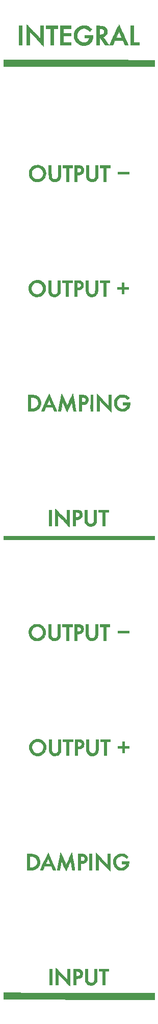
<source format=gto>
%TF.GenerationSoftware,KiCad,Pcbnew,(6.0.6-0)*%
%TF.CreationDate,2022-06-29T11:50:21+01:00*%
%TF.ProjectId,4u-simple-integrator-frontpanel,34752d73-696d-4706-9c65-2d696e746567,r01*%
%TF.SameCoordinates,Original*%
%TF.FileFunction,Legend,Top*%
%TF.FilePolarity,Positive*%
%FSLAX46Y46*%
G04 Gerber Fmt 4.6, Leading zero omitted, Abs format (unit mm)*
G04 Created by KiCad (PCBNEW (6.0.6-0)) date 2022-06-29 11:50:21*
%MOMM*%
%LPD*%
G01*
G04 APERTURE LIST*
%ADD10C,0.010000*%
G04 APERTURE END LIST*
%TO.C,Ref\u002A\u002A*%
G36*
X77689477Y-163180807D02*
G01*
X77733847Y-163225040D01*
X77802424Y-163294785D01*
X77892716Y-163387469D01*
X78002233Y-163500517D01*
X78128482Y-163631355D01*
X78268972Y-163777410D01*
X78421211Y-163936108D01*
X78582708Y-164104874D01*
X78640181Y-164165032D01*
X79588783Y-165158348D01*
X79594300Y-164244407D01*
X79599816Y-163330466D01*
X80022700Y-163330466D01*
X80022700Y-164748633D01*
X80022459Y-164989392D01*
X80021762Y-165217283D01*
X80020650Y-165428841D01*
X80019164Y-165620607D01*
X80017344Y-165789116D01*
X80015231Y-165930908D01*
X80012865Y-166042521D01*
X80010287Y-166120492D01*
X80007537Y-166161359D01*
X80006080Y-166166800D01*
X79988960Y-166151902D01*
X79945112Y-166108907D01*
X79877013Y-166040360D01*
X79787142Y-165948807D01*
X79677978Y-165836794D01*
X79551999Y-165706867D01*
X79411684Y-165561572D01*
X79259512Y-165403454D01*
X79097961Y-165235060D01*
X79037705Y-165172122D01*
X78085950Y-164177444D01*
X78080436Y-165098038D01*
X78074922Y-166018633D01*
X77652033Y-166018633D01*
X77652033Y-164588119D01*
X77652320Y-164304075D01*
X77653164Y-164046944D01*
X77654536Y-163818686D01*
X77656410Y-163621261D01*
X77658759Y-163456629D01*
X77661555Y-163326751D01*
X77664771Y-163233584D01*
X77668380Y-163179091D01*
X77671806Y-163164661D01*
X77689477Y-163180807D01*
G37*
D10*
X77689477Y-163180807D02*
X77733847Y-163225040D01*
X77802424Y-163294785D01*
X77892716Y-163387469D01*
X78002233Y-163500517D01*
X78128482Y-163631355D01*
X78268972Y-163777410D01*
X78421211Y-163936108D01*
X78582708Y-164104874D01*
X78640181Y-164165032D01*
X79588783Y-165158348D01*
X79594300Y-164244407D01*
X79599816Y-163330466D01*
X80022700Y-163330466D01*
X80022700Y-164748633D01*
X80022459Y-164989392D01*
X80021762Y-165217283D01*
X80020650Y-165428841D01*
X80019164Y-165620607D01*
X80017344Y-165789116D01*
X80015231Y-165930908D01*
X80012865Y-166042521D01*
X80010287Y-166120492D01*
X80007537Y-166161359D01*
X80006080Y-166166800D01*
X79988960Y-166151902D01*
X79945112Y-166108907D01*
X79877013Y-166040360D01*
X79787142Y-165948807D01*
X79677978Y-165836794D01*
X79551999Y-165706867D01*
X79411684Y-165561572D01*
X79259512Y-165403454D01*
X79097961Y-165235060D01*
X79037705Y-165172122D01*
X78085950Y-164177444D01*
X78080436Y-165098038D01*
X78074922Y-166018633D01*
X77652033Y-166018633D01*
X77652033Y-164588119D01*
X77652320Y-164304075D01*
X77653164Y-164046944D01*
X77654536Y-163818686D01*
X77656410Y-163621261D01*
X77658759Y-163456629D01*
X77661555Y-163326751D01*
X77664771Y-163233584D01*
X77668380Y-163179091D01*
X77671806Y-163164661D01*
X77689477Y-163180807D01*
G36*
X66745908Y-163337754D02*
G01*
X66910519Y-163344147D01*
X67062322Y-163352671D01*
X67193586Y-163362750D01*
X67296579Y-163373807D01*
X67354450Y-163383185D01*
X67566103Y-163449062D01*
X67761705Y-163551345D01*
X67936857Y-163685743D01*
X68087159Y-163847965D01*
X68208212Y-164033720D01*
X68295617Y-164238715D01*
X68320211Y-164325300D01*
X68332283Y-164396767D01*
X68341816Y-164495266D01*
X68347564Y-164605514D01*
X68348681Y-164674550D01*
X68343798Y-164839592D01*
X68327044Y-164978216D01*
X68295261Y-165105428D01*
X68245291Y-165236236D01*
X68217780Y-165296576D01*
X68133731Y-165437841D01*
X68019256Y-165578379D01*
X67885025Y-165707309D01*
X67741709Y-165813749D01*
X67669998Y-165855127D01*
X67582909Y-165898298D01*
X67503289Y-165932264D01*
X67424068Y-165958276D01*
X67338174Y-165977586D01*
X67238536Y-165991444D01*
X67118085Y-166001101D01*
X66969748Y-166007809D01*
X66786456Y-166012818D01*
X66777658Y-166013015D01*
X66285533Y-166023962D01*
X66285533Y-165616466D01*
X66708867Y-165616466D01*
X66898325Y-165616466D01*
X67000707Y-165613675D01*
X67102488Y-165606274D01*
X67185050Y-165595718D01*
X67199950Y-165592874D01*
X67371191Y-165537832D01*
X67530760Y-165450170D01*
X67670568Y-165336054D01*
X67782522Y-165201652D01*
X67835523Y-165108466D01*
X67899810Y-164927180D01*
X67928108Y-164738549D01*
X67921657Y-164549360D01*
X67881699Y-164366402D01*
X67809476Y-164196461D01*
X67706227Y-164046326D01*
X67626533Y-163965598D01*
X67501318Y-163879954D01*
X67344063Y-163811921D01*
X67162162Y-163763714D01*
X66963010Y-163737550D01*
X66851742Y-163733371D01*
X66708867Y-163732633D01*
X66708867Y-165616466D01*
X66285533Y-165616466D01*
X66285533Y-163323722D01*
X66745908Y-163337754D01*
G37*
X66745908Y-163337754D02*
X66910519Y-163344147D01*
X67062322Y-163352671D01*
X67193586Y-163362750D01*
X67296579Y-163373807D01*
X67354450Y-163383185D01*
X67566103Y-163449062D01*
X67761705Y-163551345D01*
X67936857Y-163685743D01*
X68087159Y-163847965D01*
X68208212Y-164033720D01*
X68295617Y-164238715D01*
X68320211Y-164325300D01*
X68332283Y-164396767D01*
X68341816Y-164495266D01*
X68347564Y-164605514D01*
X68348681Y-164674550D01*
X68343798Y-164839592D01*
X68327044Y-164978216D01*
X68295261Y-165105428D01*
X68245291Y-165236236D01*
X68217780Y-165296576D01*
X68133731Y-165437841D01*
X68019256Y-165578379D01*
X67885025Y-165707309D01*
X67741709Y-165813749D01*
X67669998Y-165855127D01*
X67582909Y-165898298D01*
X67503289Y-165932264D01*
X67424068Y-165958276D01*
X67338174Y-165977586D01*
X67238536Y-165991444D01*
X67118085Y-166001101D01*
X66969748Y-166007809D01*
X66786456Y-166012818D01*
X66777658Y-166013015D01*
X66285533Y-166023962D01*
X66285533Y-165616466D01*
X66708867Y-165616466D01*
X66898325Y-165616466D01*
X67000707Y-165613675D01*
X67102488Y-165606274D01*
X67185050Y-165595718D01*
X67199950Y-165592874D01*
X67371191Y-165537832D01*
X67530760Y-165450170D01*
X67670568Y-165336054D01*
X67782522Y-165201652D01*
X67835523Y-165108466D01*
X67899810Y-164927180D01*
X67928108Y-164738549D01*
X67921657Y-164549360D01*
X67881699Y-164366402D01*
X67809476Y-164196461D01*
X67706227Y-164046326D01*
X67626533Y-163965598D01*
X67501318Y-163879954D01*
X67344063Y-163811921D01*
X67162162Y-163763714D01*
X66963010Y-163737550D01*
X66851742Y-163733371D01*
X66708867Y-163732633D01*
X66708867Y-165616466D01*
X66285533Y-165616466D01*
X66285533Y-163323722D01*
X66745908Y-163337754D01*
G36*
X71974294Y-86943362D02*
G01*
X71981960Y-86954015D01*
X71994517Y-86976845D01*
X72013193Y-87014561D01*
X72039221Y-87069871D01*
X72073829Y-87145484D01*
X72118249Y-87244108D01*
X72173710Y-87368454D01*
X72241444Y-87521228D01*
X72322680Y-87705141D01*
X72418649Y-87922900D01*
X72509404Y-88129083D01*
X72587184Y-88304798D01*
X72660056Y-88467394D01*
X72726222Y-88613009D01*
X72783886Y-88737782D01*
X72831251Y-88837850D01*
X72866520Y-88909351D01*
X72887896Y-88948424D01*
X72893510Y-88954583D01*
X72904242Y-88933823D01*
X72930547Y-88878951D01*
X72970399Y-88794359D01*
X73021774Y-88684437D01*
X73082646Y-88553575D01*
X73150991Y-88406165D01*
X73224782Y-88246596D01*
X73301996Y-88079261D01*
X73380606Y-87908550D01*
X73458588Y-87738852D01*
X73533917Y-87574560D01*
X73604568Y-87420064D01*
X73668515Y-87279754D01*
X73723733Y-87158022D01*
X73768198Y-87059258D01*
X73783646Y-87024633D01*
X73809150Y-86969543D01*
X73824149Y-86949011D01*
X73834794Y-86958678D01*
X73843349Y-86982300D01*
X73849934Y-87011948D01*
X73863073Y-87079647D01*
X73882107Y-87181734D01*
X73906377Y-87314545D01*
X73935221Y-87474416D01*
X73967980Y-87657684D01*
X74003994Y-87860687D01*
X74042603Y-88079760D01*
X74083148Y-88311240D01*
X74095022Y-88379300D01*
X74135877Y-88613458D01*
X74174799Y-88836121D01*
X74211146Y-89043643D01*
X74244276Y-89232382D01*
X74273548Y-89398694D01*
X74298319Y-89538935D01*
X74317950Y-89649460D01*
X74331796Y-89726627D01*
X74339219Y-89766791D01*
X74340080Y-89771008D01*
X74343352Y-89792342D01*
X74336754Y-89806111D01*
X74313062Y-89813970D01*
X74265051Y-89817576D01*
X74185498Y-89818585D01*
X74132369Y-89818633D01*
X73913898Y-89818633D01*
X73788470Y-89028800D01*
X73663042Y-88238968D01*
X73285692Y-89065842D01*
X73205534Y-89241008D01*
X73130357Y-89404359D01*
X73062060Y-89551840D01*
X73002541Y-89679393D01*
X72953697Y-89782963D01*
X72917426Y-89858494D01*
X72895627Y-89901928D01*
X72890316Y-89910864D01*
X72868129Y-89909990D01*
X72851871Y-89889697D01*
X72839105Y-89862207D01*
X72811268Y-89800308D01*
X72770294Y-89708363D01*
X72718115Y-89590731D01*
X72656666Y-89451772D01*
X72587878Y-89295848D01*
X72513685Y-89127319D01*
X72487262Y-89067216D01*
X72412061Y-88896477D01*
X72341870Y-88737827D01*
X72278567Y-88595458D01*
X72224031Y-88473561D01*
X72180140Y-88376329D01*
X72148770Y-88307954D01*
X72131802Y-88272627D01*
X72129556Y-88268779D01*
X72122965Y-88285350D01*
X72110055Y-88339182D01*
X72091711Y-88425818D01*
X72068818Y-88540804D01*
X72042261Y-88679685D01*
X72012924Y-88838005D01*
X71981691Y-89011308D01*
X71978234Y-89030779D01*
X71840425Y-89808050D01*
X71624146Y-89814082D01*
X71534284Y-89815086D01*
X71462673Y-89813027D01*
X71418163Y-89808335D01*
X71407867Y-89803597D01*
X71411828Y-89778837D01*
X71423174Y-89716988D01*
X71441097Y-89622155D01*
X71464791Y-89498445D01*
X71493448Y-89349965D01*
X71526261Y-89180822D01*
X71562423Y-88995121D01*
X71601127Y-88796971D01*
X71641565Y-88590477D01*
X71682931Y-88379745D01*
X71724416Y-88168883D01*
X71765215Y-87961997D01*
X71804520Y-87763194D01*
X71841523Y-87576579D01*
X71875418Y-87406261D01*
X71905397Y-87256345D01*
X71930654Y-87130937D01*
X71950381Y-87034146D01*
X71963770Y-86970076D01*
X71970015Y-86942835D01*
X71970288Y-86942177D01*
X71974294Y-86943362D01*
G37*
X71974294Y-86943362D02*
X71981960Y-86954015D01*
X71994517Y-86976845D01*
X72013193Y-87014561D01*
X72039221Y-87069871D01*
X72073829Y-87145484D01*
X72118249Y-87244108D01*
X72173710Y-87368454D01*
X72241444Y-87521228D01*
X72322680Y-87705141D01*
X72418649Y-87922900D01*
X72509404Y-88129083D01*
X72587184Y-88304798D01*
X72660056Y-88467394D01*
X72726222Y-88613009D01*
X72783886Y-88737782D01*
X72831251Y-88837850D01*
X72866520Y-88909351D01*
X72887896Y-88948424D01*
X72893510Y-88954583D01*
X72904242Y-88933823D01*
X72930547Y-88878951D01*
X72970399Y-88794359D01*
X73021774Y-88684437D01*
X73082646Y-88553575D01*
X73150991Y-88406165D01*
X73224782Y-88246596D01*
X73301996Y-88079261D01*
X73380606Y-87908550D01*
X73458588Y-87738852D01*
X73533917Y-87574560D01*
X73604568Y-87420064D01*
X73668515Y-87279754D01*
X73723733Y-87158022D01*
X73768198Y-87059258D01*
X73783646Y-87024633D01*
X73809150Y-86969543D01*
X73824149Y-86949011D01*
X73834794Y-86958678D01*
X73843349Y-86982300D01*
X73849934Y-87011948D01*
X73863073Y-87079647D01*
X73882107Y-87181734D01*
X73906377Y-87314545D01*
X73935221Y-87474416D01*
X73967980Y-87657684D01*
X74003994Y-87860687D01*
X74042603Y-88079760D01*
X74083148Y-88311240D01*
X74095022Y-88379300D01*
X74135877Y-88613458D01*
X74174799Y-88836121D01*
X74211146Y-89043643D01*
X74244276Y-89232382D01*
X74273548Y-89398694D01*
X74298319Y-89538935D01*
X74317950Y-89649460D01*
X74331796Y-89726627D01*
X74339219Y-89766791D01*
X74340080Y-89771008D01*
X74343352Y-89792342D01*
X74336754Y-89806111D01*
X74313062Y-89813970D01*
X74265051Y-89817576D01*
X74185498Y-89818585D01*
X74132369Y-89818633D01*
X73913898Y-89818633D01*
X73788470Y-89028800D01*
X73663042Y-88238968D01*
X73285692Y-89065842D01*
X73205534Y-89241008D01*
X73130357Y-89404359D01*
X73062060Y-89551840D01*
X73002541Y-89679393D01*
X72953697Y-89782963D01*
X72917426Y-89858494D01*
X72895627Y-89901928D01*
X72890316Y-89910864D01*
X72868129Y-89909990D01*
X72851871Y-89889697D01*
X72839105Y-89862207D01*
X72811268Y-89800308D01*
X72770294Y-89708363D01*
X72718115Y-89590731D01*
X72656666Y-89451772D01*
X72587878Y-89295848D01*
X72513685Y-89127319D01*
X72487262Y-89067216D01*
X72412061Y-88896477D01*
X72341870Y-88737827D01*
X72278567Y-88595458D01*
X72224031Y-88473561D01*
X72180140Y-88376329D01*
X72148770Y-88307954D01*
X72131802Y-88272627D01*
X72129556Y-88268779D01*
X72122965Y-88285350D01*
X72110055Y-88339182D01*
X72091711Y-88425818D01*
X72068818Y-88540804D01*
X72042261Y-88679685D01*
X72012924Y-88838005D01*
X71981691Y-89011308D01*
X71978234Y-89030779D01*
X71840425Y-89808050D01*
X71624146Y-89814082D01*
X71534284Y-89815086D01*
X71462673Y-89813027D01*
X71418163Y-89808335D01*
X71407867Y-89803597D01*
X71411828Y-89778837D01*
X71423174Y-89716988D01*
X71441097Y-89622155D01*
X71464791Y-89498445D01*
X71493448Y-89349965D01*
X71526261Y-89180822D01*
X71562423Y-88995121D01*
X71601127Y-88796971D01*
X71641565Y-88590477D01*
X71682931Y-88379745D01*
X71724416Y-88168883D01*
X71765215Y-87961997D01*
X71804520Y-87763194D01*
X71841523Y-87576579D01*
X71875418Y-87406261D01*
X71905397Y-87256345D01*
X71930654Y-87130937D01*
X71950381Y-87034146D01*
X71963770Y-86970076D01*
X71970015Y-86942835D01*
X71970288Y-86942177D01*
X71974294Y-86943362D01*
G36*
X70264867Y-49907841D02*
G01*
X70265449Y-50152939D01*
X70267163Y-50368518D01*
X70269954Y-50552276D01*
X70273770Y-50701910D01*
X70278559Y-50815119D01*
X70284267Y-50889599D01*
X70287861Y-50913602D01*
X70338402Y-51057212D01*
X70420672Y-51174936D01*
X70530692Y-51263623D01*
X70664480Y-51320125D01*
X70818056Y-51341290D01*
X70828370Y-51341368D01*
X70970645Y-51329974D01*
X71086754Y-51292915D01*
X71187087Y-51225881D01*
X71244955Y-51168457D01*
X71278602Y-51130698D01*
X71306768Y-51096073D01*
X71329976Y-51060571D01*
X71348748Y-51020178D01*
X71363604Y-50970883D01*
X71375066Y-50908672D01*
X71383656Y-50829533D01*
X71389896Y-50729454D01*
X71394306Y-50604422D01*
X71397409Y-50450424D01*
X71399726Y-50263449D01*
X71401779Y-50039483D01*
X71402489Y-49956508D01*
X71410609Y-49009300D01*
X71833525Y-49009300D01*
X71826226Y-49988258D01*
X71824368Y-50230492D01*
X71822364Y-50434537D01*
X71819690Y-50604533D01*
X71815821Y-50744623D01*
X71810233Y-50858949D01*
X71802404Y-50951651D01*
X71791810Y-51026872D01*
X71777925Y-51088753D01*
X71760227Y-51141437D01*
X71738192Y-51189064D01*
X71711296Y-51235777D01*
X71679015Y-51285718D01*
X71658177Y-51316956D01*
X71546635Y-51450749D01*
X71405716Y-51567890D01*
X71247818Y-51658580D01*
X71200957Y-51678402D01*
X71108069Y-51704074D01*
X70988348Y-51722604D01*
X70856838Y-51733044D01*
X70728584Y-51734449D01*
X70618630Y-51725870D01*
X70575984Y-51717734D01*
X70397627Y-51652276D01*
X70235055Y-51551668D01*
X70093813Y-51421652D01*
X69979449Y-51267969D01*
X69897511Y-51096358D01*
X69865125Y-50982049D01*
X69858533Y-50927356D01*
X69852974Y-50831646D01*
X69848478Y-50696225D01*
X69845073Y-50522397D01*
X69842791Y-50311467D01*
X69841659Y-50064741D01*
X69841533Y-49939591D01*
X69841533Y-49009300D01*
X70264867Y-49009300D01*
X70264867Y-49907841D01*
G37*
X70264867Y-49907841D02*
X70265449Y-50152939D01*
X70267163Y-50368518D01*
X70269954Y-50552276D01*
X70273770Y-50701910D01*
X70278559Y-50815119D01*
X70284267Y-50889599D01*
X70287861Y-50913602D01*
X70338402Y-51057212D01*
X70420672Y-51174936D01*
X70530692Y-51263623D01*
X70664480Y-51320125D01*
X70818056Y-51341290D01*
X70828370Y-51341368D01*
X70970645Y-51329974D01*
X71086754Y-51292915D01*
X71187087Y-51225881D01*
X71244955Y-51168457D01*
X71278602Y-51130698D01*
X71306768Y-51096073D01*
X71329976Y-51060571D01*
X71348748Y-51020178D01*
X71363604Y-50970883D01*
X71375066Y-50908672D01*
X71383656Y-50829533D01*
X71389896Y-50729454D01*
X71394306Y-50604422D01*
X71397409Y-50450424D01*
X71399726Y-50263449D01*
X71401779Y-50039483D01*
X71402489Y-49956508D01*
X71410609Y-49009300D01*
X71833525Y-49009300D01*
X71826226Y-49988258D01*
X71824368Y-50230492D01*
X71822364Y-50434537D01*
X71819690Y-50604533D01*
X71815821Y-50744623D01*
X71810233Y-50858949D01*
X71802404Y-50951651D01*
X71791810Y-51026872D01*
X71777925Y-51088753D01*
X71760227Y-51141437D01*
X71738192Y-51189064D01*
X71711296Y-51235777D01*
X71679015Y-51285718D01*
X71658177Y-51316956D01*
X71546635Y-51450749D01*
X71405716Y-51567890D01*
X71247818Y-51658580D01*
X71200957Y-51678402D01*
X71108069Y-51704074D01*
X70988348Y-51722604D01*
X70856838Y-51733044D01*
X70728584Y-51734449D01*
X70618630Y-51725870D01*
X70575984Y-51717734D01*
X70397627Y-51652276D01*
X70235055Y-51551668D01*
X70093813Y-51421652D01*
X69979449Y-51267969D01*
X69897511Y-51096358D01*
X69865125Y-50982049D01*
X69858533Y-50927356D01*
X69852974Y-50831646D01*
X69848478Y-50696225D01*
X69845073Y-50522397D01*
X69842791Y-50311467D01*
X69841659Y-50064741D01*
X69841533Y-49939591D01*
X69841533Y-49009300D01*
X70264867Y-49009300D01*
X70264867Y-49907841D01*
G36*
X73566867Y-26339800D02*
G01*
X72275700Y-26339800D01*
X72275700Y-27080633D01*
X73524533Y-27080633D01*
X73524533Y-27546300D01*
X72275700Y-27546300D01*
X72275700Y-28604633D01*
X73566867Y-28604633D01*
X73566867Y-29070300D01*
X71788867Y-29070300D01*
X71788867Y-25852966D01*
X73566867Y-25852966D01*
X73566867Y-26339800D01*
G37*
X73566867Y-26339800D02*
X72275700Y-26339800D01*
X72275700Y-27080633D01*
X73524533Y-27080633D01*
X73524533Y-27546300D01*
X72275700Y-27546300D01*
X72275700Y-28604633D01*
X73566867Y-28604633D01*
X73566867Y-29070300D01*
X71788867Y-29070300D01*
X71788867Y-25852966D01*
X73566867Y-25852966D01*
X73566867Y-26339800D01*
G36*
X79975869Y-68318591D02*
G01*
X79969783Y-68514383D01*
X79668158Y-68520256D01*
X79366533Y-68526128D01*
X79366533Y-70789800D01*
X78943200Y-70789800D01*
X78943200Y-68524966D01*
X78329367Y-68524966D01*
X78329367Y-68122800D01*
X79981955Y-68122800D01*
X79975869Y-68318591D01*
G37*
X79975869Y-68318591D02*
X79969783Y-68514383D01*
X79668158Y-68520256D01*
X79366533Y-68526128D01*
X79366533Y-70789800D01*
X78943200Y-70789800D01*
X78943200Y-68524966D01*
X78329367Y-68524966D01*
X78329367Y-68122800D01*
X79981955Y-68122800D01*
X79975869Y-68318591D01*
G36*
X82351033Y-69222489D02*
G01*
X82726742Y-69228269D01*
X83102450Y-69234050D01*
X83108598Y-69408675D01*
X83114745Y-69583300D01*
X82351033Y-69583300D01*
X82351033Y-70324133D01*
X82012367Y-70324133D01*
X82012367Y-69583300D01*
X81250367Y-69583300D01*
X81250367Y-69223466D01*
X82012367Y-69223466D01*
X82012367Y-68482633D01*
X82351033Y-68482633D01*
X82351033Y-69222489D01*
G37*
X82351033Y-69222489D02*
X82726742Y-69228269D01*
X83102450Y-69234050D01*
X83108598Y-69408675D01*
X83114745Y-69583300D01*
X82351033Y-69583300D01*
X82351033Y-70324133D01*
X82012367Y-70324133D01*
X82012367Y-69583300D01*
X81250367Y-69583300D01*
X81250367Y-69223466D01*
X82012367Y-69223466D01*
X82012367Y-68482633D01*
X82351033Y-68482633D01*
X82351033Y-69222489D01*
G36*
X66611954Y-145426955D02*
G01*
X66654679Y-145239009D01*
X66741594Y-145033391D01*
X66863693Y-144842271D01*
X67015393Y-144670840D01*
X67191107Y-144524292D01*
X67385251Y-144407818D01*
X67592239Y-144326612D01*
X67653415Y-144310506D01*
X67778409Y-144290889D01*
X67926780Y-144282615D01*
X68084967Y-144285125D01*
X68239408Y-144297856D01*
X68376541Y-144320246D01*
X68462695Y-144344029D01*
X68637724Y-144424676D01*
X68810816Y-144538599D01*
X68972232Y-144677466D01*
X69112234Y-144832943D01*
X69217146Y-144989550D01*
X69306291Y-145182125D01*
X69360696Y-145380755D01*
X69383174Y-145596672D01*
X69384136Y-145656300D01*
X69370192Y-145885604D01*
X69326271Y-146089789D01*
X69249441Y-146276300D01*
X69136769Y-146452588D01*
X69014015Y-146596390D01*
X68832521Y-146762496D01*
X68639362Y-146888630D01*
X68431263Y-146976317D01*
X68204946Y-147027077D01*
X68058576Y-147040465D01*
X67963671Y-147043524D01*
X67877886Y-147043799D01*
X67814965Y-147041337D01*
X67798950Y-147039546D01*
X67560692Y-146982159D01*
X67340705Y-146890747D01*
X67142523Y-146768332D01*
X66969681Y-146617937D01*
X66825715Y-146442582D01*
X66714160Y-146245291D01*
X66644758Y-146052820D01*
X66606267Y-145850080D01*
X66595526Y-145639245D01*
X67025484Y-145639245D01*
X67033810Y-145804818D01*
X67062375Y-145957644D01*
X67068926Y-145980132D01*
X67141441Y-146146223D01*
X67249095Y-146298689D01*
X67385349Y-146431345D01*
X67543667Y-146538004D01*
X67717513Y-146612480D01*
X67746033Y-146620913D01*
X67878544Y-146643795D01*
X68028712Y-146647318D01*
X68176395Y-146631186D01*
X68194783Y-146627541D01*
X68378793Y-146567974D01*
X68545261Y-146472924D01*
X68689808Y-146347142D01*
X68808052Y-146195381D01*
X68895612Y-146022392D01*
X68948105Y-145832927D01*
X68952335Y-145805861D01*
X68961349Y-145603652D01*
X68932259Y-145408766D01*
X68867741Y-145226285D01*
X68770470Y-145061291D01*
X68643121Y-144918865D01*
X68488371Y-144804087D01*
X68400721Y-144758272D01*
X68212563Y-144694072D01*
X68022199Y-144669442D01*
X67834586Y-144682231D01*
X67654680Y-144730286D01*
X67487435Y-144811455D01*
X67337808Y-144923585D01*
X67210755Y-145064523D01*
X67111231Y-145232118D01*
X67069486Y-145336466D01*
X67037380Y-145477578D01*
X67025484Y-145639245D01*
X66595526Y-145639245D01*
X66595392Y-145636622D01*
X66611954Y-145426955D01*
G37*
X66611954Y-145426955D02*
X66654679Y-145239009D01*
X66741594Y-145033391D01*
X66863693Y-144842271D01*
X67015393Y-144670840D01*
X67191107Y-144524292D01*
X67385251Y-144407818D01*
X67592239Y-144326612D01*
X67653415Y-144310506D01*
X67778409Y-144290889D01*
X67926780Y-144282615D01*
X68084967Y-144285125D01*
X68239408Y-144297856D01*
X68376541Y-144320246D01*
X68462695Y-144344029D01*
X68637724Y-144424676D01*
X68810816Y-144538599D01*
X68972232Y-144677466D01*
X69112234Y-144832943D01*
X69217146Y-144989550D01*
X69306291Y-145182125D01*
X69360696Y-145380755D01*
X69383174Y-145596672D01*
X69384136Y-145656300D01*
X69370192Y-145885604D01*
X69326271Y-146089789D01*
X69249441Y-146276300D01*
X69136769Y-146452588D01*
X69014015Y-146596390D01*
X68832521Y-146762496D01*
X68639362Y-146888630D01*
X68431263Y-146976317D01*
X68204946Y-147027077D01*
X68058576Y-147040465D01*
X67963671Y-147043524D01*
X67877886Y-147043799D01*
X67814965Y-147041337D01*
X67798950Y-147039546D01*
X67560692Y-146982159D01*
X67340705Y-146890747D01*
X67142523Y-146768332D01*
X66969681Y-146617937D01*
X66825715Y-146442582D01*
X66714160Y-146245291D01*
X66644758Y-146052820D01*
X66606267Y-145850080D01*
X66595526Y-145639245D01*
X67025484Y-145639245D01*
X67033810Y-145804818D01*
X67062375Y-145957644D01*
X67068926Y-145980132D01*
X67141441Y-146146223D01*
X67249095Y-146298689D01*
X67385349Y-146431345D01*
X67543667Y-146538004D01*
X67717513Y-146612480D01*
X67746033Y-146620913D01*
X67878544Y-146643795D01*
X68028712Y-146647318D01*
X68176395Y-146631186D01*
X68194783Y-146627541D01*
X68378793Y-146567974D01*
X68545261Y-146472924D01*
X68689808Y-146347142D01*
X68808052Y-146195381D01*
X68895612Y-146022392D01*
X68948105Y-145832927D01*
X68952335Y-145805861D01*
X68961349Y-145603652D01*
X68932259Y-145408766D01*
X68867741Y-145226285D01*
X68770470Y-145061291D01*
X68643121Y-144918865D01*
X68488371Y-144804087D01*
X68400721Y-144758272D01*
X68212563Y-144694072D01*
X68022199Y-144669442D01*
X67834586Y-144682231D01*
X67654680Y-144730286D01*
X67487435Y-144811455D01*
X67337808Y-144923585D01*
X67210755Y-145064523D01*
X67111231Y-145232118D01*
X67069486Y-145336466D01*
X67037380Y-145477578D01*
X67025484Y-145639245D01*
X66595526Y-145639245D01*
X66595392Y-145636622D01*
X66611954Y-145426955D01*
G36*
X73757367Y-125611466D02*
G01*
X73164700Y-125611466D01*
X73164700Y-127897466D01*
X72741367Y-127897466D01*
X72741367Y-125611466D01*
X72127533Y-125611466D01*
X72127533Y-125209300D01*
X73757367Y-125209300D01*
X73757367Y-125611466D01*
G37*
X73757367Y-125611466D02*
X73164700Y-125611466D01*
X73164700Y-127897466D01*
X72741367Y-127897466D01*
X72741367Y-125611466D01*
X72127533Y-125611466D01*
X72127533Y-125209300D01*
X73757367Y-125209300D01*
X73757367Y-125611466D01*
G36*
X75867202Y-25811178D02*
G01*
X76051595Y-25838114D01*
X76212574Y-25880187D01*
X76367842Y-25942445D01*
X76424331Y-25970050D01*
X76521355Y-26022100D01*
X76603750Y-26073903D01*
X76682306Y-26133616D01*
X76767816Y-26209394D01*
X76863922Y-26302310D01*
X77017728Y-26454581D01*
X76853836Y-26619440D01*
X76786296Y-26686054D01*
X76729330Y-26739768D01*
X76689634Y-26774423D01*
X76674596Y-26784300D01*
X76654087Y-26770266D01*
X76610893Y-26732386D01*
X76552018Y-26676992D01*
X76504766Y-26630732D01*
X76335127Y-26484749D01*
X76158810Y-26378526D01*
X75971651Y-26309561D01*
X75968404Y-26308710D01*
X75762366Y-26275873D01*
X75557857Y-26282377D01*
X75359453Y-26325337D01*
X75171735Y-26401871D01*
X74999281Y-26509094D01*
X74846669Y-26644124D01*
X74718479Y-26804077D01*
X74619289Y-26986071D01*
X74553678Y-27187220D01*
X74550542Y-27201561D01*
X74520870Y-27432262D01*
X74531802Y-27651446D01*
X74583114Y-27858337D01*
X74674579Y-28052156D01*
X74805969Y-28232125D01*
X74870115Y-28300520D01*
X75039118Y-28443924D01*
X75219457Y-28550785D01*
X75407057Y-28620783D01*
X75597839Y-28653604D01*
X75787727Y-28648928D01*
X75972644Y-28606440D01*
X76148513Y-28525822D01*
X76305167Y-28412160D01*
X76436255Y-28274752D01*
X76531171Y-28122266D01*
X76595487Y-27945487D01*
X76601461Y-27922008D01*
X76615673Y-27863800D01*
X75810533Y-27863800D01*
X75810533Y-27398133D01*
X77166054Y-27398133D01*
X77153419Y-27604508D01*
X77133963Y-27819728D01*
X77102802Y-28003490D01*
X77057728Y-28165590D01*
X76996532Y-28315825D01*
X76989980Y-28329466D01*
X76879573Y-28511763D01*
X76735063Y-28681109D01*
X76564156Y-28831183D01*
X76374559Y-28955665D01*
X76173980Y-29048235D01*
X76075117Y-29079734D01*
X75981261Y-29098230D01*
X75860046Y-29112391D01*
X75725258Y-29121569D01*
X75590681Y-29125114D01*
X75470101Y-29122377D01*
X75377303Y-29112708D01*
X75376868Y-29112629D01*
X75129344Y-29046914D01*
X74896940Y-28943932D01*
X74683493Y-28807219D01*
X74492839Y-28640309D01*
X74328815Y-28446738D01*
X74195258Y-28230041D01*
X74096004Y-27993753D01*
X74070598Y-27909004D01*
X74049483Y-27817294D01*
X74036029Y-27721572D01*
X74028953Y-27608974D01*
X74026966Y-27472216D01*
X74033796Y-27272703D01*
X74056120Y-27100805D01*
X74096691Y-26943764D01*
X74158261Y-26788824D01*
X74187405Y-26728501D01*
X74325333Y-26499605D01*
X74492285Y-26299748D01*
X74684803Y-26130817D01*
X74899428Y-25994701D01*
X75132706Y-25893287D01*
X75381177Y-25828463D01*
X75641385Y-25802118D01*
X75867202Y-25811178D01*
G37*
X75867202Y-25811178D02*
X76051595Y-25838114D01*
X76212574Y-25880187D01*
X76367842Y-25942445D01*
X76424331Y-25970050D01*
X76521355Y-26022100D01*
X76603750Y-26073903D01*
X76682306Y-26133616D01*
X76767816Y-26209394D01*
X76863922Y-26302310D01*
X77017728Y-26454581D01*
X76853836Y-26619440D01*
X76786296Y-26686054D01*
X76729330Y-26739768D01*
X76689634Y-26774423D01*
X76674596Y-26784300D01*
X76654087Y-26770266D01*
X76610893Y-26732386D01*
X76552018Y-26676992D01*
X76504766Y-26630732D01*
X76335127Y-26484749D01*
X76158810Y-26378526D01*
X75971651Y-26309561D01*
X75968404Y-26308710D01*
X75762366Y-26275873D01*
X75557857Y-26282377D01*
X75359453Y-26325337D01*
X75171735Y-26401871D01*
X74999281Y-26509094D01*
X74846669Y-26644124D01*
X74718479Y-26804077D01*
X74619289Y-26986071D01*
X74553678Y-27187220D01*
X74550542Y-27201561D01*
X74520870Y-27432262D01*
X74531802Y-27651446D01*
X74583114Y-27858337D01*
X74674579Y-28052156D01*
X74805969Y-28232125D01*
X74870115Y-28300520D01*
X75039118Y-28443924D01*
X75219457Y-28550785D01*
X75407057Y-28620783D01*
X75597839Y-28653604D01*
X75787727Y-28648928D01*
X75972644Y-28606440D01*
X76148513Y-28525822D01*
X76305167Y-28412160D01*
X76436255Y-28274752D01*
X76531171Y-28122266D01*
X76595487Y-27945487D01*
X76601461Y-27922008D01*
X76615673Y-27863800D01*
X75810533Y-27863800D01*
X75810533Y-27398133D01*
X77166054Y-27398133D01*
X77153419Y-27604508D01*
X77133963Y-27819728D01*
X77102802Y-28003490D01*
X77057728Y-28165590D01*
X76996532Y-28315825D01*
X76989980Y-28329466D01*
X76879573Y-28511763D01*
X76735063Y-28681109D01*
X76564156Y-28831183D01*
X76374559Y-28955665D01*
X76173980Y-29048235D01*
X76075117Y-29079734D01*
X75981261Y-29098230D01*
X75860046Y-29112391D01*
X75725258Y-29121569D01*
X75590681Y-29125114D01*
X75470101Y-29122377D01*
X75377303Y-29112708D01*
X75376868Y-29112629D01*
X75129344Y-29046914D01*
X74896940Y-28943932D01*
X74683493Y-28807219D01*
X74492839Y-28640309D01*
X74328815Y-28446738D01*
X74195258Y-28230041D01*
X74096004Y-27993753D01*
X74070598Y-27909004D01*
X74049483Y-27817294D01*
X74036029Y-27721572D01*
X74028953Y-27608974D01*
X74026966Y-27472216D01*
X74033796Y-27272703D01*
X74056120Y-27100805D01*
X74096691Y-26943764D01*
X74158261Y-26788824D01*
X74187405Y-26728501D01*
X74325333Y-26499605D01*
X74492285Y-26299748D01*
X74684803Y-26130817D01*
X74899428Y-25994701D01*
X75132706Y-25893287D01*
X75381177Y-25828463D01*
X75641385Y-25802118D01*
X75867202Y-25811178D01*
G36*
X74556408Y-144323167D02*
G01*
X74766552Y-144326607D01*
X74940552Y-144337456D01*
X75084178Y-144357178D01*
X75203201Y-144387239D01*
X75303391Y-144429107D01*
X75390519Y-144484247D01*
X75470354Y-144554124D01*
X75472022Y-144555788D01*
X75575504Y-144688181D01*
X75647926Y-144844026D01*
X75680952Y-144983517D01*
X75688723Y-145106935D01*
X75681479Y-145238980D01*
X75660983Y-145362358D01*
X75633443Y-145449885D01*
X75548351Y-145596703D01*
X75431623Y-145717059D01*
X75285714Y-145809593D01*
X75113078Y-145872947D01*
X74916168Y-145905758D01*
X74802887Y-145910300D01*
X74604033Y-145910300D01*
X74604033Y-146989800D01*
X74180700Y-146989800D01*
X74180700Y-145535267D01*
X74604033Y-145535267D01*
X74778658Y-145524290D01*
X74873327Y-145514596D01*
X74963025Y-145499068D01*
X75030403Y-145480808D01*
X75037661Y-145477963D01*
X75150635Y-145413243D01*
X75227605Y-145327459D01*
X75270428Y-145217776D01*
X75281367Y-145105595D01*
X75267253Y-144988740D01*
X75221787Y-144894346D01*
X75154469Y-144823551D01*
X75092553Y-144781385D01*
X75016688Y-144750674D01*
X74917826Y-144728794D01*
X74786922Y-144713121D01*
X74768075Y-144711486D01*
X74604033Y-144697713D01*
X74604033Y-145535267D01*
X74180700Y-145535267D01*
X74180700Y-144322800D01*
X74556408Y-144323167D01*
G37*
X74556408Y-144323167D02*
X74766552Y-144326607D01*
X74940552Y-144337456D01*
X75084178Y-144357178D01*
X75203201Y-144387239D01*
X75303391Y-144429107D01*
X75390519Y-144484247D01*
X75470354Y-144554124D01*
X75472022Y-144555788D01*
X75575504Y-144688181D01*
X75647926Y-144844026D01*
X75680952Y-144983517D01*
X75688723Y-145106935D01*
X75681479Y-145238980D01*
X75660983Y-145362358D01*
X75633443Y-145449885D01*
X75548351Y-145596703D01*
X75431623Y-145717059D01*
X75285714Y-145809593D01*
X75113078Y-145872947D01*
X74916168Y-145905758D01*
X74802887Y-145910300D01*
X74604033Y-145910300D01*
X74604033Y-146989800D01*
X74180700Y-146989800D01*
X74180700Y-145535267D01*
X74604033Y-145535267D01*
X74778658Y-145524290D01*
X74873327Y-145514596D01*
X74963025Y-145499068D01*
X75030403Y-145480808D01*
X75037661Y-145477963D01*
X75150635Y-145413243D01*
X75227605Y-145327459D01*
X75270428Y-145217776D01*
X75281367Y-145105595D01*
X75267253Y-144988740D01*
X75221787Y-144894346D01*
X75154469Y-144823551D01*
X75092553Y-144781385D01*
X75016688Y-144750674D01*
X74917826Y-144728794D01*
X74786922Y-144713121D01*
X74768075Y-144711486D01*
X74604033Y-144697713D01*
X74604033Y-145535267D01*
X74180700Y-145535267D01*
X74180700Y-144322800D01*
X74556408Y-144323167D01*
G36*
X76238155Y-107180591D02*
G01*
X76239716Y-107407457D01*
X76241274Y-107596000D01*
X76243023Y-107750231D01*
X76245154Y-107874162D01*
X76247859Y-107971801D01*
X76251332Y-108047161D01*
X76255764Y-108104252D01*
X76261347Y-108147083D01*
X76268274Y-108179667D01*
X76276738Y-108206013D01*
X76286929Y-108230131D01*
X76288649Y-108233870D01*
X76363059Y-108352412D01*
X76463253Y-108451255D01*
X76561480Y-108511528D01*
X76650621Y-108537464D01*
X76762743Y-108549551D01*
X76880626Y-108547211D01*
X76987053Y-108529868D01*
X76999955Y-108526240D01*
X77097999Y-108478737D01*
X77193201Y-108400816D01*
X77273889Y-108303465D01*
X77315709Y-108229139D01*
X77327710Y-108201968D01*
X77337672Y-108175693D01*
X77345813Y-108146227D01*
X77352354Y-108109484D01*
X77357516Y-108061379D01*
X77361518Y-107997827D01*
X77364580Y-107914741D01*
X77366923Y-107808037D01*
X77368767Y-107673628D01*
X77370331Y-107507429D01*
X77371837Y-107305355D01*
X77372770Y-107170008D01*
X77379257Y-106222800D01*
X77800200Y-106222800D01*
X77800200Y-107129079D01*
X77799626Y-107367889D01*
X77797948Y-107581689D01*
X77795234Y-107767443D01*
X77791552Y-107922116D01*
X77786968Y-108042674D01*
X77781551Y-108126082D01*
X77777260Y-108160954D01*
X77722197Y-108348603D01*
X77631063Y-108519383D01*
X77508375Y-108668443D01*
X77358653Y-108790935D01*
X77186416Y-108882008D01*
X77069210Y-108920853D01*
X76924898Y-108945023D01*
X76764855Y-108950107D01*
X76609954Y-108936146D01*
X76532415Y-108919803D01*
X76343400Y-108848022D01*
X76177552Y-108742200D01*
X76038152Y-108605667D01*
X75928478Y-108441750D01*
X75851809Y-108253780D01*
X75842107Y-108218958D01*
X75834220Y-108181558D01*
X75827699Y-108132861D01*
X75822428Y-108068962D01*
X75818291Y-107985960D01*
X75815171Y-107879952D01*
X75812952Y-107747034D01*
X75811517Y-107583304D01*
X75810749Y-107384860D01*
X75810533Y-107160269D01*
X75810533Y-106222800D01*
X76231860Y-106222800D01*
X76238155Y-107180591D01*
G37*
X76238155Y-107180591D02*
X76239716Y-107407457D01*
X76241274Y-107596000D01*
X76243023Y-107750231D01*
X76245154Y-107874162D01*
X76247859Y-107971801D01*
X76251332Y-108047161D01*
X76255764Y-108104252D01*
X76261347Y-108147083D01*
X76268274Y-108179667D01*
X76276738Y-108206013D01*
X76286929Y-108230131D01*
X76288649Y-108233870D01*
X76363059Y-108352412D01*
X76463253Y-108451255D01*
X76561480Y-108511528D01*
X76650621Y-108537464D01*
X76762743Y-108549551D01*
X76880626Y-108547211D01*
X76987053Y-108529868D01*
X76999955Y-108526240D01*
X77097999Y-108478737D01*
X77193201Y-108400816D01*
X77273889Y-108303465D01*
X77315709Y-108229139D01*
X77327710Y-108201968D01*
X77337672Y-108175693D01*
X77345813Y-108146227D01*
X77352354Y-108109484D01*
X77357516Y-108061379D01*
X77361518Y-107997827D01*
X77364580Y-107914741D01*
X77366923Y-107808037D01*
X77368767Y-107673628D01*
X77370331Y-107507429D01*
X77371837Y-107305355D01*
X77372770Y-107170008D01*
X77379257Y-106222800D01*
X77800200Y-106222800D01*
X77800200Y-107129079D01*
X77799626Y-107367889D01*
X77797948Y-107581689D01*
X77795234Y-107767443D01*
X77791552Y-107922116D01*
X77786968Y-108042674D01*
X77781551Y-108126082D01*
X77777260Y-108160954D01*
X77722197Y-108348603D01*
X77631063Y-108519383D01*
X77508375Y-108668443D01*
X77358653Y-108790935D01*
X77186416Y-108882008D01*
X77069210Y-108920853D01*
X76924898Y-108945023D01*
X76764855Y-108950107D01*
X76609954Y-108936146D01*
X76532415Y-108919803D01*
X76343400Y-108848022D01*
X76177552Y-108742200D01*
X76038152Y-108605667D01*
X75928478Y-108441750D01*
X75851809Y-108253780D01*
X75842107Y-108218958D01*
X75834220Y-108181558D01*
X75827699Y-108132861D01*
X75822428Y-108068962D01*
X75818291Y-107985960D01*
X75815171Y-107879952D01*
X75812952Y-107747034D01*
X75811517Y-107583304D01*
X75810749Y-107384860D01*
X75810533Y-107160269D01*
X75810533Y-106222800D01*
X76231860Y-106222800D01*
X76238155Y-107180591D01*
G36*
X73757367Y-68524966D02*
G01*
X73143533Y-68524966D01*
X73143533Y-70789800D01*
X72720200Y-70789800D01*
X72720200Y-68524966D01*
X72127533Y-68524966D01*
X72127533Y-68122800D01*
X73757367Y-68122800D01*
X73757367Y-68524966D01*
G37*
X73757367Y-68524966D02*
X73143533Y-68524966D01*
X73143533Y-70789800D01*
X72720200Y-70789800D01*
X72720200Y-68524966D01*
X72127533Y-68524966D01*
X72127533Y-68122800D01*
X73757367Y-68122800D01*
X73757367Y-68524966D01*
G36*
X80022700Y-49411466D02*
G01*
X79408867Y-49411466D01*
X79408867Y-51697466D01*
X78985533Y-51697466D01*
X78985533Y-49411466D01*
X78371700Y-49411466D01*
X78371700Y-49009300D01*
X80022700Y-49009300D01*
X80022700Y-49411466D01*
G37*
X80022700Y-49411466D02*
X79408867Y-49411466D01*
X79408867Y-51697466D01*
X78985533Y-51697466D01*
X78985533Y-49411466D01*
X78371700Y-49411466D01*
X78371700Y-49009300D01*
X80022700Y-49009300D01*
X80022700Y-49411466D01*
G36*
X74418825Y-49009676D02*
G01*
X74643442Y-49014142D01*
X74841069Y-49026614D01*
X75007383Y-49046648D01*
X75138064Y-49073803D01*
X75182629Y-49087704D01*
X75288493Y-49141937D01*
X75395273Y-49224671D01*
X75490329Y-49324302D01*
X75561016Y-49429228D01*
X75566436Y-49439929D01*
X75627894Y-49607895D01*
X75653331Y-49780907D01*
X75643802Y-49952072D01*
X75600358Y-50114497D01*
X75524053Y-50261288D01*
X75422948Y-50379187D01*
X75279176Y-50485769D01*
X75112620Y-50560434D01*
X74920634Y-50604072D01*
X74715158Y-50617599D01*
X74561700Y-50617966D01*
X74561700Y-51697466D01*
X74138367Y-51697466D01*
X74138367Y-50215800D01*
X74561700Y-50215800D01*
X74715158Y-50215681D01*
X74806169Y-50212309D01*
X74893216Y-50203616D01*
X74953283Y-50192436D01*
X75060410Y-50146839D01*
X75149262Y-50077559D01*
X75208425Y-49993705D01*
X75211706Y-49986228D01*
X75232254Y-49903374D01*
X75236825Y-49803939D01*
X75226536Y-49704051D01*
X75202503Y-49619840D01*
X75184028Y-49586319D01*
X75103270Y-49510440D01*
X74987790Y-49455743D01*
X74840065Y-49423202D01*
X74748010Y-49415196D01*
X74561700Y-49406288D01*
X74561700Y-50215800D01*
X74138367Y-50215800D01*
X74138367Y-49009300D01*
X74418825Y-49009676D01*
G37*
X74418825Y-49009676D02*
X74643442Y-49014142D01*
X74841069Y-49026614D01*
X75007383Y-49046648D01*
X75138064Y-49073803D01*
X75182629Y-49087704D01*
X75288493Y-49141937D01*
X75395273Y-49224671D01*
X75490329Y-49324302D01*
X75561016Y-49429228D01*
X75566436Y-49439929D01*
X75627894Y-49607895D01*
X75653331Y-49780907D01*
X75643802Y-49952072D01*
X75600358Y-50114497D01*
X75524053Y-50261288D01*
X75422948Y-50379187D01*
X75279176Y-50485769D01*
X75112620Y-50560434D01*
X74920634Y-50604072D01*
X74715158Y-50617599D01*
X74561700Y-50617966D01*
X74561700Y-51697466D01*
X74138367Y-51697466D01*
X74138367Y-50215800D01*
X74561700Y-50215800D01*
X74715158Y-50215681D01*
X74806169Y-50212309D01*
X74893216Y-50203616D01*
X74953283Y-50192436D01*
X75060410Y-50146839D01*
X75149262Y-50077559D01*
X75208425Y-49993705D01*
X75211706Y-49986228D01*
X75232254Y-49903374D01*
X75236825Y-49803939D01*
X75226536Y-49704051D01*
X75202503Y-49619840D01*
X75184028Y-49586319D01*
X75103270Y-49510440D01*
X74987790Y-49455743D01*
X74840065Y-49423202D01*
X74748010Y-49415196D01*
X74561700Y-49406288D01*
X74561700Y-50215800D01*
X74138367Y-50215800D01*
X74138367Y-49009300D01*
X74418825Y-49009676D01*
G36*
X74498200Y-125225213D02*
G01*
X74632105Y-125228223D01*
X74759943Y-125233255D01*
X74872244Y-125239778D01*
X74959538Y-125247257D01*
X75006200Y-125253806D01*
X75172886Y-125307123D01*
X75316912Y-125393261D01*
X75435508Y-125507674D01*
X75525901Y-125645811D01*
X75585318Y-125803124D01*
X75610989Y-125975065D01*
X75600140Y-126157084D01*
X75589714Y-126211345D01*
X75532611Y-126379386D01*
X75442623Y-126521707D01*
X75321206Y-126637340D01*
X75169816Y-126725321D01*
X74989908Y-126784684D01*
X74782938Y-126814464D01*
X74675227Y-126817966D01*
X74519367Y-126817966D01*
X74519367Y-127897466D01*
X74095717Y-127897466D01*
X74101167Y-126558675D01*
X74101642Y-126441940D01*
X74519367Y-126441940D01*
X74683408Y-126427637D01*
X74779334Y-126416113D01*
X74873770Y-126399592D01*
X74946429Y-126381627D01*
X74947005Y-126381443D01*
X75036052Y-126337518D01*
X75114751Y-126271284D01*
X75170944Y-126194398D01*
X75188299Y-126150057D01*
X75194255Y-126099232D01*
X75195202Y-126025864D01*
X75192828Y-125974436D01*
X75169901Y-125856461D01*
X75118587Y-125763841D01*
X75036613Y-125694896D01*
X74921706Y-125647947D01*
X74771594Y-125621315D01*
X74708065Y-125616353D01*
X74519367Y-125605594D01*
X74519367Y-126441940D01*
X74101642Y-126441940D01*
X74106617Y-125219883D01*
X74498200Y-125225213D01*
G37*
X74498200Y-125225213D02*
X74632105Y-125228223D01*
X74759943Y-125233255D01*
X74872244Y-125239778D01*
X74959538Y-125247257D01*
X75006200Y-125253806D01*
X75172886Y-125307123D01*
X75316912Y-125393261D01*
X75435508Y-125507674D01*
X75525901Y-125645811D01*
X75585318Y-125803124D01*
X75610989Y-125975065D01*
X75600140Y-126157084D01*
X75589714Y-126211345D01*
X75532611Y-126379386D01*
X75442623Y-126521707D01*
X75321206Y-126637340D01*
X75169816Y-126725321D01*
X74989908Y-126784684D01*
X74782938Y-126814464D01*
X74675227Y-126817966D01*
X74519367Y-126817966D01*
X74519367Y-127897466D01*
X74095717Y-127897466D01*
X74101167Y-126558675D01*
X74101642Y-126441940D01*
X74519367Y-126441940D01*
X74683408Y-126427637D01*
X74779334Y-126416113D01*
X74873770Y-126399592D01*
X74946429Y-126381627D01*
X74947005Y-126381443D01*
X75036052Y-126337518D01*
X75114751Y-126271284D01*
X75170944Y-126194398D01*
X75188299Y-126150057D01*
X75194255Y-126099232D01*
X75195202Y-126025864D01*
X75192828Y-125974436D01*
X75169901Y-125856461D01*
X75118587Y-125763841D01*
X75036613Y-125694896D01*
X74921706Y-125647947D01*
X74771594Y-125621315D01*
X74708065Y-125616353D01*
X74519367Y-125605594D01*
X74519367Y-126441940D01*
X74101642Y-126441940D01*
X74106617Y-125219883D01*
X74498200Y-125225213D01*
G36*
X65417700Y-29070300D02*
G01*
X64909700Y-29070300D01*
X64909700Y-25852966D01*
X65417700Y-25852966D01*
X65417700Y-29070300D01*
G37*
X65417700Y-29070300D02*
X64909700Y-29070300D01*
X64909700Y-25852966D01*
X65417700Y-25852966D01*
X65417700Y-29070300D01*
G36*
X74947992Y-163330811D02*
G01*
X75177010Y-163334142D01*
X75369138Y-163344149D01*
X75529450Y-163361930D01*
X75663020Y-163388582D01*
X75774920Y-163425203D01*
X75870227Y-163472893D01*
X75954012Y-163532748D01*
X75978286Y-163553807D01*
X76083152Y-163668761D01*
X76155788Y-163797845D01*
X76198780Y-163947622D01*
X76214714Y-164124653D01*
X76214929Y-164154455D01*
X76198608Y-164331594D01*
X76149158Y-164485588D01*
X76064588Y-164621973D01*
X76033727Y-164658445D01*
X75900695Y-164774941D01*
X75739199Y-164860573D01*
X75550086Y-164915025D01*
X75334204Y-164937979D01*
X75286658Y-164938765D01*
X75133200Y-164939133D01*
X75133200Y-166018633D01*
X74709867Y-166018633D01*
X74709867Y-164542016D01*
X75133200Y-164542016D01*
X75328992Y-164532826D01*
X75444805Y-164524104D01*
X75530370Y-164509069D01*
X75597582Y-164485417D01*
X75612959Y-164477863D01*
X75701599Y-164420087D01*
X75759031Y-164350674D01*
X75790170Y-164260603D01*
X75799934Y-164140854D01*
X75799950Y-164134800D01*
X75797530Y-164044646D01*
X75788336Y-163982952D01*
X75769472Y-163936022D01*
X75752177Y-163909075D01*
X75671862Y-163830844D01*
X75558622Y-163776024D01*
X75411213Y-163744118D01*
X75318712Y-163736324D01*
X75133200Y-163727455D01*
X75133200Y-164542016D01*
X74709867Y-164542016D01*
X74709867Y-163330466D01*
X74947992Y-163330811D01*
G37*
X74947992Y-163330811D02*
X75177010Y-163334142D01*
X75369138Y-163344149D01*
X75529450Y-163361930D01*
X75663020Y-163388582D01*
X75774920Y-163425203D01*
X75870227Y-163472893D01*
X75954012Y-163532748D01*
X75978286Y-163553807D01*
X76083152Y-163668761D01*
X76155788Y-163797845D01*
X76198780Y-163947622D01*
X76214714Y-164124653D01*
X76214929Y-164154455D01*
X76198608Y-164331594D01*
X76149158Y-164485588D01*
X76064588Y-164621973D01*
X76033727Y-164658445D01*
X75900695Y-164774941D01*
X75739199Y-164860573D01*
X75550086Y-164915025D01*
X75334204Y-164937979D01*
X75286658Y-164938765D01*
X75133200Y-164939133D01*
X75133200Y-166018633D01*
X74709867Y-166018633D01*
X74709867Y-164542016D01*
X75133200Y-164542016D01*
X75328992Y-164532826D01*
X75444805Y-164524104D01*
X75530370Y-164509069D01*
X75597582Y-164485417D01*
X75612959Y-164477863D01*
X75701599Y-164420087D01*
X75759031Y-164350674D01*
X75790170Y-164260603D01*
X75799934Y-164140854D01*
X75799950Y-164134800D01*
X75797530Y-164044646D01*
X75788336Y-163982952D01*
X75769472Y-163936022D01*
X75752177Y-163909075D01*
X75671862Y-163830844D01*
X75558622Y-163776024D01*
X75411213Y-163744118D01*
X75318712Y-163736324D01*
X75133200Y-163727455D01*
X75133200Y-164542016D01*
X74709867Y-164542016D01*
X74709867Y-163330466D01*
X74947992Y-163330811D01*
G36*
X70307200Y-108910966D02*
G01*
X69883867Y-108910966D01*
X69883867Y-106222800D01*
X70307200Y-106222800D01*
X70307200Y-108910966D01*
G37*
X70307200Y-108910966D02*
X69883867Y-108910966D01*
X69883867Y-106222800D01*
X70307200Y-106222800D01*
X70307200Y-108910966D01*
G36*
X76513960Y-145259425D02*
G01*
X76515944Y-145485671D01*
X76517965Y-145673671D01*
X76520209Y-145827513D01*
X76522859Y-145951284D01*
X76526100Y-146049070D01*
X76530118Y-146124960D01*
X76535096Y-146183040D01*
X76541219Y-146227397D01*
X76548672Y-146262119D01*
X76557639Y-146291293D01*
X76560983Y-146300454D01*
X76628510Y-146426268D01*
X76721548Y-146524092D01*
X76833726Y-146593789D01*
X76958675Y-146635220D01*
X77090023Y-146648248D01*
X77221400Y-146632734D01*
X77346436Y-146588540D01*
X77458761Y-146515529D01*
X77552003Y-146413561D01*
X77603335Y-146323050D01*
X77612445Y-146299812D01*
X77620052Y-146271526D01*
X77626326Y-146234249D01*
X77631434Y-146184040D01*
X77635543Y-146116957D01*
X77638823Y-146029057D01*
X77641441Y-145916400D01*
X77643564Y-145775042D01*
X77645361Y-145601042D01*
X77647000Y-145390459D01*
X77647745Y-145280591D01*
X77654039Y-144322800D01*
X78075367Y-144322800D01*
X78075367Y-145273070D01*
X78075208Y-145517412D01*
X78074384Y-145723620D01*
X78072372Y-145895895D01*
X78068648Y-146038436D01*
X78062688Y-146155443D01*
X78053971Y-146251116D01*
X78041972Y-146329654D01*
X78026168Y-146395258D01*
X78006036Y-146452126D01*
X77981054Y-146504460D01*
X77950697Y-146556458D01*
X77914442Y-146612320D01*
X77907163Y-146623240D01*
X77784691Y-146769776D01*
X77634999Y-146887906D01*
X77464219Y-146975297D01*
X77278483Y-147029614D01*
X77083924Y-147048524D01*
X76886674Y-147029693D01*
X76856205Y-147023235D01*
X76667208Y-146959491D01*
X76498251Y-146861416D01*
X76353461Y-146733395D01*
X76236963Y-146579811D01*
X76152885Y-146405048D01*
X76107474Y-146227800D01*
X76102725Y-146176082D01*
X76098348Y-146087235D01*
X76094455Y-145966466D01*
X76091156Y-145818976D01*
X76088560Y-145649971D01*
X76086779Y-145464656D01*
X76085921Y-145268234D01*
X76085860Y-145206508D01*
X76085700Y-144322800D01*
X76506266Y-144322800D01*
X76513960Y-145259425D01*
G37*
X76513960Y-145259425D02*
X76515944Y-145485671D01*
X76517965Y-145673671D01*
X76520209Y-145827513D01*
X76522859Y-145951284D01*
X76526100Y-146049070D01*
X76530118Y-146124960D01*
X76535096Y-146183040D01*
X76541219Y-146227397D01*
X76548672Y-146262119D01*
X76557639Y-146291293D01*
X76560983Y-146300454D01*
X76628510Y-146426268D01*
X76721548Y-146524092D01*
X76833726Y-146593789D01*
X76958675Y-146635220D01*
X77090023Y-146648248D01*
X77221400Y-146632734D01*
X77346436Y-146588540D01*
X77458761Y-146515529D01*
X77552003Y-146413561D01*
X77603335Y-146323050D01*
X77612445Y-146299812D01*
X77620052Y-146271526D01*
X77626326Y-146234249D01*
X77631434Y-146184040D01*
X77635543Y-146116957D01*
X77638823Y-146029057D01*
X77641441Y-145916400D01*
X77643564Y-145775042D01*
X77645361Y-145601042D01*
X77647000Y-145390459D01*
X77647745Y-145280591D01*
X77654039Y-144322800D01*
X78075367Y-144322800D01*
X78075367Y-145273070D01*
X78075208Y-145517412D01*
X78074384Y-145723620D01*
X78072372Y-145895895D01*
X78068648Y-146038436D01*
X78062688Y-146155443D01*
X78053971Y-146251116D01*
X78041972Y-146329654D01*
X78026168Y-146395258D01*
X78006036Y-146452126D01*
X77981054Y-146504460D01*
X77950697Y-146556458D01*
X77914442Y-146612320D01*
X77907163Y-146623240D01*
X77784691Y-146769776D01*
X77634999Y-146887906D01*
X77464219Y-146975297D01*
X77278483Y-147029614D01*
X77083924Y-147048524D01*
X76886674Y-147029693D01*
X76856205Y-147023235D01*
X76667208Y-146959491D01*
X76498251Y-146861416D01*
X76353461Y-146733395D01*
X76236963Y-146579811D01*
X76152885Y-146405048D01*
X76107474Y-146227800D01*
X76102725Y-146176082D01*
X76098348Y-146087235D01*
X76094455Y-145966466D01*
X76091156Y-145818976D01*
X76088560Y-145649971D01*
X76086779Y-145464656D01*
X76085921Y-145268234D01*
X76085860Y-145206508D01*
X76085700Y-144322800D01*
X76506266Y-144322800D01*
X76513960Y-145259425D01*
G36*
X79832200Y-182824966D02*
G01*
X79218367Y-182824966D01*
X79218367Y-185110966D01*
X78795033Y-185110966D01*
X78795033Y-182824966D01*
X78202367Y-182824966D01*
X78202367Y-182422800D01*
X79832200Y-182422800D01*
X79832200Y-182824966D01*
G37*
X79832200Y-182824966D02*
X79218367Y-182824966D01*
X79218367Y-185110966D01*
X78795033Y-185110966D01*
X78795033Y-182824966D01*
X78202367Y-182824966D01*
X78202367Y-182422800D01*
X79832200Y-182422800D01*
X79832200Y-182824966D01*
G36*
X66525409Y-69219780D02*
G01*
X66584880Y-68995400D01*
X66681810Y-68784248D01*
X66815051Y-68589895D01*
X66983452Y-68415912D01*
X67103980Y-68320575D01*
X67302774Y-68204029D01*
X67518275Y-68123585D01*
X67744665Y-68079504D01*
X67976125Y-68072047D01*
X68206835Y-68101474D01*
X68430977Y-68168045D01*
X68610387Y-68253124D01*
X68712266Y-68322627D01*
X68824027Y-68418176D01*
X68934934Y-68528845D01*
X69034249Y-68643706D01*
X69111238Y-68751833D01*
X69127086Y-68778966D01*
X69208481Y-68947345D01*
X69261251Y-69110183D01*
X69289362Y-69283068D01*
X69296812Y-69445716D01*
X69290471Y-69629372D01*
X69266752Y-69788017D01*
X69222253Y-69936602D01*
X69153572Y-70090074D01*
X69147514Y-70101883D01*
X69073086Y-70219977D01*
X68971285Y-70345714D01*
X68852791Y-70468184D01*
X68728282Y-70576478D01*
X68608438Y-70659685D01*
X68592700Y-70668678D01*
X68402268Y-70753169D01*
X68189781Y-70810900D01*
X67967734Y-70839576D01*
X67748621Y-70836898D01*
X67703700Y-70832081D01*
X67491271Y-70785761D01*
X67286401Y-70703577D01*
X67094833Y-70590118D01*
X66922313Y-70449977D01*
X66774584Y-70287744D01*
X66657390Y-70108010D01*
X66583269Y-69936581D01*
X66523453Y-69693941D01*
X66504746Y-69456300D01*
X66939216Y-69456300D01*
X66957860Y-69665744D01*
X67013297Y-69855733D01*
X67104786Y-70024694D01*
X67231587Y-70171056D01*
X67305309Y-70233227D01*
X67478031Y-70345094D01*
X67651457Y-70416074D01*
X67830508Y-70447401D01*
X68020102Y-70440312D01*
X68087011Y-70429528D01*
X68275527Y-70372742D01*
X68448302Y-70278845D01*
X68599131Y-70151967D01*
X68710066Y-70014390D01*
X68799270Y-69843111D01*
X68853493Y-69655929D01*
X68872667Y-69460697D01*
X68856727Y-69265269D01*
X68805604Y-69077498D01*
X68719514Y-68905676D01*
X68600925Y-68758630D01*
X68454223Y-68637981D01*
X68286561Y-68546912D01*
X68105094Y-68488611D01*
X67916975Y-68466262D01*
X67758397Y-68477711D01*
X67559373Y-68530541D01*
X67383051Y-68617402D01*
X67232212Y-68734975D01*
X67109634Y-68879939D01*
X67018097Y-69048975D01*
X66960380Y-69238762D01*
X66939262Y-69445980D01*
X66939216Y-69456300D01*
X66504746Y-69456300D01*
X66504550Y-69453818D01*
X66525409Y-69219780D01*
G37*
X66525409Y-69219780D02*
X66584880Y-68995400D01*
X66681810Y-68784248D01*
X66815051Y-68589895D01*
X66983452Y-68415912D01*
X67103980Y-68320575D01*
X67302774Y-68204029D01*
X67518275Y-68123585D01*
X67744665Y-68079504D01*
X67976125Y-68072047D01*
X68206835Y-68101474D01*
X68430977Y-68168045D01*
X68610387Y-68253124D01*
X68712266Y-68322627D01*
X68824027Y-68418176D01*
X68934934Y-68528845D01*
X69034249Y-68643706D01*
X69111238Y-68751833D01*
X69127086Y-68778966D01*
X69208481Y-68947345D01*
X69261251Y-69110183D01*
X69289362Y-69283068D01*
X69296812Y-69445716D01*
X69290471Y-69629372D01*
X69266752Y-69788017D01*
X69222253Y-69936602D01*
X69153572Y-70090074D01*
X69147514Y-70101883D01*
X69073086Y-70219977D01*
X68971285Y-70345714D01*
X68852791Y-70468184D01*
X68728282Y-70576478D01*
X68608438Y-70659685D01*
X68592700Y-70668678D01*
X68402268Y-70753169D01*
X68189781Y-70810900D01*
X67967734Y-70839576D01*
X67748621Y-70836898D01*
X67703700Y-70832081D01*
X67491271Y-70785761D01*
X67286401Y-70703577D01*
X67094833Y-70590118D01*
X66922313Y-70449977D01*
X66774584Y-70287744D01*
X66657390Y-70108010D01*
X66583269Y-69936581D01*
X66523453Y-69693941D01*
X66504746Y-69456300D01*
X66939216Y-69456300D01*
X66957860Y-69665744D01*
X67013297Y-69855733D01*
X67104786Y-70024694D01*
X67231587Y-70171056D01*
X67305309Y-70233227D01*
X67478031Y-70345094D01*
X67651457Y-70416074D01*
X67830508Y-70447401D01*
X68020102Y-70440312D01*
X68087011Y-70429528D01*
X68275527Y-70372742D01*
X68448302Y-70278845D01*
X68599131Y-70151967D01*
X68710066Y-70014390D01*
X68799270Y-69843111D01*
X68853493Y-69655929D01*
X68872667Y-69460697D01*
X68856727Y-69265269D01*
X68805604Y-69077498D01*
X68719514Y-68905676D01*
X68600925Y-68758630D01*
X68454223Y-68637981D01*
X68286561Y-68546912D01*
X68105094Y-68488611D01*
X67916975Y-68466262D01*
X67758397Y-68477711D01*
X67559373Y-68530541D01*
X67383051Y-68617402D01*
X67232212Y-68734975D01*
X67109634Y-68879939D01*
X67018097Y-69048975D01*
X66960380Y-69238762D01*
X66939262Y-69445980D01*
X66939216Y-69456300D01*
X66504746Y-69456300D01*
X66504550Y-69453818D01*
X66525409Y-69219780D01*
G36*
X77990449Y-126166325D02*
G01*
X77990237Y-126406565D01*
X77989511Y-126608634D01*
X77987924Y-126776691D01*
X77985133Y-126914897D01*
X77980792Y-127027414D01*
X77974557Y-127118401D01*
X77966083Y-127192020D01*
X77955026Y-127252431D01*
X77941042Y-127303795D01*
X77923784Y-127350273D01*
X77902910Y-127396025D01*
X77885757Y-127430246D01*
X77827407Y-127521188D01*
X77745236Y-127619964D01*
X77651995Y-127713090D01*
X77560432Y-127787077D01*
X77529864Y-127806707D01*
X77378358Y-127875046D01*
X77204070Y-127920002D01*
X77020588Y-127939861D01*
X76841497Y-127932908D01*
X76718424Y-127909119D01*
X76557857Y-127845999D01*
X76403589Y-127750594D01*
X76267504Y-127631669D01*
X76161810Y-127498511D01*
X76125413Y-127431603D01*
X76086347Y-127345781D01*
X76060596Y-127280007D01*
X76049317Y-127247424D01*
X76039963Y-127215807D01*
X76032351Y-127181017D01*
X76026299Y-127138912D01*
X76021624Y-127085350D01*
X76018143Y-127016190D01*
X76015674Y-126927290D01*
X76014033Y-126814509D01*
X76013039Y-126673706D01*
X76012507Y-126500739D01*
X76012256Y-126291467D01*
X76012185Y-126182966D01*
X76011617Y-125219883D01*
X76424367Y-125207767D01*
X76425020Y-126039325D01*
X76425697Y-126289299D01*
X76427475Y-126500790D01*
X76430613Y-126677643D01*
X76435368Y-126823700D01*
X76441998Y-126942803D01*
X76450761Y-127038795D01*
X76461916Y-127115520D01*
X76475720Y-127176820D01*
X76492432Y-127226538D01*
X76506871Y-127258228D01*
X76569030Y-127348747D01*
X76654477Y-127432686D01*
X76748521Y-127496878D01*
X76797308Y-127518557D01*
X76885822Y-127537659D01*
X76993539Y-127544632D01*
X77103098Y-127539744D01*
X77197136Y-127523261D01*
X77230239Y-127511928D01*
X77336984Y-127448356D01*
X77433256Y-127359038D01*
X77504440Y-127257976D01*
X77512689Y-127241300D01*
X77523124Y-127217126D01*
X77531842Y-127191035D01*
X77539048Y-127159028D01*
X77544949Y-127117109D01*
X77549752Y-127061281D01*
X77553663Y-126987549D01*
X77556888Y-126891914D01*
X77559634Y-126770381D01*
X77562108Y-126618952D01*
X77564516Y-126433632D01*
X77567064Y-126210423D01*
X77567367Y-126182966D01*
X77577950Y-125219883D01*
X77990700Y-125207767D01*
X77990449Y-126166325D01*
G37*
X77990449Y-126166325D02*
X77990237Y-126406565D01*
X77989511Y-126608634D01*
X77987924Y-126776691D01*
X77985133Y-126914897D01*
X77980792Y-127027414D01*
X77974557Y-127118401D01*
X77966083Y-127192020D01*
X77955026Y-127252431D01*
X77941042Y-127303795D01*
X77923784Y-127350273D01*
X77902910Y-127396025D01*
X77885757Y-127430246D01*
X77827407Y-127521188D01*
X77745236Y-127619964D01*
X77651995Y-127713090D01*
X77560432Y-127787077D01*
X77529864Y-127806707D01*
X77378358Y-127875046D01*
X77204070Y-127920002D01*
X77020588Y-127939861D01*
X76841497Y-127932908D01*
X76718424Y-127909119D01*
X76557857Y-127845999D01*
X76403589Y-127750594D01*
X76267504Y-127631669D01*
X76161810Y-127498511D01*
X76125413Y-127431603D01*
X76086347Y-127345781D01*
X76060596Y-127280007D01*
X76049317Y-127247424D01*
X76039963Y-127215807D01*
X76032351Y-127181017D01*
X76026299Y-127138912D01*
X76021624Y-127085350D01*
X76018143Y-127016190D01*
X76015674Y-126927290D01*
X76014033Y-126814509D01*
X76013039Y-126673706D01*
X76012507Y-126500739D01*
X76012256Y-126291467D01*
X76012185Y-126182966D01*
X76011617Y-125219883D01*
X76424367Y-125207767D01*
X76425020Y-126039325D01*
X76425697Y-126289299D01*
X76427475Y-126500790D01*
X76430613Y-126677643D01*
X76435368Y-126823700D01*
X76441998Y-126942803D01*
X76450761Y-127038795D01*
X76461916Y-127115520D01*
X76475720Y-127176820D01*
X76492432Y-127226538D01*
X76506871Y-127258228D01*
X76569030Y-127348747D01*
X76654477Y-127432686D01*
X76748521Y-127496878D01*
X76797308Y-127518557D01*
X76885822Y-127537659D01*
X76993539Y-127544632D01*
X77103098Y-127539744D01*
X77197136Y-127523261D01*
X77230239Y-127511928D01*
X77336984Y-127448356D01*
X77433256Y-127359038D01*
X77504440Y-127257976D01*
X77512689Y-127241300D01*
X77523124Y-127217126D01*
X77531842Y-127191035D01*
X77539048Y-127159028D01*
X77544949Y-127117109D01*
X77549752Y-127061281D01*
X77553663Y-126987549D01*
X77556888Y-126891914D01*
X77559634Y-126770381D01*
X77562108Y-126618952D01*
X77564516Y-126433632D01*
X77567064Y-126210423D01*
X77567367Y-126182966D01*
X77577950Y-125219883D01*
X77990700Y-125207767D01*
X77990449Y-126166325D01*
G36*
X82435700Y-145444633D02*
G01*
X83197700Y-145444633D01*
X83197700Y-145783300D01*
X82435700Y-145783300D01*
X82435700Y-146524133D01*
X82097033Y-146524133D01*
X82097033Y-145783300D01*
X81335033Y-145783300D01*
X81335033Y-145444633D01*
X82097033Y-145444633D01*
X82097033Y-144682633D01*
X82435700Y-144682633D01*
X82435700Y-145444633D01*
G37*
X82435700Y-145444633D02*
X83197700Y-145444633D01*
X83197700Y-145783300D01*
X82435700Y-145783300D01*
X82435700Y-146524133D01*
X82097033Y-146524133D01*
X82097033Y-145783300D01*
X81335033Y-145783300D01*
X81335033Y-145444633D01*
X82097033Y-145444633D01*
X82097033Y-144682633D01*
X82435700Y-144682633D01*
X82435700Y-145444633D01*
G36*
X70957366Y-106073133D02*
G01*
X71001593Y-106117347D01*
X71070047Y-106187062D01*
X71160241Y-106279707D01*
X71269683Y-106392711D01*
X71395887Y-106523502D01*
X71536363Y-106669507D01*
X71688621Y-106828156D01*
X71850174Y-106996876D01*
X71908231Y-107057600D01*
X72857783Y-108051151D01*
X72863300Y-107136975D01*
X72868816Y-106222800D01*
X73291700Y-106222800D01*
X73291700Y-107640966D01*
X73291447Y-107881726D01*
X73290718Y-108109616D01*
X73289553Y-108321175D01*
X73287997Y-108512940D01*
X73286091Y-108681449D01*
X73283879Y-108823242D01*
X73281401Y-108934854D01*
X73278702Y-109012825D01*
X73275823Y-109053693D01*
X73274297Y-109059133D01*
X73257038Y-109044236D01*
X73213053Y-109001244D01*
X73144824Y-108932703D01*
X73054834Y-108841161D01*
X72945566Y-108729164D01*
X72819501Y-108599261D01*
X72679123Y-108453998D01*
X72526913Y-108295922D01*
X72365355Y-108127581D01*
X72305922Y-108065519D01*
X71354950Y-107071905D01*
X71349436Y-107991435D01*
X71343922Y-108910966D01*
X70921033Y-108910966D01*
X70921033Y-107480452D01*
X70921305Y-107221256D01*
X70922095Y-106980644D01*
X70923364Y-106761490D01*
X70925076Y-106566667D01*
X70927192Y-106399049D01*
X70929673Y-106261511D01*
X70932483Y-106156926D01*
X70935583Y-106088168D01*
X70938935Y-106058110D01*
X70939856Y-106056994D01*
X70957366Y-106073133D01*
G37*
X70957366Y-106073133D02*
X71001593Y-106117347D01*
X71070047Y-106187062D01*
X71160241Y-106279707D01*
X71269683Y-106392711D01*
X71395887Y-106523502D01*
X71536363Y-106669507D01*
X71688621Y-106828156D01*
X71850174Y-106996876D01*
X71908231Y-107057600D01*
X72857783Y-108051151D01*
X72863300Y-107136975D01*
X72868816Y-106222800D01*
X73291700Y-106222800D01*
X73291700Y-107640966D01*
X73291447Y-107881726D01*
X73290718Y-108109616D01*
X73289553Y-108321175D01*
X73287997Y-108512940D01*
X73286091Y-108681449D01*
X73283879Y-108823242D01*
X73281401Y-108934854D01*
X73278702Y-109012825D01*
X73275823Y-109053693D01*
X73274297Y-109059133D01*
X73257038Y-109044236D01*
X73213053Y-109001244D01*
X73144824Y-108932703D01*
X73054834Y-108841161D01*
X72945566Y-108729164D01*
X72819501Y-108599261D01*
X72679123Y-108453998D01*
X72526913Y-108295922D01*
X72365355Y-108127581D01*
X72305922Y-108065519D01*
X71354950Y-107071905D01*
X71349436Y-107991435D01*
X71343922Y-108910966D01*
X70921033Y-108910966D01*
X70921033Y-107480452D01*
X70921305Y-107221256D01*
X70922095Y-106980644D01*
X70923364Y-106761490D01*
X70925076Y-106566667D01*
X70927192Y-106399049D01*
X70929673Y-106261511D01*
X70932483Y-106156926D01*
X70935583Y-106088168D01*
X70938935Y-106058110D01*
X70939856Y-106056994D01*
X70957366Y-106073133D01*
G36*
X74207713Y-106222800D02*
G01*
X74450099Y-106227863D01*
X74655329Y-106244164D01*
X74827485Y-106273370D01*
X74970650Y-106317147D01*
X75088905Y-106377161D01*
X75186331Y-106455079D01*
X75267011Y-106552568D01*
X75335026Y-106671295D01*
X75342006Y-106685926D01*
X75367973Y-106746273D01*
X75384444Y-106801836D01*
X75393503Y-106865353D01*
X75397230Y-106949561D01*
X75397783Y-107027133D01*
X75396543Y-107133189D01*
X75391429Y-107209706D01*
X75380348Y-107269442D01*
X75361209Y-107325152D01*
X75341735Y-107368931D01*
X75250733Y-107514681D01*
X75127737Y-107634324D01*
X74974942Y-107726724D01*
X74794539Y-107790743D01*
X74588722Y-107825242D01*
X74450575Y-107831306D01*
X74328867Y-107831466D01*
X74328867Y-108910966D01*
X73905533Y-108910966D01*
X73905533Y-107429300D01*
X74328867Y-107429300D01*
X74473191Y-107429300D01*
X74568099Y-107424232D01*
X74664656Y-107411119D01*
X74724838Y-107397428D01*
X74834659Y-107346046D01*
X74918104Y-107269692D01*
X74974406Y-107175694D01*
X75002797Y-107071380D01*
X75002512Y-106964076D01*
X74972783Y-106861111D01*
X74912844Y-106769812D01*
X74821927Y-106697507D01*
X74799330Y-106685665D01*
X74721540Y-106656142D01*
X74628156Y-106637910D01*
X74514378Y-106628657D01*
X74328867Y-106619788D01*
X74328867Y-107429300D01*
X73905533Y-107429300D01*
X73905533Y-106222800D01*
X74207713Y-106222800D01*
G37*
X74207713Y-106222800D02*
X74450099Y-106227863D01*
X74655329Y-106244164D01*
X74827485Y-106273370D01*
X74970650Y-106317147D01*
X75088905Y-106377161D01*
X75186331Y-106455079D01*
X75267011Y-106552568D01*
X75335026Y-106671295D01*
X75342006Y-106685926D01*
X75367973Y-106746273D01*
X75384444Y-106801836D01*
X75393503Y-106865353D01*
X75397230Y-106949561D01*
X75397783Y-107027133D01*
X75396543Y-107133189D01*
X75391429Y-107209706D01*
X75380348Y-107269442D01*
X75361209Y-107325152D01*
X75341735Y-107368931D01*
X75250733Y-107514681D01*
X75127737Y-107634324D01*
X74974942Y-107726724D01*
X74794539Y-107790743D01*
X74588722Y-107825242D01*
X74450575Y-107831306D01*
X74328867Y-107831466D01*
X74328867Y-108910966D01*
X73905533Y-108910966D01*
X73905533Y-107429300D01*
X74328867Y-107429300D01*
X74473191Y-107429300D01*
X74568099Y-107424232D01*
X74664656Y-107411119D01*
X74724838Y-107397428D01*
X74834659Y-107346046D01*
X74918104Y-107269692D01*
X74974406Y-107175694D01*
X75002797Y-107071380D01*
X75002512Y-106964076D01*
X74972783Y-106861111D01*
X74912844Y-106769812D01*
X74821927Y-106697507D01*
X74799330Y-106685665D01*
X74721540Y-106656142D01*
X74628156Y-106637910D01*
X74514378Y-106628657D01*
X74328867Y-106619788D01*
X74328867Y-107429300D01*
X73905533Y-107429300D01*
X73905533Y-106222800D01*
X74207713Y-106222800D01*
G36*
X77207533Y-89818633D02*
G01*
X77005786Y-89818633D01*
X76899359Y-89816464D01*
X76831358Y-89809649D01*
X76798083Y-89797726D01*
X76793923Y-89792175D01*
X76792222Y-89766842D01*
X76790784Y-89702873D01*
X76789623Y-89603963D01*
X76788751Y-89473810D01*
X76788180Y-89316109D01*
X76787924Y-89134557D01*
X76787995Y-88932849D01*
X76788407Y-88714682D01*
X76789171Y-88483753D01*
X76789295Y-88453383D01*
X76794783Y-87141050D01*
X77001158Y-87134991D01*
X77207533Y-87128933D01*
X77207533Y-89818633D01*
G37*
X77207533Y-89818633D02*
X77005786Y-89818633D01*
X76899359Y-89816464D01*
X76831358Y-89809649D01*
X76798083Y-89797726D01*
X76793923Y-89792175D01*
X76792222Y-89766842D01*
X76790784Y-89702873D01*
X76789623Y-89603963D01*
X76788751Y-89473810D01*
X76788180Y-89316109D01*
X76787924Y-89134557D01*
X76787995Y-88932849D01*
X76788407Y-88714682D01*
X76789171Y-88483753D01*
X76789295Y-88453383D01*
X76794783Y-87141050D01*
X77001158Y-87134991D01*
X77207533Y-87128933D01*
X77207533Y-89818633D01*
G36*
X83197700Y-50469800D02*
G01*
X81335033Y-50469800D01*
X81335033Y-50131133D01*
X83197700Y-50131133D01*
X83197700Y-50469800D01*
G37*
X83197700Y-50469800D02*
X81335033Y-50469800D01*
X81335033Y-50131133D01*
X83197700Y-50131133D01*
X83197700Y-50469800D01*
G36*
X83155367Y-126669800D02*
G01*
X81292700Y-126669800D01*
X81292700Y-126331133D01*
X83155367Y-126331133D01*
X83155367Y-126669800D01*
G37*
X83155367Y-126669800D02*
X81292700Y-126669800D01*
X81292700Y-126331133D01*
X83155367Y-126331133D01*
X83155367Y-126669800D01*
G36*
X78175908Y-25858374D02*
G01*
X78391647Y-25866338D01*
X78571392Y-25878627D01*
X78721349Y-25896208D01*
X78847723Y-25920049D01*
X78956722Y-25951117D01*
X79054549Y-25990379D01*
X79070200Y-25997786D01*
X79212355Y-26088437D01*
X79337546Y-26211575D01*
X79437035Y-26358161D01*
X79457240Y-26398204D01*
X79488863Y-26470016D01*
X79509443Y-26532823D01*
X79521855Y-26600609D01*
X79528970Y-26687362D01*
X79532208Y-26763133D01*
X79527923Y-26950102D01*
X79499252Y-27109898D01*
X79443993Y-27251400D01*
X79388075Y-27344672D01*
X79314736Y-27434463D01*
X79224226Y-27520132D01*
X79125676Y-27595198D01*
X79028217Y-27653179D01*
X78940977Y-27687595D01*
X78895575Y-27694259D01*
X78864110Y-27700503D01*
X78858533Y-27707269D01*
X78870395Y-27725709D01*
X78903818Y-27773935D01*
X78955561Y-27847424D01*
X79022382Y-27941657D01*
X79101039Y-28052112D01*
X79188290Y-28174269D01*
X79280894Y-28303606D01*
X79375608Y-28435602D01*
X79469190Y-28565738D01*
X79558399Y-28689491D01*
X79639992Y-28802341D01*
X79710729Y-28899768D01*
X79767366Y-28977249D01*
X79806662Y-29030265D01*
X79816979Y-29043841D01*
X79816786Y-29054444D01*
X79794025Y-29061948D01*
X79743873Y-29066796D01*
X79661510Y-29069431D01*
X79542114Y-29070294D01*
X79528610Y-29070300D01*
X79219836Y-29070300D01*
X78762266Y-28414133D01*
X78658694Y-28266709D01*
X78561762Y-28130847D01*
X78474302Y-28010354D01*
X78399142Y-27909039D01*
X78339112Y-27830710D01*
X78297042Y-27779175D01*
X78275762Y-27758241D01*
X78274698Y-27757966D01*
X78266133Y-27763561D01*
X78259316Y-27783063D01*
X78254062Y-27820552D01*
X78250183Y-27880106D01*
X78247494Y-27965802D01*
X78245809Y-28081720D01*
X78244939Y-28231937D01*
X78244700Y-28414133D01*
X78244700Y-29070300D01*
X77736700Y-29070300D01*
X77736700Y-27334633D01*
X78244700Y-27334633D01*
X78324075Y-27334214D01*
X78386820Y-27330911D01*
X78471844Y-27322715D01*
X78551617Y-27312636D01*
X78711292Y-27276373D01*
X78843368Y-27218259D01*
X78943113Y-27140658D01*
X78975784Y-27100596D01*
X79008385Y-27046389D01*
X79028097Y-26990312D01*
X79039061Y-26917170D01*
X79043520Y-26852112D01*
X79046138Y-26760988D01*
X79040877Y-26696130D01*
X79025265Y-26641820D01*
X79002921Y-26593970D01*
X78927070Y-26491662D01*
X78818710Y-26415657D01*
X78677547Y-26365829D01*
X78503289Y-26342050D01*
X78420775Y-26339800D01*
X78244700Y-26339800D01*
X78244700Y-27334633D01*
X77736700Y-27334633D01*
X77736700Y-25846966D01*
X78175908Y-25858374D01*
G37*
X78175908Y-25858374D02*
X78391647Y-25866338D01*
X78571392Y-25878627D01*
X78721349Y-25896208D01*
X78847723Y-25920049D01*
X78956722Y-25951117D01*
X79054549Y-25990379D01*
X79070200Y-25997786D01*
X79212355Y-26088437D01*
X79337546Y-26211575D01*
X79437035Y-26358161D01*
X79457240Y-26398204D01*
X79488863Y-26470016D01*
X79509443Y-26532823D01*
X79521855Y-26600609D01*
X79528970Y-26687362D01*
X79532208Y-26763133D01*
X79527923Y-26950102D01*
X79499252Y-27109898D01*
X79443993Y-27251400D01*
X79388075Y-27344672D01*
X79314736Y-27434463D01*
X79224226Y-27520132D01*
X79125676Y-27595198D01*
X79028217Y-27653179D01*
X78940977Y-27687595D01*
X78895575Y-27694259D01*
X78864110Y-27700503D01*
X78858533Y-27707269D01*
X78870395Y-27725709D01*
X78903818Y-27773935D01*
X78955561Y-27847424D01*
X79022382Y-27941657D01*
X79101039Y-28052112D01*
X79188290Y-28174269D01*
X79280894Y-28303606D01*
X79375608Y-28435602D01*
X79469190Y-28565738D01*
X79558399Y-28689491D01*
X79639992Y-28802341D01*
X79710729Y-28899768D01*
X79767366Y-28977249D01*
X79806662Y-29030265D01*
X79816979Y-29043841D01*
X79816786Y-29054444D01*
X79794025Y-29061948D01*
X79743873Y-29066796D01*
X79661510Y-29069431D01*
X79542114Y-29070294D01*
X79528610Y-29070300D01*
X79219836Y-29070300D01*
X78762266Y-28414133D01*
X78658694Y-28266709D01*
X78561762Y-28130847D01*
X78474302Y-28010354D01*
X78399142Y-27909039D01*
X78339112Y-27830710D01*
X78297042Y-27779175D01*
X78275762Y-27758241D01*
X78274698Y-27757966D01*
X78266133Y-27763561D01*
X78259316Y-27783063D01*
X78254062Y-27820552D01*
X78250183Y-27880106D01*
X78247494Y-27965802D01*
X78245809Y-28081720D01*
X78244939Y-28231937D01*
X78244700Y-28414133D01*
X78244700Y-29070300D01*
X77736700Y-29070300D01*
X77736700Y-27334633D01*
X78244700Y-27334633D01*
X78324075Y-27334214D01*
X78386820Y-27330911D01*
X78471844Y-27322715D01*
X78551617Y-27312636D01*
X78711292Y-27276373D01*
X78843368Y-27218259D01*
X78943113Y-27140658D01*
X78975784Y-27100596D01*
X79008385Y-27046389D01*
X79028097Y-26990312D01*
X79039061Y-26917170D01*
X79043520Y-26852112D01*
X79046138Y-26760988D01*
X79040877Y-26696130D01*
X79025265Y-26641820D01*
X79002921Y-26593970D01*
X78927070Y-26491662D01*
X78818710Y-26415657D01*
X78677547Y-26365829D01*
X78503289Y-26342050D01*
X78420775Y-26339800D01*
X78244700Y-26339800D01*
X78244700Y-27334633D01*
X77736700Y-27334633D01*
X77736700Y-25846966D01*
X78175908Y-25858374D01*
G36*
X66794367Y-87130466D02*
G01*
X67061109Y-87135386D01*
X67291524Y-87151094D01*
X67490571Y-87179014D01*
X67663208Y-87220572D01*
X67814394Y-87277190D01*
X67949087Y-87350294D01*
X68072245Y-87441308D01*
X68160825Y-87522977D01*
X68297802Y-87689047D01*
X68403854Y-87879018D01*
X68478115Y-88086979D01*
X68519717Y-88307021D01*
X68527796Y-88533234D01*
X68501483Y-88759709D01*
X68439912Y-88980536D01*
X68391474Y-89095829D01*
X68308109Y-89235281D01*
X68194180Y-89374542D01*
X68060157Y-89503012D01*
X67916511Y-89610092D01*
X67839101Y-89655043D01*
X67751513Y-89697975D01*
X67668662Y-89731875D01*
X67583564Y-89757961D01*
X67489236Y-89777453D01*
X67378693Y-89791568D01*
X67244953Y-89801527D01*
X67081032Y-89808546D01*
X66936408Y-89812560D01*
X66454867Y-89824027D01*
X66454867Y-89416466D01*
X66878200Y-89416466D01*
X67054229Y-89416466D01*
X67157417Y-89413440D01*
X67263510Y-89405476D01*
X67350715Y-89394247D01*
X67355854Y-89393325D01*
X67543676Y-89338272D01*
X67710975Y-89248041D01*
X67853843Y-89126260D01*
X67968367Y-88976557D01*
X68050638Y-88802557D01*
X68073420Y-88727809D01*
X68102383Y-88539322D01*
X68095758Y-88344339D01*
X68054838Y-88155086D01*
X67998170Y-88015814D01*
X67924226Y-87903461D01*
X67823137Y-87794091D01*
X67708731Y-87701327D01*
X67632971Y-87655984D01*
X67490008Y-87599629D01*
X67320511Y-87558743D01*
X67138359Y-87536189D01*
X67035088Y-87532633D01*
X66878200Y-87532633D01*
X66878200Y-89416466D01*
X66454867Y-89416466D01*
X66454867Y-87130466D01*
X66794367Y-87130466D01*
G37*
X66794367Y-87130466D02*
X67061109Y-87135386D01*
X67291524Y-87151094D01*
X67490571Y-87179014D01*
X67663208Y-87220572D01*
X67814394Y-87277190D01*
X67949087Y-87350294D01*
X68072245Y-87441308D01*
X68160825Y-87522977D01*
X68297802Y-87689047D01*
X68403854Y-87879018D01*
X68478115Y-88086979D01*
X68519717Y-88307021D01*
X68527796Y-88533234D01*
X68501483Y-88759709D01*
X68439912Y-88980536D01*
X68391474Y-89095829D01*
X68308109Y-89235281D01*
X68194180Y-89374542D01*
X68060157Y-89503012D01*
X67916511Y-89610092D01*
X67839101Y-89655043D01*
X67751513Y-89697975D01*
X67668662Y-89731875D01*
X67583564Y-89757961D01*
X67489236Y-89777453D01*
X67378693Y-89791568D01*
X67244953Y-89801527D01*
X67081032Y-89808546D01*
X66936408Y-89812560D01*
X66454867Y-89824027D01*
X66454867Y-89416466D01*
X66878200Y-89416466D01*
X67054229Y-89416466D01*
X67157417Y-89413440D01*
X67263510Y-89405476D01*
X67350715Y-89394247D01*
X67355854Y-89393325D01*
X67543676Y-89338272D01*
X67710975Y-89248041D01*
X67853843Y-89126260D01*
X67968367Y-88976557D01*
X68050638Y-88802557D01*
X68073420Y-88727809D01*
X68102383Y-88539322D01*
X68095758Y-88344339D01*
X68054838Y-88155086D01*
X67998170Y-88015814D01*
X67924226Y-87903461D01*
X67823137Y-87794091D01*
X67708731Y-87701327D01*
X67632971Y-87655984D01*
X67490008Y-87599629D01*
X67320511Y-87558743D01*
X67138359Y-87536189D01*
X67035088Y-87532633D01*
X66878200Y-87532633D01*
X66878200Y-89416466D01*
X66454867Y-89416466D01*
X66454867Y-87130466D01*
X66794367Y-87130466D01*
G36*
X80065033Y-144724966D02*
G01*
X79451200Y-144724966D01*
X79451200Y-146989800D01*
X79027867Y-146989800D01*
X79027867Y-144724966D01*
X78414033Y-144724966D01*
X78414033Y-144322800D01*
X80065033Y-144322800D01*
X80065033Y-144724966D01*
G37*
X80065033Y-144724966D02*
X79451200Y-144724966D01*
X79451200Y-146989800D01*
X79027867Y-146989800D01*
X79027867Y-144724966D01*
X78414033Y-144724966D01*
X78414033Y-144322800D01*
X80065033Y-144322800D01*
X80065033Y-144724966D01*
G36*
X79768700Y-106624966D02*
G01*
X79176401Y-106624966D01*
X79170925Y-107762675D01*
X79165450Y-108900383D01*
X78752700Y-108912499D01*
X78752700Y-106624966D01*
X78138867Y-106624966D01*
X78138867Y-106222800D01*
X79768700Y-106222800D01*
X79768700Y-106624966D01*
G37*
X79768700Y-106624966D02*
X79176401Y-106624966D01*
X79170925Y-107762675D01*
X79165450Y-108900383D01*
X78752700Y-108912499D01*
X78752700Y-106624966D01*
X78138867Y-106624966D01*
X78138867Y-106222800D01*
X79768700Y-106222800D01*
X79768700Y-106624966D01*
G36*
X70226822Y-69080591D02*
G01*
X70228424Y-69317870D01*
X70230174Y-69516775D01*
X70232568Y-69681261D01*
X70236102Y-69815287D01*
X70241273Y-69922810D01*
X70248577Y-70007786D01*
X70258509Y-70074174D01*
X70271568Y-70125929D01*
X70288249Y-70167009D01*
X70309048Y-70201371D01*
X70334462Y-70232972D01*
X70364986Y-70265770D01*
X70377064Y-70278363D01*
X70467691Y-70358012D01*
X70563636Y-70408142D01*
X70677133Y-70433604D01*
X70783450Y-70439444D01*
X70875697Y-70438031D01*
X70942005Y-70430007D01*
X70998653Y-70411859D01*
X71061922Y-70380077D01*
X71064000Y-70378927D01*
X71136462Y-70331404D01*
X71201764Y-70276319D01*
X71230761Y-70244482D01*
X71258433Y-70206930D01*
X71281584Y-70170445D01*
X71300654Y-70130976D01*
X71316083Y-70084470D01*
X71328310Y-70026876D01*
X71337776Y-69954144D01*
X71344921Y-69862220D01*
X71350184Y-69747055D01*
X71354006Y-69604595D01*
X71356826Y-69430791D01*
X71359084Y-69221589D01*
X71360592Y-69048841D01*
X71368326Y-68122800D01*
X71791584Y-68122800D01*
X71783367Y-69080591D01*
X71781184Y-69318953D01*
X71778826Y-69519158D01*
X71775923Y-69685382D01*
X71772104Y-69821800D01*
X71766998Y-69932590D01*
X71760233Y-70021926D01*
X71751438Y-70093984D01*
X71740242Y-70152941D01*
X71726275Y-70202972D01*
X71709164Y-70248253D01*
X71688540Y-70292961D01*
X71672847Y-70324133D01*
X71569882Y-70480248D01*
X71436253Y-70612333D01*
X71277999Y-70717451D01*
X71101157Y-70792667D01*
X70911769Y-70835043D01*
X70715872Y-70841644D01*
X70627824Y-70832255D01*
X70428086Y-70782007D01*
X70250345Y-70695840D01*
X70096172Y-70574915D01*
X69967139Y-70420392D01*
X69889811Y-70287221D01*
X69809783Y-70125344D01*
X69803525Y-69124072D01*
X69797266Y-68122800D01*
X70220527Y-68122800D01*
X70226822Y-69080591D01*
G37*
X70226822Y-69080591D02*
X70228424Y-69317870D01*
X70230174Y-69516775D01*
X70232568Y-69681261D01*
X70236102Y-69815287D01*
X70241273Y-69922810D01*
X70248577Y-70007786D01*
X70258509Y-70074174D01*
X70271568Y-70125929D01*
X70288249Y-70167009D01*
X70309048Y-70201371D01*
X70334462Y-70232972D01*
X70364986Y-70265770D01*
X70377064Y-70278363D01*
X70467691Y-70358012D01*
X70563636Y-70408142D01*
X70677133Y-70433604D01*
X70783450Y-70439444D01*
X70875697Y-70438031D01*
X70942005Y-70430007D01*
X70998653Y-70411859D01*
X71061922Y-70380077D01*
X71064000Y-70378927D01*
X71136462Y-70331404D01*
X71201764Y-70276319D01*
X71230761Y-70244482D01*
X71258433Y-70206930D01*
X71281584Y-70170445D01*
X71300654Y-70130976D01*
X71316083Y-70084470D01*
X71328310Y-70026876D01*
X71337776Y-69954144D01*
X71344921Y-69862220D01*
X71350184Y-69747055D01*
X71354006Y-69604595D01*
X71356826Y-69430791D01*
X71359084Y-69221589D01*
X71360592Y-69048841D01*
X71368326Y-68122800D01*
X71791584Y-68122800D01*
X71783367Y-69080591D01*
X71781184Y-69318953D01*
X71778826Y-69519158D01*
X71775923Y-69685382D01*
X71772104Y-69821800D01*
X71766998Y-69932590D01*
X71760233Y-70021926D01*
X71751438Y-70093984D01*
X71740242Y-70152941D01*
X71726275Y-70202972D01*
X71709164Y-70248253D01*
X71688540Y-70292961D01*
X71672847Y-70324133D01*
X71569882Y-70480248D01*
X71436253Y-70612333D01*
X71277999Y-70717451D01*
X71101157Y-70792667D01*
X70911769Y-70835043D01*
X70715872Y-70841644D01*
X70627824Y-70832255D01*
X70428086Y-70782007D01*
X70250345Y-70695840D01*
X70096172Y-70574915D01*
X69967139Y-70420392D01*
X69889811Y-70287221D01*
X69809783Y-70125344D01*
X69803525Y-69124072D01*
X69797266Y-68122800D01*
X70220527Y-68122800D01*
X70226822Y-69080591D01*
G36*
X73842033Y-144724966D02*
G01*
X73228200Y-144724966D01*
X73228200Y-146989800D01*
X72804867Y-146989800D01*
X72804867Y-144724966D01*
X72212200Y-144724966D01*
X72212200Y-144322800D01*
X73842033Y-144322800D01*
X73842033Y-144724966D01*
G37*
X73842033Y-144724966D02*
X73228200Y-144724966D01*
X73228200Y-146989800D01*
X72804867Y-146989800D01*
X72804867Y-144724966D01*
X72212200Y-144724966D01*
X72212200Y-144322800D01*
X73842033Y-144322800D01*
X73842033Y-144724966D01*
G36*
X83917367Y-28604633D02*
G01*
X84848700Y-28604633D01*
X84848700Y-29070300D01*
X83409367Y-29070300D01*
X83409367Y-25852966D01*
X83917367Y-25852966D01*
X83917367Y-28604633D01*
G37*
X83917367Y-28604633D02*
X84848700Y-28604633D01*
X84848700Y-29070300D01*
X83409367Y-29070300D01*
X83409367Y-25852966D01*
X83917367Y-25852966D01*
X83917367Y-28604633D01*
G36*
X71106242Y-182364680D02*
G01*
X71143402Y-182402303D01*
X71206687Y-182467364D01*
X71293013Y-182556654D01*
X71399296Y-182666966D01*
X71522452Y-182795094D01*
X71659399Y-182937831D01*
X71807052Y-183091969D01*
X71962328Y-183254302D01*
X72074617Y-183371837D01*
X72921283Y-184258522D01*
X72932313Y-182421272D01*
X73138465Y-182427327D01*
X73344617Y-182433383D01*
X73350058Y-183846258D01*
X73350838Y-184123472D01*
X73350965Y-184375776D01*
X73350462Y-184600961D01*
X73349351Y-184796817D01*
X73347654Y-184961136D01*
X73345394Y-185091709D01*
X73342592Y-185186326D01*
X73339271Y-185242778D01*
X73335912Y-185259133D01*
X73318253Y-185244247D01*
X73273858Y-185201289D01*
X73205225Y-185132809D01*
X73114848Y-185041357D01*
X73005222Y-184929482D01*
X72878845Y-184799734D01*
X72738210Y-184654663D01*
X72585815Y-184496818D01*
X72424153Y-184328750D01*
X72367387Y-184269591D01*
X71418450Y-183280050D01*
X71407422Y-185110966D01*
X70984533Y-185110966D01*
X70984533Y-182244208D01*
X71106242Y-182364680D01*
G37*
X71106242Y-182364680D02*
X71143402Y-182402303D01*
X71206687Y-182467364D01*
X71293013Y-182556654D01*
X71399296Y-182666966D01*
X71522452Y-182795094D01*
X71659399Y-182937831D01*
X71807052Y-183091969D01*
X71962328Y-183254302D01*
X72074617Y-183371837D01*
X72921283Y-184258522D01*
X72932313Y-182421272D01*
X73138465Y-182427327D01*
X73344617Y-182433383D01*
X73350058Y-183846258D01*
X73350838Y-184123472D01*
X73350965Y-184375776D01*
X73350462Y-184600961D01*
X73349351Y-184796817D01*
X73347654Y-184961136D01*
X73345394Y-185091709D01*
X73342592Y-185186326D01*
X73339271Y-185242778D01*
X73335912Y-185259133D01*
X73318253Y-185244247D01*
X73273858Y-185201289D01*
X73205225Y-185132809D01*
X73114848Y-185041357D01*
X73005222Y-184929482D01*
X72878845Y-184799734D01*
X72738210Y-184654663D01*
X72585815Y-184496818D01*
X72424153Y-184328750D01*
X72367387Y-184269591D01*
X71418450Y-183280050D01*
X71407422Y-185110966D01*
X70984533Y-185110966D01*
X70984533Y-182244208D01*
X71106242Y-182364680D01*
G36*
X66613244Y-49935935D02*
G01*
X66683198Y-49757791D01*
X66786992Y-49589536D01*
X66928086Y-49422821D01*
X66961820Y-49388189D01*
X67146888Y-49226564D01*
X67341738Y-49105513D01*
X67549621Y-49023779D01*
X67773790Y-48980109D01*
X68017499Y-48973249D01*
X68035512Y-48974122D01*
X68269040Y-49003161D01*
X68479861Y-49065706D01*
X68673671Y-49164294D01*
X68856165Y-49301459D01*
X68933546Y-49373894D01*
X69093230Y-49560253D01*
X69216706Y-49765519D01*
X69294470Y-49961800D01*
X69324619Y-50097595D01*
X69341452Y-50255571D01*
X69344779Y-50420862D01*
X69334408Y-50578601D01*
X69310148Y-50713922D01*
X69304402Y-50734383D01*
X69224867Y-50934572D01*
X69111967Y-51125998D01*
X68972248Y-51300600D01*
X68812254Y-51450319D01*
X68638531Y-51567093D01*
X68620227Y-51576872D01*
X68408185Y-51665272D01*
X68180474Y-51720180D01*
X67946841Y-51740460D01*
X67717034Y-51724972D01*
X67584044Y-51697778D01*
X67450920Y-51656983D01*
X67332340Y-51605859D01*
X67212335Y-51536697D01*
X67118357Y-51473019D01*
X66934982Y-51319338D01*
X66787950Y-51143983D01*
X66677363Y-50947158D01*
X66603324Y-50729070D01*
X66565935Y-50489923D01*
X66561013Y-50355289D01*
X66561314Y-50349974D01*
X66983174Y-50349974D01*
X66997903Y-50539750D01*
X67044627Y-50720478D01*
X67123325Y-50883263D01*
X67133413Y-50898907D01*
X67262365Y-51057450D01*
X67414852Y-51182518D01*
X67586578Y-51272534D01*
X67773249Y-51325924D01*
X67970569Y-51341112D01*
X68174243Y-51316522D01*
X68232598Y-51302082D01*
X68407602Y-51232811D01*
X68562265Y-51130134D01*
X68693497Y-50999300D01*
X68798211Y-50845560D01*
X68873318Y-50674165D01*
X68915729Y-50490366D01*
X68922357Y-50299413D01*
X68903468Y-50161530D01*
X68859656Y-50001497D01*
X68798186Y-49866898D01*
X68710846Y-49741904D01*
X68649744Y-49672517D01*
X68507591Y-49542950D01*
X68357129Y-49452236D01*
X68190981Y-49396905D01*
X68015256Y-49374125D01*
X67804290Y-49381971D01*
X67610621Y-49427795D01*
X67436120Y-49510663D01*
X67282660Y-49629640D01*
X67152113Y-49783792D01*
X67131135Y-49815292D01*
X67049771Y-49978851D01*
X67000456Y-50160043D01*
X66983174Y-50349974D01*
X66561314Y-50349974D01*
X66573669Y-50132318D01*
X66613244Y-49935935D01*
G37*
X66613244Y-49935935D02*
X66683198Y-49757791D01*
X66786992Y-49589536D01*
X66928086Y-49422821D01*
X66961820Y-49388189D01*
X67146888Y-49226564D01*
X67341738Y-49105513D01*
X67549621Y-49023779D01*
X67773790Y-48980109D01*
X68017499Y-48973249D01*
X68035512Y-48974122D01*
X68269040Y-49003161D01*
X68479861Y-49065706D01*
X68673671Y-49164294D01*
X68856165Y-49301459D01*
X68933546Y-49373894D01*
X69093230Y-49560253D01*
X69216706Y-49765519D01*
X69294470Y-49961800D01*
X69324619Y-50097595D01*
X69341452Y-50255571D01*
X69344779Y-50420862D01*
X69334408Y-50578601D01*
X69310148Y-50713922D01*
X69304402Y-50734383D01*
X69224867Y-50934572D01*
X69111967Y-51125998D01*
X68972248Y-51300600D01*
X68812254Y-51450319D01*
X68638531Y-51567093D01*
X68620227Y-51576872D01*
X68408185Y-51665272D01*
X68180474Y-51720180D01*
X67946841Y-51740460D01*
X67717034Y-51724972D01*
X67584044Y-51697778D01*
X67450920Y-51656983D01*
X67332340Y-51605859D01*
X67212335Y-51536697D01*
X67118357Y-51473019D01*
X66934982Y-51319338D01*
X66787950Y-51143983D01*
X66677363Y-50947158D01*
X66603324Y-50729070D01*
X66565935Y-50489923D01*
X66561013Y-50355289D01*
X66561314Y-50349974D01*
X66983174Y-50349974D01*
X66997903Y-50539750D01*
X67044627Y-50720478D01*
X67123325Y-50883263D01*
X67133413Y-50898907D01*
X67262365Y-51057450D01*
X67414852Y-51182518D01*
X67586578Y-51272534D01*
X67773249Y-51325924D01*
X67970569Y-51341112D01*
X68174243Y-51316522D01*
X68232598Y-51302082D01*
X68407602Y-51232811D01*
X68562265Y-51130134D01*
X68693497Y-50999300D01*
X68798211Y-50845560D01*
X68873318Y-50674165D01*
X68915729Y-50490366D01*
X68922357Y-50299413D01*
X68903468Y-50161530D01*
X68859656Y-50001497D01*
X68798186Y-49866898D01*
X68710846Y-49741904D01*
X68649744Y-49672517D01*
X68507591Y-49542950D01*
X68357129Y-49452236D01*
X68190981Y-49396905D01*
X68015256Y-49374125D01*
X67804290Y-49381971D01*
X67610621Y-49427795D01*
X67436120Y-49510663D01*
X67282660Y-49629640D01*
X67152113Y-49783792D01*
X67131135Y-49815292D01*
X67049771Y-49978851D01*
X67000456Y-50160043D01*
X66983174Y-50349974D01*
X66561314Y-50349974D01*
X66573669Y-50132318D01*
X66613244Y-49935935D01*
G36*
X66192305Y-25660887D02*
G01*
X66236214Y-25705237D01*
X66304833Y-25775536D01*
X66395906Y-25869445D01*
X66507175Y-25984625D01*
X66636386Y-26118735D01*
X66781282Y-26269437D01*
X66939606Y-26434389D01*
X67109102Y-26611253D01*
X67287513Y-26797688D01*
X67334237Y-26846556D01*
X68476283Y-28041230D01*
X68487247Y-25852966D01*
X68994867Y-25852966D01*
X68994867Y-27556883D01*
X68994674Y-27821296D01*
X68994117Y-28073109D01*
X68993224Y-28309166D01*
X68992026Y-28526314D01*
X68990550Y-28721398D01*
X68988828Y-28891264D01*
X68986887Y-29032757D01*
X68984758Y-29142723D01*
X68982471Y-29218009D01*
X68980053Y-29255458D01*
X68978992Y-29259145D01*
X68962214Y-29243942D01*
X68918484Y-29200417D01*
X68850054Y-29130896D01*
X68759173Y-29037704D01*
X68648092Y-28923169D01*
X68519061Y-28789618D01*
X68374331Y-28639375D01*
X68216153Y-28474768D01*
X68046776Y-28298123D01*
X67868452Y-28111766D01*
X67820117Y-28061190D01*
X66677117Y-26864889D01*
X66671636Y-27967594D01*
X66666156Y-29070300D01*
X66158533Y-29070300D01*
X66158533Y-27354036D01*
X66158735Y-27088800D01*
X66159322Y-26836268D01*
X66160261Y-26599567D01*
X66161522Y-26381829D01*
X66163075Y-26186183D01*
X66164889Y-26015759D01*
X66166932Y-25873686D01*
X66169175Y-25763094D01*
X66171585Y-25687114D01*
X66174133Y-25648875D01*
X66175362Y-25644827D01*
X66192305Y-25660887D01*
G37*
X66192305Y-25660887D02*
X66236214Y-25705237D01*
X66304833Y-25775536D01*
X66395906Y-25869445D01*
X66507175Y-25984625D01*
X66636386Y-26118735D01*
X66781282Y-26269437D01*
X66939606Y-26434389D01*
X67109102Y-26611253D01*
X67287513Y-26797688D01*
X67334237Y-26846556D01*
X68476283Y-28041230D01*
X68487247Y-25852966D01*
X68994867Y-25852966D01*
X68994867Y-27556883D01*
X68994674Y-27821296D01*
X68994117Y-28073109D01*
X68993224Y-28309166D01*
X68992026Y-28526314D01*
X68990550Y-28721398D01*
X68988828Y-28891264D01*
X68986887Y-29032757D01*
X68984758Y-29142723D01*
X68982471Y-29218009D01*
X68980053Y-29255458D01*
X68978992Y-29259145D01*
X68962214Y-29243942D01*
X68918484Y-29200417D01*
X68850054Y-29130896D01*
X68759173Y-29037704D01*
X68648092Y-28923169D01*
X68519061Y-28789618D01*
X68374331Y-28639375D01*
X68216153Y-28474768D01*
X68046776Y-28298123D01*
X67868452Y-28111766D01*
X67820117Y-28061190D01*
X66677117Y-26864889D01*
X66671636Y-27967594D01*
X66666156Y-29070300D01*
X66158533Y-29070300D01*
X66158533Y-27354036D01*
X66158735Y-27088800D01*
X66159322Y-26836268D01*
X66160261Y-26599567D01*
X66161522Y-26381829D01*
X66163075Y-26186183D01*
X66164889Y-26015759D01*
X66166932Y-25873686D01*
X66169175Y-25763094D01*
X66171585Y-25687114D01*
X66174133Y-25648875D01*
X66175362Y-25644827D01*
X66192305Y-25660887D01*
G36*
X64650408Y-186388864D02*
G01*
X64828259Y-186389838D01*
X65046623Y-186390897D01*
X65303682Y-186392033D01*
X65597616Y-186393242D01*
X65926605Y-186394518D01*
X66288831Y-186395856D01*
X66682473Y-186397251D01*
X67105713Y-186398695D01*
X67556731Y-186400186D01*
X68033707Y-186401715D01*
X68534823Y-186403280D01*
X69058258Y-186404872D01*
X69602194Y-186406489D01*
X70164810Y-186408123D01*
X70744288Y-186409769D01*
X71338808Y-186411422D01*
X71946551Y-186413077D01*
X72565697Y-186414727D01*
X73194427Y-186416368D01*
X73830922Y-186417993D01*
X74473361Y-186419598D01*
X75119926Y-186421177D01*
X75768798Y-186422725D01*
X76255033Y-186423859D01*
X76890456Y-186425352D01*
X77518880Y-186426875D01*
X78138779Y-186428424D01*
X78748627Y-186429994D01*
X79346898Y-186431580D01*
X79932065Y-186433176D01*
X80502603Y-186434778D01*
X81056986Y-186436380D01*
X81593686Y-186437977D01*
X82111178Y-186439564D01*
X82607937Y-186441137D01*
X83082435Y-186442689D01*
X83533146Y-186444216D01*
X83958545Y-186445714D01*
X84357105Y-186447175D01*
X84727301Y-186448597D01*
X85067605Y-186449973D01*
X85376492Y-186451298D01*
X85652436Y-186452568D01*
X85893910Y-186453777D01*
X86099389Y-186454920D01*
X86267345Y-186455992D01*
X86396254Y-186456988D01*
X86484589Y-186457903D01*
X86494408Y-186458035D01*
X87388700Y-186470616D01*
X87388700Y-187545133D01*
X87055325Y-187540110D01*
X86953648Y-187538796D01*
X86817349Y-187537361D01*
X86654135Y-187535869D01*
X86471716Y-187534384D01*
X86277802Y-187532969D01*
X86080102Y-187531688D01*
X85938783Y-187530880D01*
X85861942Y-187530526D01*
X85744355Y-187530068D01*
X85587613Y-187529511D01*
X85393302Y-187528858D01*
X85163012Y-187528116D01*
X84898331Y-187527288D01*
X84600847Y-187526379D01*
X84272148Y-187525392D01*
X83913824Y-187524334D01*
X83527462Y-187523208D01*
X83114651Y-187522019D01*
X82676979Y-187520771D01*
X82216034Y-187519470D01*
X81733406Y-187518118D01*
X81230683Y-187516722D01*
X80709452Y-187515285D01*
X80171302Y-187513812D01*
X79617823Y-187512307D01*
X79050601Y-187510776D01*
X78471226Y-187509222D01*
X77881286Y-187507651D01*
X77282369Y-187506066D01*
X76676063Y-187504472D01*
X76614867Y-187504312D01*
X75985255Y-187502647D01*
X75352703Y-187500942D01*
X74719320Y-187499204D01*
X74087214Y-187497440D01*
X73458497Y-187495656D01*
X72835277Y-187493859D01*
X72219664Y-187492055D01*
X71613769Y-187490251D01*
X71019700Y-187488455D01*
X70439568Y-187486671D01*
X69875482Y-187484909D01*
X69329552Y-187483173D01*
X68803888Y-187481470D01*
X68300599Y-187479808D01*
X67821795Y-187478193D01*
X67369585Y-187476632D01*
X66946081Y-187475130D01*
X66553390Y-187473696D01*
X66193623Y-187472336D01*
X65868890Y-187471055D01*
X65581301Y-187469862D01*
X65332964Y-187468762D01*
X65232492Y-187468290D01*
X62390867Y-187454628D01*
X62390867Y-186375464D01*
X64650408Y-186388864D01*
G37*
X64650408Y-186388864D02*
X64828259Y-186389838D01*
X65046623Y-186390897D01*
X65303682Y-186392033D01*
X65597616Y-186393242D01*
X65926605Y-186394518D01*
X66288831Y-186395856D01*
X66682473Y-186397251D01*
X67105713Y-186398695D01*
X67556731Y-186400186D01*
X68033707Y-186401715D01*
X68534823Y-186403280D01*
X69058258Y-186404872D01*
X69602194Y-186406489D01*
X70164810Y-186408123D01*
X70744288Y-186409769D01*
X71338808Y-186411422D01*
X71946551Y-186413077D01*
X72565697Y-186414727D01*
X73194427Y-186416368D01*
X73830922Y-186417993D01*
X74473361Y-186419598D01*
X75119926Y-186421177D01*
X75768798Y-186422725D01*
X76255033Y-186423859D01*
X76890456Y-186425352D01*
X77518880Y-186426875D01*
X78138779Y-186428424D01*
X78748627Y-186429994D01*
X79346898Y-186431580D01*
X79932065Y-186433176D01*
X80502603Y-186434778D01*
X81056986Y-186436380D01*
X81593686Y-186437977D01*
X82111178Y-186439564D01*
X82607937Y-186441137D01*
X83082435Y-186442689D01*
X83533146Y-186444216D01*
X83958545Y-186445714D01*
X84357105Y-186447175D01*
X84727301Y-186448597D01*
X85067605Y-186449973D01*
X85376492Y-186451298D01*
X85652436Y-186452568D01*
X85893910Y-186453777D01*
X86099389Y-186454920D01*
X86267345Y-186455992D01*
X86396254Y-186456988D01*
X86484589Y-186457903D01*
X86494408Y-186458035D01*
X87388700Y-186470616D01*
X87388700Y-187545133D01*
X87055325Y-187540110D01*
X86953648Y-187538796D01*
X86817349Y-187537361D01*
X86654135Y-187535869D01*
X86471716Y-187534384D01*
X86277802Y-187532969D01*
X86080102Y-187531688D01*
X85938783Y-187530880D01*
X85861942Y-187530526D01*
X85744355Y-187530068D01*
X85587613Y-187529511D01*
X85393302Y-187528858D01*
X85163012Y-187528116D01*
X84898331Y-187527288D01*
X84600847Y-187526379D01*
X84272148Y-187525392D01*
X83913824Y-187524334D01*
X83527462Y-187523208D01*
X83114651Y-187522019D01*
X82676979Y-187520771D01*
X82216034Y-187519470D01*
X81733406Y-187518118D01*
X81230683Y-187516722D01*
X80709452Y-187515285D01*
X80171302Y-187513812D01*
X79617823Y-187512307D01*
X79050601Y-187510776D01*
X78471226Y-187509222D01*
X77881286Y-187507651D01*
X77282369Y-187506066D01*
X76676063Y-187504472D01*
X76614867Y-187504312D01*
X75985255Y-187502647D01*
X75352703Y-187500942D01*
X74719320Y-187499204D01*
X74087214Y-187497440D01*
X73458497Y-187495656D01*
X72835277Y-187493859D01*
X72219664Y-187492055D01*
X71613769Y-187490251D01*
X71019700Y-187488455D01*
X70439568Y-187486671D01*
X69875482Y-187484909D01*
X69329552Y-187483173D01*
X68803888Y-187481470D01*
X68300599Y-187479808D01*
X67821795Y-187478193D01*
X67369585Y-187476632D01*
X66946081Y-187475130D01*
X66553390Y-187473696D01*
X66193623Y-187472336D01*
X65868890Y-187471055D01*
X65581301Y-187469862D01*
X65332964Y-187468762D01*
X65232492Y-187468290D01*
X62390867Y-187454628D01*
X62390867Y-186375464D01*
X64650408Y-186388864D01*
G36*
X77038200Y-166018633D02*
G01*
X76614867Y-166018633D01*
X76614867Y-163330466D01*
X77038200Y-163330466D01*
X77038200Y-166018633D01*
G37*
X77038200Y-166018633D02*
X76614867Y-166018633D01*
X76614867Y-163330466D01*
X77038200Y-163330466D01*
X77038200Y-166018633D01*
G36*
X77866091Y-86976035D02*
G01*
X77908432Y-87019043D01*
X77975072Y-87087611D01*
X78063558Y-87179194D01*
X78171441Y-87291243D01*
X78296271Y-87421214D01*
X78435597Y-87566561D01*
X78586968Y-87724736D01*
X78747936Y-87893193D01*
X78808288Y-87956418D01*
X79758117Y-88951702D01*
X79763633Y-88041084D01*
X79769150Y-87130466D01*
X80192033Y-87130466D01*
X80192033Y-88548633D01*
X80191803Y-88789353D01*
X80191137Y-89017175D01*
X80190075Y-89228639D01*
X80188656Y-89420287D01*
X80186918Y-89588662D01*
X80184900Y-89730305D01*
X80182640Y-89841758D01*
X80180178Y-89919562D01*
X80177552Y-89960260D01*
X80176158Y-89965614D01*
X80159163Y-89950504D01*
X80115462Y-89907301D01*
X80047540Y-89838569D01*
X79957888Y-89746871D01*
X79848992Y-89634771D01*
X79723340Y-89504832D01*
X79583421Y-89359616D01*
X79431722Y-89201687D01*
X79270732Y-89033608D01*
X79218367Y-88978839D01*
X78276450Y-87993249D01*
X78270933Y-88905941D01*
X78265417Y-89818633D01*
X77842533Y-89818633D01*
X77842533Y-88389883D01*
X77842648Y-88148204D01*
X77842979Y-87919383D01*
X77843508Y-87706867D01*
X77844216Y-87514106D01*
X77845082Y-87344549D01*
X77846088Y-87201646D01*
X77847215Y-87088845D01*
X77848443Y-87009596D01*
X77849753Y-86967348D01*
X77850497Y-86961133D01*
X77866091Y-86976035D01*
G37*
X77866091Y-86976035D02*
X77908432Y-87019043D01*
X77975072Y-87087611D01*
X78063558Y-87179194D01*
X78171441Y-87291243D01*
X78296271Y-87421214D01*
X78435597Y-87566561D01*
X78586968Y-87724736D01*
X78747936Y-87893193D01*
X78808288Y-87956418D01*
X79758117Y-88951702D01*
X79763633Y-88041084D01*
X79769150Y-87130466D01*
X80192033Y-87130466D01*
X80192033Y-88548633D01*
X80191803Y-88789353D01*
X80191137Y-89017175D01*
X80190075Y-89228639D01*
X80188656Y-89420287D01*
X80186918Y-89588662D01*
X80184900Y-89730305D01*
X80182640Y-89841758D01*
X80180178Y-89919562D01*
X80177552Y-89960260D01*
X80176158Y-89965614D01*
X80159163Y-89950504D01*
X80115462Y-89907301D01*
X80047540Y-89838569D01*
X79957888Y-89746871D01*
X79848992Y-89634771D01*
X79723340Y-89504832D01*
X79583421Y-89359616D01*
X79431722Y-89201687D01*
X79270732Y-89033608D01*
X79218367Y-88978839D01*
X78276450Y-87993249D01*
X78270933Y-88905941D01*
X78265417Y-89818633D01*
X77842533Y-89818633D01*
X77842533Y-88389883D01*
X77842648Y-88148204D01*
X77842979Y-87919383D01*
X77843508Y-87706867D01*
X77844216Y-87514106D01*
X77845082Y-87344549D01*
X77846088Y-87201646D01*
X77847215Y-87088845D01*
X77848443Y-87009596D01*
X77849753Y-86967348D01*
X77850497Y-86961133D01*
X77866091Y-86976035D01*
G36*
X82345712Y-87109024D02*
G01*
X82568662Y-87166471D01*
X82724488Y-87233089D01*
X82806095Y-87280857D01*
X82898535Y-87344584D01*
X82991764Y-87416271D01*
X83075740Y-87487919D01*
X83140421Y-87551529D01*
X83168880Y-87587051D01*
X83184624Y-87613630D01*
X83188212Y-87636426D01*
X83175431Y-87663499D01*
X83142063Y-87702913D01*
X83083895Y-87762730D01*
X83069348Y-87777414D01*
X83008192Y-87837555D01*
X82957889Y-87884122D01*
X82925940Y-87910305D01*
X82919352Y-87913633D01*
X82898832Y-87899322D01*
X82857272Y-87861216D01*
X82802425Y-87806552D01*
X82782440Y-87785808D01*
X82645074Y-87665042D01*
X82501507Y-87579433D01*
X82431515Y-87545681D01*
X82376353Y-87523315D01*
X82323964Y-87509994D01*
X82262288Y-87503376D01*
X82179268Y-87501120D01*
X82096929Y-87500883D01*
X81990403Y-87501408D01*
X81914129Y-87504556D01*
X81856025Y-87512686D01*
X81804012Y-87528159D01*
X81746009Y-87553333D01*
X81690948Y-87580178D01*
X81518712Y-87687720D01*
X81374661Y-87823675D01*
X81261442Y-87983048D01*
X81181701Y-88160842D01*
X81138086Y-88352062D01*
X81133242Y-88551713D01*
X81140655Y-88618955D01*
X81185045Y-88808680D01*
X81261905Y-88974713D01*
X81375132Y-89124516D01*
X81437383Y-89187123D01*
X81598883Y-89313888D01*
X81769038Y-89402432D01*
X81943934Y-89452551D01*
X82119655Y-89464041D01*
X82292288Y-89436696D01*
X82457919Y-89370312D01*
X82612632Y-89264685D01*
X82630147Y-89249479D01*
X82693019Y-89182072D01*
X82754159Y-89097097D01*
X82806748Y-89006394D01*
X82843963Y-88921802D01*
X82858986Y-88855161D01*
X82859033Y-88852169D01*
X82859033Y-88802633D01*
X82202867Y-88802633D01*
X82202867Y-88421633D01*
X83324700Y-88421633D01*
X83324700Y-88545860D01*
X83313297Y-88723340D01*
X83281484Y-88906606D01*
X83232851Y-89079130D01*
X83181927Y-89203050D01*
X83075264Y-89374034D01*
X82935440Y-89528138D01*
X82770251Y-89659198D01*
X82587489Y-89761049D01*
X82394949Y-89827528D01*
X82391184Y-89828424D01*
X82287595Y-89845224D01*
X82159222Y-89855029D01*
X82022609Y-89857540D01*
X81894299Y-89852457D01*
X81790838Y-89839478D01*
X81790117Y-89839334D01*
X81585646Y-89777492D01*
X81390480Y-89678609D01*
X81209948Y-89547789D01*
X81049377Y-89390134D01*
X80914094Y-89210750D01*
X80809428Y-89014740D01*
X80749425Y-88842334D01*
X80727161Y-88721245D01*
X80715083Y-88568480D01*
X80713128Y-88474550D01*
X80724310Y-88266268D01*
X80761255Y-88079868D01*
X80827511Y-87901191D01*
X80885654Y-87786664D01*
X80970899Y-87659608D01*
X81083829Y-87529275D01*
X81212660Y-87407165D01*
X81345607Y-87304775D01*
X81434506Y-87251150D01*
X81652217Y-87160014D01*
X81880988Y-87105887D01*
X82114320Y-87088860D01*
X82345712Y-87109024D01*
G37*
X82345712Y-87109024D02*
X82568662Y-87166471D01*
X82724488Y-87233089D01*
X82806095Y-87280857D01*
X82898535Y-87344584D01*
X82991764Y-87416271D01*
X83075740Y-87487919D01*
X83140421Y-87551529D01*
X83168880Y-87587051D01*
X83184624Y-87613630D01*
X83188212Y-87636426D01*
X83175431Y-87663499D01*
X83142063Y-87702913D01*
X83083895Y-87762730D01*
X83069348Y-87777414D01*
X83008192Y-87837555D01*
X82957889Y-87884122D01*
X82925940Y-87910305D01*
X82919352Y-87913633D01*
X82898832Y-87899322D01*
X82857272Y-87861216D01*
X82802425Y-87806552D01*
X82782440Y-87785808D01*
X82645074Y-87665042D01*
X82501507Y-87579433D01*
X82431515Y-87545681D01*
X82376353Y-87523315D01*
X82323964Y-87509994D01*
X82262288Y-87503376D01*
X82179268Y-87501120D01*
X82096929Y-87500883D01*
X81990403Y-87501408D01*
X81914129Y-87504556D01*
X81856025Y-87512686D01*
X81804012Y-87528159D01*
X81746009Y-87553333D01*
X81690948Y-87580178D01*
X81518712Y-87687720D01*
X81374661Y-87823675D01*
X81261442Y-87983048D01*
X81181701Y-88160842D01*
X81138086Y-88352062D01*
X81133242Y-88551713D01*
X81140655Y-88618955D01*
X81185045Y-88808680D01*
X81261905Y-88974713D01*
X81375132Y-89124516D01*
X81437383Y-89187123D01*
X81598883Y-89313888D01*
X81769038Y-89402432D01*
X81943934Y-89452551D01*
X82119655Y-89464041D01*
X82292288Y-89436696D01*
X82457919Y-89370312D01*
X82612632Y-89264685D01*
X82630147Y-89249479D01*
X82693019Y-89182072D01*
X82754159Y-89097097D01*
X82806748Y-89006394D01*
X82843963Y-88921802D01*
X82858986Y-88855161D01*
X82859033Y-88852169D01*
X82859033Y-88802633D01*
X82202867Y-88802633D01*
X82202867Y-88421633D01*
X83324700Y-88421633D01*
X83324700Y-88545860D01*
X83313297Y-88723340D01*
X83281484Y-88906606D01*
X83232851Y-89079130D01*
X83181927Y-89203050D01*
X83075264Y-89374034D01*
X82935440Y-89528138D01*
X82770251Y-89659198D01*
X82587489Y-89761049D01*
X82394949Y-89827528D01*
X82391184Y-89828424D01*
X82287595Y-89845224D01*
X82159222Y-89855029D01*
X82022609Y-89857540D01*
X81894299Y-89852457D01*
X81790838Y-89839478D01*
X81790117Y-89839334D01*
X81585646Y-89777492D01*
X81390480Y-89678609D01*
X81209948Y-89547789D01*
X81049377Y-89390134D01*
X80914094Y-89210750D01*
X80809428Y-89014740D01*
X80749425Y-88842334D01*
X80727161Y-88721245D01*
X80715083Y-88568480D01*
X80713128Y-88474550D01*
X80724310Y-88266268D01*
X80761255Y-88079868D01*
X80827511Y-87901191D01*
X80885654Y-87786664D01*
X80970899Y-87659608D01*
X81083829Y-87529275D01*
X81212660Y-87407165D01*
X81345607Y-87304775D01*
X81434506Y-87251150D01*
X81652217Y-87160014D01*
X81880988Y-87105887D01*
X82114320Y-87088860D01*
X82345712Y-87109024D01*
G36*
X71365533Y-26339800D02*
G01*
X70645867Y-26339800D01*
X70645867Y-29070300D01*
X70137867Y-29070300D01*
X70137867Y-26339800D01*
X69397033Y-26339800D01*
X69397033Y-25852966D01*
X71365533Y-25852966D01*
X71365533Y-26339800D01*
G37*
X71365533Y-26339800D02*
X70645867Y-26339800D01*
X70645867Y-29070300D01*
X70137867Y-29070300D01*
X70137867Y-26339800D01*
X69397033Y-26339800D01*
X69397033Y-25852966D01*
X71365533Y-25852966D01*
X71365533Y-26339800D01*
G36*
X76429258Y-69059425D02*
G01*
X76431234Y-69299358D01*
X76433481Y-69500948D01*
X76436568Y-69668183D01*
X76441066Y-69805052D01*
X76447545Y-69915545D01*
X76456577Y-70003649D01*
X76468730Y-70073354D01*
X76484577Y-70128648D01*
X76504686Y-70173521D01*
X76529629Y-70211960D01*
X76559975Y-70247956D01*
X76596296Y-70285496D01*
X76605970Y-70295184D01*
X76714965Y-70375787D01*
X76845585Y-70427122D01*
X76987544Y-70447738D01*
X77130558Y-70436186D01*
X77264342Y-70391015D01*
X77269019Y-70388660D01*
X77352155Y-70330953D01*
X77432953Y-70249328D01*
X77498279Y-70158701D01*
X77529602Y-70092683D01*
X77536631Y-70055837D01*
X77542744Y-69988361D01*
X77548002Y-69888367D01*
X77552463Y-69753969D01*
X77556187Y-69583283D01*
X77559236Y-69374421D01*
X77561668Y-69125497D01*
X77562091Y-69070008D01*
X77569013Y-68122800D01*
X77990700Y-68122800D01*
X77990700Y-69060269D01*
X77990512Y-69301828D01*
X77989687Y-69505260D01*
X77987830Y-69674771D01*
X77984550Y-69814568D01*
X77979452Y-69928856D01*
X77972144Y-70021842D01*
X77962233Y-70097731D01*
X77949325Y-70160729D01*
X77933027Y-70215043D01*
X77912946Y-70264879D01*
X77888689Y-70314442D01*
X77870238Y-70348979D01*
X77797262Y-70454565D01*
X77696658Y-70561669D01*
X77581049Y-70658703D01*
X77463061Y-70734081D01*
X77435871Y-70747625D01*
X77339698Y-70784830D01*
X77229585Y-70816305D01*
X77154617Y-70831133D01*
X77072883Y-70842543D01*
X77014795Y-70848236D01*
X76964129Y-70848147D01*
X76904664Y-70842209D01*
X76820177Y-70830354D01*
X76815950Y-70829742D01*
X76650316Y-70786130D01*
X76488368Y-70707417D01*
X76339769Y-70600410D01*
X76214179Y-70471916D01*
X76130558Y-70346833D01*
X76101446Y-70289906D01*
X76077063Y-70234919D01*
X76056991Y-70177601D01*
X76040812Y-70113684D01*
X76028109Y-70038899D01*
X76018464Y-69948978D01*
X76011458Y-69839651D01*
X76006674Y-69706650D01*
X76003693Y-69545707D01*
X76002098Y-69352552D01*
X76001471Y-69122916D01*
X76001401Y-69027675D01*
X76001033Y-68122800D01*
X76421954Y-68122800D01*
X76429258Y-69059425D01*
G37*
X76429258Y-69059425D02*
X76431234Y-69299358D01*
X76433481Y-69500948D01*
X76436568Y-69668183D01*
X76441066Y-69805052D01*
X76447545Y-69915545D01*
X76456577Y-70003649D01*
X76468730Y-70073354D01*
X76484577Y-70128648D01*
X76504686Y-70173521D01*
X76529629Y-70211960D01*
X76559975Y-70247956D01*
X76596296Y-70285496D01*
X76605970Y-70295184D01*
X76714965Y-70375787D01*
X76845585Y-70427122D01*
X76987544Y-70447738D01*
X77130558Y-70436186D01*
X77264342Y-70391015D01*
X77269019Y-70388660D01*
X77352155Y-70330953D01*
X77432953Y-70249328D01*
X77498279Y-70158701D01*
X77529602Y-70092683D01*
X77536631Y-70055837D01*
X77542744Y-69988361D01*
X77548002Y-69888367D01*
X77552463Y-69753969D01*
X77556187Y-69583283D01*
X77559236Y-69374421D01*
X77561668Y-69125497D01*
X77562091Y-69070008D01*
X77569013Y-68122800D01*
X77990700Y-68122800D01*
X77990700Y-69060269D01*
X77990512Y-69301828D01*
X77989687Y-69505260D01*
X77987830Y-69674771D01*
X77984550Y-69814568D01*
X77979452Y-69928856D01*
X77972144Y-70021842D01*
X77962233Y-70097731D01*
X77949325Y-70160729D01*
X77933027Y-70215043D01*
X77912946Y-70264879D01*
X77888689Y-70314442D01*
X77870238Y-70348979D01*
X77797262Y-70454565D01*
X77696658Y-70561669D01*
X77581049Y-70658703D01*
X77463061Y-70734081D01*
X77435871Y-70747625D01*
X77339698Y-70784830D01*
X77229585Y-70816305D01*
X77154617Y-70831133D01*
X77072883Y-70842543D01*
X77014795Y-70848236D01*
X76964129Y-70848147D01*
X76904664Y-70842209D01*
X76820177Y-70830354D01*
X76815950Y-70829742D01*
X76650316Y-70786130D01*
X76488368Y-70707417D01*
X76339769Y-70600410D01*
X76214179Y-70471916D01*
X76130558Y-70346833D01*
X76101446Y-70289906D01*
X76077063Y-70234919D01*
X76056991Y-70177601D01*
X76040812Y-70113684D01*
X76028109Y-70038899D01*
X76018464Y-69948978D01*
X76011458Y-69839651D01*
X76006674Y-69706650D01*
X76003693Y-69545707D01*
X76002098Y-69352552D01*
X76001471Y-69122916D01*
X76001401Y-69027675D01*
X76001033Y-68122800D01*
X76421954Y-68122800D01*
X76429258Y-69059425D01*
G36*
X68987363Y-164750113D02*
G01*
X69081338Y-164549947D01*
X69175195Y-164350387D01*
X69267205Y-164155115D01*
X69355635Y-163967816D01*
X69438754Y-163792173D01*
X69514830Y-163631871D01*
X69582132Y-163490592D01*
X69638929Y-163372022D01*
X69683490Y-163279842D01*
X69714082Y-163217739D01*
X69728974Y-163189394D01*
X69730048Y-163188012D01*
X69740285Y-163206127D01*
X69766153Y-163259179D01*
X69805976Y-163343472D01*
X69858079Y-163455310D01*
X69920784Y-163590997D01*
X69992416Y-163746835D01*
X70071300Y-163919130D01*
X70155759Y-164104184D01*
X70244116Y-164298301D01*
X70334697Y-164497785D01*
X70425825Y-164698939D01*
X70515825Y-164898068D01*
X70603019Y-165091474D01*
X70685733Y-165275461D01*
X70762289Y-165446334D01*
X70831013Y-165600395D01*
X70890228Y-165733949D01*
X70938259Y-165843299D01*
X70973428Y-165924748D01*
X70994061Y-165974601D01*
X70996713Y-165981591D01*
X70999268Y-165997884D01*
X70988165Y-166008534D01*
X70956592Y-166014691D01*
X70897739Y-166017502D01*
X70804795Y-166018118D01*
X70780423Y-166018076D01*
X70550617Y-166017519D01*
X70412196Y-165695284D01*
X70273776Y-165373050D01*
X69713696Y-165367865D01*
X69153617Y-165362681D01*
X68858249Y-166018633D01*
X68630748Y-166018633D01*
X68530585Y-166018370D01*
X68465915Y-166016542D01*
X68429900Y-166011588D01*
X68415698Y-166001948D01*
X68416471Y-165986061D01*
X68422015Y-165971008D01*
X68439128Y-165931167D01*
X68471706Y-165858777D01*
X68518020Y-165757522D01*
X68576336Y-165631085D01*
X68644924Y-165483151D01*
X68722052Y-165317403D01*
X68805989Y-165137524D01*
X68891351Y-164955008D01*
X69339625Y-164955008D01*
X69344815Y-164964789D01*
X69372304Y-164971994D01*
X69426515Y-164976938D01*
X69511870Y-164979935D01*
X69632791Y-164981298D01*
X69712269Y-164981466D01*
X69834361Y-164980984D01*
X69940386Y-164979644D01*
X70023685Y-164977606D01*
X70077599Y-164975030D01*
X70095533Y-164972249D01*
X70087539Y-164951196D01*
X70065537Y-164898243D01*
X70032503Y-164820266D01*
X69991408Y-164724144D01*
X69945227Y-164616755D01*
X69896933Y-164504976D01*
X69849500Y-164395685D01*
X69805901Y-164295760D01*
X69769109Y-164212079D01*
X69742098Y-164151519D01*
X69727841Y-164120959D01*
X69726514Y-164118686D01*
X69717075Y-164135621D01*
X69693212Y-164184449D01*
X69658002Y-164258516D01*
X69614523Y-164351170D01*
X69565852Y-164455757D01*
X69515069Y-164565625D01*
X69465250Y-164674120D01*
X69419473Y-164774589D01*
X69380816Y-164860379D01*
X69352357Y-164924837D01*
X69339625Y-164955008D01*
X68891351Y-164955008D01*
X68895003Y-164947200D01*
X68987363Y-164750113D01*
G37*
X68987363Y-164750113D02*
X69081338Y-164549947D01*
X69175195Y-164350387D01*
X69267205Y-164155115D01*
X69355635Y-163967816D01*
X69438754Y-163792173D01*
X69514830Y-163631871D01*
X69582132Y-163490592D01*
X69638929Y-163372022D01*
X69683490Y-163279842D01*
X69714082Y-163217739D01*
X69728974Y-163189394D01*
X69730048Y-163188012D01*
X69740285Y-163206127D01*
X69766153Y-163259179D01*
X69805976Y-163343472D01*
X69858079Y-163455310D01*
X69920784Y-163590997D01*
X69992416Y-163746835D01*
X70071300Y-163919130D01*
X70155759Y-164104184D01*
X70244116Y-164298301D01*
X70334697Y-164497785D01*
X70425825Y-164698939D01*
X70515825Y-164898068D01*
X70603019Y-165091474D01*
X70685733Y-165275461D01*
X70762289Y-165446334D01*
X70831013Y-165600395D01*
X70890228Y-165733949D01*
X70938259Y-165843299D01*
X70973428Y-165924748D01*
X70994061Y-165974601D01*
X70996713Y-165981591D01*
X70999268Y-165997884D01*
X70988165Y-166008534D01*
X70956592Y-166014691D01*
X70897739Y-166017502D01*
X70804795Y-166018118D01*
X70780423Y-166018076D01*
X70550617Y-166017519D01*
X70412196Y-165695284D01*
X70273776Y-165373050D01*
X69713696Y-165367865D01*
X69153617Y-165362681D01*
X68858249Y-166018633D01*
X68630748Y-166018633D01*
X68530585Y-166018370D01*
X68465915Y-166016542D01*
X68429900Y-166011588D01*
X68415698Y-166001948D01*
X68416471Y-165986061D01*
X68422015Y-165971008D01*
X68439128Y-165931167D01*
X68471706Y-165858777D01*
X68518020Y-165757522D01*
X68576336Y-165631085D01*
X68644924Y-165483151D01*
X68722052Y-165317403D01*
X68805989Y-165137524D01*
X68891351Y-164955008D01*
X69339625Y-164955008D01*
X69344815Y-164964789D01*
X69372304Y-164971994D01*
X69426515Y-164976938D01*
X69511870Y-164979935D01*
X69632791Y-164981298D01*
X69712269Y-164981466D01*
X69834361Y-164980984D01*
X69940386Y-164979644D01*
X70023685Y-164977606D01*
X70077599Y-164975030D01*
X70095533Y-164972249D01*
X70087539Y-164951196D01*
X70065537Y-164898243D01*
X70032503Y-164820266D01*
X69991408Y-164724144D01*
X69945227Y-164616755D01*
X69896933Y-164504976D01*
X69849500Y-164395685D01*
X69805901Y-164295760D01*
X69769109Y-164212079D01*
X69742098Y-164151519D01*
X69727841Y-164120959D01*
X69726514Y-164118686D01*
X69717075Y-164135621D01*
X69693212Y-164184449D01*
X69658002Y-164258516D01*
X69614523Y-164351170D01*
X69565852Y-164455757D01*
X69515069Y-164565625D01*
X69465250Y-164674120D01*
X69419473Y-164774589D01*
X69380816Y-164860379D01*
X69352357Y-164924837D01*
X69339625Y-164955008D01*
X68891351Y-164955008D01*
X68895003Y-164947200D01*
X68987363Y-164750113D01*
G36*
X70222533Y-126107841D02*
G01*
X70223116Y-126352939D01*
X70224829Y-126568518D01*
X70227620Y-126752276D01*
X70231436Y-126901910D01*
X70236225Y-127015119D01*
X70241934Y-127089599D01*
X70245528Y-127113602D01*
X70296050Y-127254793D01*
X70380181Y-127375563D01*
X70492649Y-127468767D01*
X70518867Y-127483897D01*
X70594232Y-127520029D01*
X70662273Y-127539195D01*
X70743557Y-127546271D01*
X70784204Y-127546809D01*
X70944449Y-127529043D01*
X71082194Y-127475919D01*
X71195837Y-127388496D01*
X71283776Y-127267834D01*
X71318142Y-127194012D01*
X71326789Y-127167920D01*
X71334034Y-127134667D01*
X71340040Y-127090313D01*
X71344968Y-127030918D01*
X71348980Y-126952540D01*
X71352239Y-126851241D01*
X71354908Y-126723079D01*
X71357147Y-126564116D01*
X71359120Y-126370409D01*
X71360850Y-126156508D01*
X71367924Y-125209300D01*
X71788867Y-125209300D01*
X71788499Y-126124758D01*
X71788124Y-126369593D01*
X71786959Y-126576320D01*
X71784630Y-126749164D01*
X71780759Y-126892348D01*
X71774971Y-127010096D01*
X71766888Y-127106632D01*
X71756134Y-127186180D01*
X71742334Y-127252964D01*
X71725110Y-127311207D01*
X71704086Y-127365133D01*
X71678886Y-127418967D01*
X71671941Y-127432804D01*
X71579852Y-127572473D01*
X71454379Y-127699995D01*
X71304279Y-127807216D01*
X71223300Y-127850396D01*
X71147084Y-127885455D01*
X71085938Y-127908459D01*
X71026439Y-127922243D01*
X70955165Y-127929638D01*
X70858691Y-127933478D01*
X70825783Y-127934292D01*
X70703530Y-127935031D01*
X70610624Y-127929823D01*
X70534344Y-127917429D01*
X70471494Y-127899802D01*
X70290213Y-127818954D01*
X70131075Y-127705157D01*
X69998448Y-127563244D01*
X69896702Y-127398048D01*
X69830203Y-127214402D01*
X69822792Y-127182049D01*
X69816200Y-127127356D01*
X69810641Y-127031646D01*
X69806144Y-126896225D01*
X69802740Y-126722397D01*
X69800457Y-126511467D01*
X69799326Y-126264741D01*
X69799200Y-126139591D01*
X69799200Y-125209300D01*
X70222533Y-125209300D01*
X70222533Y-126107841D01*
G37*
X70222533Y-126107841D02*
X70223116Y-126352939D01*
X70224829Y-126568518D01*
X70227620Y-126752276D01*
X70231436Y-126901910D01*
X70236225Y-127015119D01*
X70241934Y-127089599D01*
X70245528Y-127113602D01*
X70296050Y-127254793D01*
X70380181Y-127375563D01*
X70492649Y-127468767D01*
X70518867Y-127483897D01*
X70594232Y-127520029D01*
X70662273Y-127539195D01*
X70743557Y-127546271D01*
X70784204Y-127546809D01*
X70944449Y-127529043D01*
X71082194Y-127475919D01*
X71195837Y-127388496D01*
X71283776Y-127267834D01*
X71318142Y-127194012D01*
X71326789Y-127167920D01*
X71334034Y-127134667D01*
X71340040Y-127090313D01*
X71344968Y-127030918D01*
X71348980Y-126952540D01*
X71352239Y-126851241D01*
X71354908Y-126723079D01*
X71357147Y-126564116D01*
X71359120Y-126370409D01*
X71360850Y-126156508D01*
X71367924Y-125209300D01*
X71788867Y-125209300D01*
X71788499Y-126124758D01*
X71788124Y-126369593D01*
X71786959Y-126576320D01*
X71784630Y-126749164D01*
X71780759Y-126892348D01*
X71774971Y-127010096D01*
X71766888Y-127106632D01*
X71756134Y-127186180D01*
X71742334Y-127252964D01*
X71725110Y-127311207D01*
X71704086Y-127365133D01*
X71678886Y-127418967D01*
X71671941Y-127432804D01*
X71579852Y-127572473D01*
X71454379Y-127699995D01*
X71304279Y-127807216D01*
X71223300Y-127850396D01*
X71147084Y-127885455D01*
X71085938Y-127908459D01*
X71026439Y-127922243D01*
X70955165Y-127929638D01*
X70858691Y-127933478D01*
X70825783Y-127934292D01*
X70703530Y-127935031D01*
X70610624Y-127929823D01*
X70534344Y-127917429D01*
X70471494Y-127899802D01*
X70290213Y-127818954D01*
X70131075Y-127705157D01*
X69998448Y-127563244D01*
X69896702Y-127398048D01*
X69830203Y-127214402D01*
X69822792Y-127182049D01*
X69816200Y-127127356D01*
X69810641Y-127031646D01*
X69806144Y-126896225D01*
X69802740Y-126722397D01*
X69800457Y-126511467D01*
X69799326Y-126264741D01*
X69799200Y-126139591D01*
X69799200Y-125209300D01*
X70222533Y-125209300D01*
X70222533Y-126107841D01*
G36*
X73799700Y-49411466D02*
G01*
X73185867Y-49411466D01*
X73185867Y-51697466D01*
X72783700Y-51697466D01*
X72783700Y-49411466D01*
X72169867Y-49411466D01*
X72169867Y-49009300D01*
X73799700Y-49009300D01*
X73799700Y-49411466D01*
G37*
X73799700Y-49411466D02*
X73185867Y-49411466D01*
X73185867Y-51697466D01*
X72783700Y-51697466D01*
X72783700Y-49411466D01*
X72169867Y-49411466D01*
X72169867Y-49009300D01*
X73799700Y-49009300D01*
X73799700Y-49411466D01*
G36*
X66577751Y-126119451D02*
G01*
X66656352Y-125931900D01*
X66771444Y-125754956D01*
X66919731Y-125587790D01*
X67012783Y-125498077D01*
X67091327Y-125431833D01*
X67167781Y-125379861D01*
X67254562Y-125332964D01*
X67281160Y-125320081D01*
X67423412Y-125257624D01*
X67550221Y-125215743D01*
X67677282Y-125190992D01*
X67820292Y-125179920D01*
X67925950Y-125178418D01*
X68055640Y-125181399D01*
X68159180Y-125191020D01*
X68252496Y-125209274D01*
X68317533Y-125227418D01*
X68534210Y-125315189D01*
X68733435Y-125438645D01*
X68910532Y-125593114D01*
X69060828Y-125773922D01*
X69179645Y-125976397D01*
X69252323Y-126161800D01*
X69275230Y-126245047D01*
X69289760Y-126324573D01*
X69297498Y-126414109D01*
X69300030Y-126527388D01*
X69299983Y-126574550D01*
X69298069Y-126693271D01*
X69292420Y-126783192D01*
X69281167Y-126857807D01*
X69262441Y-126930608D01*
X69242005Y-126993193D01*
X69143855Y-127214856D01*
X69011230Y-127413345D01*
X68846518Y-127586302D01*
X68652105Y-127731371D01*
X68430379Y-127846192D01*
X68344527Y-127879599D01*
X68272244Y-127900910D01*
X68188115Y-127915833D01*
X68081920Y-127925708D01*
X67947117Y-127931767D01*
X67826702Y-127934519D01*
X67736683Y-127933467D01*
X67665205Y-127927500D01*
X67600417Y-127915507D01*
X67530464Y-127896377D01*
X67513200Y-127891099D01*
X67354527Y-127834957D01*
X67219577Y-127769545D01*
X67089740Y-127685345D01*
X67043952Y-127651129D01*
X66865023Y-127490435D01*
X66723887Y-127311713D01*
X66619924Y-127113668D01*
X66552514Y-126895005D01*
X66521037Y-126654432D01*
X66518367Y-126554444D01*
X66518433Y-126553383D01*
X66941700Y-126553383D01*
X66961229Y-126761445D01*
X67018439Y-126953133D01*
X67111265Y-127125143D01*
X67237643Y-127274173D01*
X67395507Y-127396918D01*
X67507168Y-127457845D01*
X67691843Y-127523782D01*
X67881249Y-127549053D01*
X68078828Y-127533890D01*
X68203705Y-127505207D01*
X68320706Y-127457893D01*
X68444809Y-127384058D01*
X68561574Y-127293629D01*
X68656565Y-127196529D01*
X68661293Y-127190661D01*
X68770194Y-127023085D01*
X68841803Y-126845627D01*
X68877755Y-126663008D01*
X68879687Y-126479948D01*
X68849235Y-126301169D01*
X68788035Y-126131389D01*
X68697722Y-125975331D01*
X68579934Y-125837713D01*
X68436305Y-125723257D01*
X68268472Y-125636684D01*
X68105867Y-125588096D01*
X67938023Y-125570365D01*
X67763072Y-125582074D01*
X67597465Y-125621431D01*
X67521742Y-125651647D01*
X67337367Y-125758564D01*
X67187018Y-125890164D01*
X67071615Y-126045017D01*
X66992079Y-126221694D01*
X66949330Y-126418764D01*
X66941700Y-126553383D01*
X66518433Y-126553383D01*
X66532727Y-126324627D01*
X66577751Y-126119451D01*
G37*
X66577751Y-126119451D02*
X66656352Y-125931900D01*
X66771444Y-125754956D01*
X66919731Y-125587790D01*
X67012783Y-125498077D01*
X67091327Y-125431833D01*
X67167781Y-125379861D01*
X67254562Y-125332964D01*
X67281160Y-125320081D01*
X67423412Y-125257624D01*
X67550221Y-125215743D01*
X67677282Y-125190992D01*
X67820292Y-125179920D01*
X67925950Y-125178418D01*
X68055640Y-125181399D01*
X68159180Y-125191020D01*
X68252496Y-125209274D01*
X68317533Y-125227418D01*
X68534210Y-125315189D01*
X68733435Y-125438645D01*
X68910532Y-125593114D01*
X69060828Y-125773922D01*
X69179645Y-125976397D01*
X69252323Y-126161800D01*
X69275230Y-126245047D01*
X69289760Y-126324573D01*
X69297498Y-126414109D01*
X69300030Y-126527388D01*
X69299983Y-126574550D01*
X69298069Y-126693271D01*
X69292420Y-126783192D01*
X69281167Y-126857807D01*
X69262441Y-126930608D01*
X69242005Y-126993193D01*
X69143855Y-127214856D01*
X69011230Y-127413345D01*
X68846518Y-127586302D01*
X68652105Y-127731371D01*
X68430379Y-127846192D01*
X68344527Y-127879599D01*
X68272244Y-127900910D01*
X68188115Y-127915833D01*
X68081920Y-127925708D01*
X67947117Y-127931767D01*
X67826702Y-127934519D01*
X67736683Y-127933467D01*
X67665205Y-127927500D01*
X67600417Y-127915507D01*
X67530464Y-127896377D01*
X67513200Y-127891099D01*
X67354527Y-127834957D01*
X67219577Y-127769545D01*
X67089740Y-127685345D01*
X67043952Y-127651129D01*
X66865023Y-127490435D01*
X66723887Y-127311713D01*
X66619924Y-127113668D01*
X66552514Y-126895005D01*
X66521037Y-126654432D01*
X66518367Y-126554444D01*
X66518433Y-126553383D01*
X66941700Y-126553383D01*
X66961229Y-126761445D01*
X67018439Y-126953133D01*
X67111265Y-127125143D01*
X67237643Y-127274173D01*
X67395507Y-127396918D01*
X67507168Y-127457845D01*
X67691843Y-127523782D01*
X67881249Y-127549053D01*
X68078828Y-127533890D01*
X68203705Y-127505207D01*
X68320706Y-127457893D01*
X68444809Y-127384058D01*
X68561574Y-127293629D01*
X68656565Y-127196529D01*
X68661293Y-127190661D01*
X68770194Y-127023085D01*
X68841803Y-126845627D01*
X68877755Y-126663008D01*
X68879687Y-126479948D01*
X68849235Y-126301169D01*
X68788035Y-126131389D01*
X68697722Y-125975331D01*
X68579934Y-125837713D01*
X68436305Y-125723257D01*
X68268472Y-125636684D01*
X68105867Y-125588096D01*
X67938023Y-125570365D01*
X67763072Y-125582074D01*
X67597465Y-125621431D01*
X67521742Y-125651647D01*
X67337367Y-125758564D01*
X67187018Y-125890164D01*
X67071615Y-126045017D01*
X66992079Y-126221694D01*
X66949330Y-126418764D01*
X66941700Y-126553383D01*
X66518433Y-126553383D01*
X66532727Y-126324627D01*
X66577751Y-126119451D01*
G36*
X80591936Y-27603394D02*
G01*
X80694874Y-27383159D01*
X80798078Y-27162565D01*
X80899989Y-26944948D01*
X80999048Y-26733641D01*
X81093694Y-26531980D01*
X81182368Y-26343298D01*
X81263509Y-26170931D01*
X81335559Y-26018213D01*
X81396956Y-25888478D01*
X81446143Y-25785062D01*
X81481557Y-25711299D01*
X81501641Y-25670523D01*
X81505707Y-25663270D01*
X81515715Y-25681925D01*
X81541463Y-25735855D01*
X81581428Y-25821684D01*
X81634090Y-25936034D01*
X81697928Y-26075525D01*
X81771419Y-26236780D01*
X81853043Y-26416422D01*
X81941277Y-26611072D01*
X82034601Y-26817351D01*
X82131493Y-27031882D01*
X82230432Y-27251287D01*
X82329896Y-27472187D01*
X82428364Y-27691205D01*
X82524314Y-27904963D01*
X82616226Y-28110082D01*
X82702576Y-28303184D01*
X82781845Y-28480892D01*
X82852510Y-28639826D01*
X82913051Y-28776610D01*
X82961945Y-28887865D01*
X82997672Y-28970212D01*
X83018709Y-29020275D01*
X83023786Y-29033903D01*
X83024899Y-29049325D01*
X83014374Y-29059594D01*
X82985738Y-29065497D01*
X82932518Y-29067818D01*
X82848243Y-29067344D01*
X82762264Y-29065660D01*
X82490884Y-29059716D01*
X82408970Y-28869216D01*
X82360800Y-28757562D01*
X82305677Y-28630358D01*
X82253668Y-28510816D01*
X82241490Y-28482925D01*
X82155924Y-28287133D01*
X80813726Y-28287133D01*
X80635963Y-28678716D01*
X80458200Y-29070300D01*
X80185769Y-29070300D01*
X80084739Y-29069003D01*
X80001778Y-29065458D01*
X79944514Y-29060177D01*
X79920574Y-29053675D01*
X79920394Y-29052411D01*
X79934874Y-29019164D01*
X79965219Y-28952213D01*
X80009869Y-28854892D01*
X80067264Y-28730536D01*
X80135845Y-28582479D01*
X80214051Y-28414056D01*
X80300323Y-28228601D01*
X80393101Y-28029449D01*
X80490111Y-27821466D01*
X81021804Y-27821466D01*
X81487600Y-27821466D01*
X81645445Y-27820964D01*
X81765068Y-27819300D01*
X81850570Y-27816236D01*
X81906050Y-27811532D01*
X81935610Y-27804951D01*
X81943351Y-27796255D01*
X81942989Y-27795008D01*
X81925262Y-27752135D01*
X81894829Y-27680857D01*
X81854487Y-27587529D01*
X81807029Y-27478506D01*
X81755250Y-27360143D01*
X81701945Y-27238793D01*
X81649908Y-27120812D01*
X81601934Y-27012555D01*
X81560818Y-26920374D01*
X81529354Y-26850627D01*
X81510337Y-26809666D01*
X81506110Y-26801602D01*
X81494476Y-26816162D01*
X81467904Y-26864539D01*
X81428770Y-26941921D01*
X81379454Y-27043493D01*
X81322331Y-27164444D01*
X81259780Y-27299959D01*
X81257794Y-27304311D01*
X81021804Y-27821466D01*
X80490111Y-27821466D01*
X80490826Y-27819935D01*
X80591936Y-27603394D01*
G37*
X80591936Y-27603394D02*
X80694874Y-27383159D01*
X80798078Y-27162565D01*
X80899989Y-26944948D01*
X80999048Y-26733641D01*
X81093694Y-26531980D01*
X81182368Y-26343298D01*
X81263509Y-26170931D01*
X81335559Y-26018213D01*
X81396956Y-25888478D01*
X81446143Y-25785062D01*
X81481557Y-25711299D01*
X81501641Y-25670523D01*
X81505707Y-25663270D01*
X81515715Y-25681925D01*
X81541463Y-25735855D01*
X81581428Y-25821684D01*
X81634090Y-25936034D01*
X81697928Y-26075525D01*
X81771419Y-26236780D01*
X81853043Y-26416422D01*
X81941277Y-26611072D01*
X82034601Y-26817351D01*
X82131493Y-27031882D01*
X82230432Y-27251287D01*
X82329896Y-27472187D01*
X82428364Y-27691205D01*
X82524314Y-27904963D01*
X82616226Y-28110082D01*
X82702576Y-28303184D01*
X82781845Y-28480892D01*
X82852510Y-28639826D01*
X82913051Y-28776610D01*
X82961945Y-28887865D01*
X82997672Y-28970212D01*
X83018709Y-29020275D01*
X83023786Y-29033903D01*
X83024899Y-29049325D01*
X83014374Y-29059594D01*
X82985738Y-29065497D01*
X82932518Y-29067818D01*
X82848243Y-29067344D01*
X82762264Y-29065660D01*
X82490884Y-29059716D01*
X82408970Y-28869216D01*
X82360800Y-28757562D01*
X82305677Y-28630358D01*
X82253668Y-28510816D01*
X82241490Y-28482925D01*
X82155924Y-28287133D01*
X80813726Y-28287133D01*
X80635963Y-28678716D01*
X80458200Y-29070300D01*
X80185769Y-29070300D01*
X80084739Y-29069003D01*
X80001778Y-29065458D01*
X79944514Y-29060177D01*
X79920574Y-29053675D01*
X79920394Y-29052411D01*
X79934874Y-29019164D01*
X79965219Y-28952213D01*
X80009869Y-28854892D01*
X80067264Y-28730536D01*
X80135845Y-28582479D01*
X80214051Y-28414056D01*
X80300323Y-28228601D01*
X80393101Y-28029449D01*
X80490111Y-27821466D01*
X81021804Y-27821466D01*
X81487600Y-27821466D01*
X81645445Y-27820964D01*
X81765068Y-27819300D01*
X81850570Y-27816236D01*
X81906050Y-27811532D01*
X81935610Y-27804951D01*
X81943351Y-27796255D01*
X81942989Y-27795008D01*
X81925262Y-27752135D01*
X81894829Y-27680857D01*
X81854487Y-27587529D01*
X81807029Y-27478506D01*
X81755250Y-27360143D01*
X81701945Y-27238793D01*
X81649908Y-27120812D01*
X81601934Y-27012555D01*
X81560818Y-26920374D01*
X81529354Y-26850627D01*
X81510337Y-26809666D01*
X81506110Y-26801602D01*
X81494476Y-26816162D01*
X81467904Y-26864539D01*
X81428770Y-26941921D01*
X81379454Y-27043493D01*
X81322331Y-27164444D01*
X81259780Y-27299959D01*
X81257794Y-27304311D01*
X81021804Y-27821466D01*
X80490111Y-27821466D01*
X80490826Y-27819935D01*
X80591936Y-27603394D01*
G36*
X76297367Y-183336869D02*
G01*
X76297567Y-183564994D01*
X76298260Y-183754905D01*
X76299580Y-183910724D01*
X76301662Y-184036568D01*
X76304642Y-184136557D01*
X76308653Y-184214810D01*
X76313831Y-184275446D01*
X76320312Y-184322585D01*
X76328229Y-184360346D01*
X76331294Y-184371854D01*
X76389702Y-184509429D01*
X76478184Y-184618331D01*
X76593933Y-184696554D01*
X76734142Y-184742090D01*
X76865074Y-184753631D01*
X76993636Y-184744789D01*
X77097076Y-184715814D01*
X77189832Y-184661654D01*
X77236778Y-184623493D01*
X77320308Y-184531175D01*
X77378114Y-184419882D01*
X77415035Y-184279959D01*
X77418166Y-184261564D01*
X77423279Y-184208509D01*
X77427923Y-184118123D01*
X77431987Y-183995408D01*
X77435358Y-183845365D01*
X77437926Y-183672996D01*
X77439579Y-183483302D01*
X77440205Y-183281284D01*
X77440207Y-183274758D01*
X77440367Y-182422800D01*
X77866393Y-182422800D01*
X77859008Y-183391175D01*
X77857167Y-183620403D01*
X77855325Y-183811414D01*
X77853294Y-183968322D01*
X77850882Y-184095243D01*
X77847901Y-184196291D01*
X77844160Y-184275581D01*
X77839470Y-184337230D01*
X77833641Y-184385351D01*
X77826483Y-184424060D01*
X77817806Y-184457472D01*
X77808497Y-184486550D01*
X77724348Y-184672047D01*
X77608073Y-184832331D01*
X77463256Y-184964038D01*
X77293481Y-185063804D01*
X77132710Y-185120853D01*
X76996958Y-185143872D01*
X76842569Y-185150589D01*
X76689622Y-185141056D01*
X76572533Y-185119366D01*
X76424893Y-185061942D01*
X76278999Y-184973037D01*
X76145790Y-184861423D01*
X76036204Y-184735872D01*
X75978770Y-184643150D01*
X75955052Y-184594654D01*
X75935201Y-184547405D01*
X75918875Y-184497244D01*
X75905731Y-184440012D01*
X75895427Y-184371551D01*
X75887620Y-184287705D01*
X75881969Y-184184313D01*
X75878131Y-184057220D01*
X75875763Y-183902265D01*
X75874524Y-183715292D01*
X75874072Y-183492142D01*
X75874033Y-183370852D01*
X75874033Y-182422800D01*
X76297367Y-182422800D01*
X76297367Y-183336869D01*
G37*
X76297367Y-183336869D02*
X76297567Y-183564994D01*
X76298260Y-183754905D01*
X76299580Y-183910724D01*
X76301662Y-184036568D01*
X76304642Y-184136557D01*
X76308653Y-184214810D01*
X76313831Y-184275446D01*
X76320312Y-184322585D01*
X76328229Y-184360346D01*
X76331294Y-184371854D01*
X76389702Y-184509429D01*
X76478184Y-184618331D01*
X76593933Y-184696554D01*
X76734142Y-184742090D01*
X76865074Y-184753631D01*
X76993636Y-184744789D01*
X77097076Y-184715814D01*
X77189832Y-184661654D01*
X77236778Y-184623493D01*
X77320308Y-184531175D01*
X77378114Y-184419882D01*
X77415035Y-184279959D01*
X77418166Y-184261564D01*
X77423279Y-184208509D01*
X77427923Y-184118123D01*
X77431987Y-183995408D01*
X77435358Y-183845365D01*
X77437926Y-183672996D01*
X77439579Y-183483302D01*
X77440205Y-183281284D01*
X77440207Y-183274758D01*
X77440367Y-182422800D01*
X77866393Y-182422800D01*
X77859008Y-183391175D01*
X77857167Y-183620403D01*
X77855325Y-183811414D01*
X77853294Y-183968322D01*
X77850882Y-184095243D01*
X77847901Y-184196291D01*
X77844160Y-184275581D01*
X77839470Y-184337230D01*
X77833641Y-184385351D01*
X77826483Y-184424060D01*
X77817806Y-184457472D01*
X77808497Y-184486550D01*
X77724348Y-184672047D01*
X77608073Y-184832331D01*
X77463256Y-184964038D01*
X77293481Y-185063804D01*
X77132710Y-185120853D01*
X76996958Y-185143872D01*
X76842569Y-185150589D01*
X76689622Y-185141056D01*
X76572533Y-185119366D01*
X76424893Y-185061942D01*
X76278999Y-184973037D01*
X76145790Y-184861423D01*
X76036204Y-184735872D01*
X75978770Y-184643150D01*
X75955052Y-184594654D01*
X75935201Y-184547405D01*
X75918875Y-184497244D01*
X75905731Y-184440012D01*
X75895427Y-184371551D01*
X75887620Y-184287705D01*
X75881969Y-184184313D01*
X75878131Y-184057220D01*
X75875763Y-183902265D01*
X75874524Y-183715292D01*
X75874072Y-183492142D01*
X75874033Y-183370852D01*
X75874033Y-182422800D01*
X76297367Y-182422800D01*
X76297367Y-183336869D01*
G36*
X79980367Y-125611466D02*
G01*
X79366533Y-125611466D01*
X79366533Y-127897466D01*
X78943200Y-127897466D01*
X78943200Y-125611466D01*
X78327778Y-125611466D01*
X78333864Y-125415675D01*
X78339950Y-125219883D01*
X79160158Y-125214343D01*
X79980367Y-125208802D01*
X79980367Y-125611466D01*
G37*
X79980367Y-125611466D02*
X79366533Y-125611466D01*
X79366533Y-127897466D01*
X78943200Y-127897466D01*
X78943200Y-125611466D01*
X78327778Y-125611466D01*
X78333864Y-125415675D01*
X78339950Y-125219883D01*
X79160158Y-125214343D01*
X79980367Y-125208802D01*
X79980367Y-125611466D01*
G36*
X82104871Y-163297154D02*
G01*
X82331307Y-163347051D01*
X82545638Y-163437303D01*
X82746591Y-163567552D01*
X82868194Y-163672309D01*
X83038950Y-163835091D01*
X82943700Y-163933749D01*
X82882550Y-163994023D01*
X82822706Y-164048081D01*
X82787082Y-164076712D01*
X82725713Y-164121016D01*
X82660273Y-164039443D01*
X82560304Y-163937739D01*
X82434659Y-163843616D01*
X82299839Y-163768289D01*
X82209199Y-163732859D01*
X82029253Y-163697416D01*
X81841545Y-163696684D01*
X81657207Y-163729350D01*
X81487372Y-163794105D01*
X81433245Y-163824213D01*
X81342640Y-163890707D01*
X81246581Y-163979289D01*
X81157779Y-164076816D01*
X81088949Y-164170143D01*
X81073890Y-164195733D01*
X81004768Y-164362859D01*
X80965756Y-164548030D01*
X80958435Y-164738014D01*
X80984383Y-164919582D01*
X80986480Y-164927809D01*
X81052091Y-165105145D01*
X81149069Y-165264840D01*
X81272133Y-165403219D01*
X81416004Y-165516612D01*
X81575403Y-165601345D01*
X81745048Y-165653745D01*
X81919661Y-165670140D01*
X82037610Y-165659012D01*
X82194559Y-165613079D01*
X82342331Y-165535183D01*
X82472719Y-165431815D01*
X82577515Y-165309465D01*
X82647788Y-165176565D01*
X82671926Y-165112245D01*
X82685378Y-165066079D01*
X82683208Y-165035069D01*
X82660480Y-165016213D01*
X82612259Y-165006513D01*
X82533610Y-165002968D01*
X82419595Y-165002577D01*
X82361617Y-165002633D01*
X82033533Y-165002633D01*
X82033533Y-164621633D01*
X83161615Y-164621633D01*
X83147646Y-164820351D01*
X83117001Y-165063249D01*
X83061654Y-165275061D01*
X82982126Y-165453838D01*
X82975291Y-165465706D01*
X82854741Y-165632955D01*
X82703847Y-165780411D01*
X82530904Y-165901878D01*
X82344210Y-165991158D01*
X82221851Y-166028424D01*
X82075529Y-166051272D01*
X81907694Y-166058893D01*
X81736226Y-166051554D01*
X81579008Y-166029522D01*
X81529568Y-166018104D01*
X81317219Y-165941512D01*
X81124965Y-165830626D01*
X80955281Y-165689643D01*
X80810643Y-165522763D01*
X80693526Y-165334184D01*
X80606409Y-165128105D01*
X80551765Y-164908724D01*
X80532073Y-164680239D01*
X80549807Y-164446850D01*
X80562436Y-164378216D01*
X80627976Y-164165227D01*
X80730290Y-163964692D01*
X80864507Y-163781487D01*
X81025752Y-163620484D01*
X81209151Y-163486557D01*
X81409831Y-163384579D01*
X81620783Y-163319869D01*
X81867605Y-163287973D01*
X82104871Y-163297154D01*
G37*
X82104871Y-163297154D02*
X82331307Y-163347051D01*
X82545638Y-163437303D01*
X82746591Y-163567552D01*
X82868194Y-163672309D01*
X83038950Y-163835091D01*
X82943700Y-163933749D01*
X82882550Y-163994023D01*
X82822706Y-164048081D01*
X82787082Y-164076712D01*
X82725713Y-164121016D01*
X82660273Y-164039443D01*
X82560304Y-163937739D01*
X82434659Y-163843616D01*
X82299839Y-163768289D01*
X82209199Y-163732859D01*
X82029253Y-163697416D01*
X81841545Y-163696684D01*
X81657207Y-163729350D01*
X81487372Y-163794105D01*
X81433245Y-163824213D01*
X81342640Y-163890707D01*
X81246581Y-163979289D01*
X81157779Y-164076816D01*
X81088949Y-164170143D01*
X81073890Y-164195733D01*
X81004768Y-164362859D01*
X80965756Y-164548030D01*
X80958435Y-164738014D01*
X80984383Y-164919582D01*
X80986480Y-164927809D01*
X81052091Y-165105145D01*
X81149069Y-165264840D01*
X81272133Y-165403219D01*
X81416004Y-165516612D01*
X81575403Y-165601345D01*
X81745048Y-165653745D01*
X81919661Y-165670140D01*
X82037610Y-165659012D01*
X82194559Y-165613079D01*
X82342331Y-165535183D01*
X82472719Y-165431815D01*
X82577515Y-165309465D01*
X82647788Y-165176565D01*
X82671926Y-165112245D01*
X82685378Y-165066079D01*
X82683208Y-165035069D01*
X82660480Y-165016213D01*
X82612259Y-165006513D01*
X82533610Y-165002968D01*
X82419595Y-165002577D01*
X82361617Y-165002633D01*
X82033533Y-165002633D01*
X82033533Y-164621633D01*
X83161615Y-164621633D01*
X83147646Y-164820351D01*
X83117001Y-165063249D01*
X83061654Y-165275061D01*
X82982126Y-165453838D01*
X82975291Y-165465706D01*
X82854741Y-165632955D01*
X82703847Y-165780411D01*
X82530904Y-165901878D01*
X82344210Y-165991158D01*
X82221851Y-166028424D01*
X82075529Y-166051272D01*
X81907694Y-166058893D01*
X81736226Y-166051554D01*
X81579008Y-166029522D01*
X81529568Y-166018104D01*
X81317219Y-165941512D01*
X81124965Y-165830626D01*
X80955281Y-165689643D01*
X80810643Y-165522763D01*
X80693526Y-165334184D01*
X80606409Y-165128105D01*
X80551765Y-164908724D01*
X80532073Y-164680239D01*
X80549807Y-164446850D01*
X80562436Y-164378216D01*
X80627976Y-164165227D01*
X80730290Y-163964692D01*
X80864507Y-163781487D01*
X81025752Y-163620484D01*
X81209151Y-163486557D01*
X81409831Y-163384579D01*
X81620783Y-163319869D01*
X81867605Y-163287973D01*
X82104871Y-163297154D01*
G36*
X73672748Y-163151608D02*
G01*
X73676334Y-163175381D01*
X73686673Y-163237351D01*
X73703158Y-163334026D01*
X73725184Y-163461912D01*
X73752144Y-163617517D01*
X73783434Y-163797349D01*
X73818448Y-163997916D01*
X73856579Y-164215726D01*
X73897222Y-164447285D01*
X73916164Y-164555012D01*
X73957803Y-164792276D01*
X73997193Y-165017876D01*
X74033726Y-165228253D01*
X74066792Y-165419847D01*
X74095785Y-165589100D01*
X74120095Y-165732453D01*
X74139113Y-165846346D01*
X74152232Y-165927221D01*
X74158843Y-165971518D01*
X74159533Y-165978470D01*
X74156073Y-165996881D01*
X74140588Y-166008631D01*
X74105418Y-166015192D01*
X74042904Y-166018035D01*
X73950512Y-166018633D01*
X73741492Y-166018633D01*
X73730710Y-165960425D01*
X73724914Y-165926132D01*
X73713380Y-165855344D01*
X73696961Y-165753386D01*
X73676509Y-165625580D01*
X73652877Y-165477250D01*
X73626917Y-165313717D01*
X73606993Y-165187841D01*
X73580095Y-165019707D01*
X73554842Y-164865676D01*
X73532068Y-164730537D01*
X73512605Y-164619081D01*
X73497285Y-164536096D01*
X73486942Y-164486374D01*
X73482837Y-164473760D01*
X73472010Y-164492460D01*
X73445597Y-164545815D01*
X73405433Y-164629902D01*
X73353355Y-164740793D01*
X73291200Y-164874564D01*
X73220803Y-165027289D01*
X73144001Y-165195043D01*
X73091714Y-165309843D01*
X73011866Y-165485183D01*
X72937420Y-165648033D01*
X72870189Y-165794470D01*
X72811986Y-165920574D01*
X72764627Y-166022424D01*
X72729923Y-166096098D01*
X72709689Y-166137676D01*
X72705155Y-166145633D01*
X72693929Y-166127900D01*
X72671240Y-166081653D01*
X72645120Y-166023925D01*
X72555105Y-165819020D01*
X72465511Y-165615698D01*
X72377966Y-165417602D01*
X72294095Y-165228376D01*
X72215524Y-165051663D01*
X72143881Y-164891107D01*
X72080791Y-164750351D01*
X72027882Y-164633040D01*
X71986779Y-164542815D01*
X71959110Y-164483322D01*
X71946500Y-164458204D01*
X71945924Y-164457630D01*
X71941179Y-164478947D01*
X71929996Y-164537200D01*
X71913241Y-164627627D01*
X71891783Y-164745467D01*
X71866488Y-164885958D01*
X71838226Y-165044339D01*
X71811872Y-165193133D01*
X71781381Y-165365457D01*
X71752839Y-165526003D01*
X71727168Y-165669639D01*
X71705292Y-165791228D01*
X71688134Y-165885636D01*
X71676617Y-165947729D01*
X71672012Y-165971008D01*
X71664684Y-165992687D01*
X71649314Y-166006544D01*
X71617760Y-166014322D01*
X71561886Y-166017765D01*
X71473551Y-166018619D01*
X71449797Y-166018633D01*
X71348067Y-166017227D01*
X71282808Y-166012498D01*
X71248231Y-166003683D01*
X71238533Y-165990726D01*
X71242461Y-165966904D01*
X71253706Y-165905724D01*
X71271455Y-165811371D01*
X71294898Y-165688032D01*
X71323224Y-165539895D01*
X71355622Y-165371145D01*
X71391281Y-165185970D01*
X71429391Y-164988557D01*
X71469140Y-164783091D01*
X71509718Y-164573760D01*
X71550313Y-164364751D01*
X71590114Y-164160251D01*
X71628311Y-163964445D01*
X71664093Y-163781522D01*
X71696648Y-163615667D01*
X71725166Y-163471068D01*
X71748836Y-163351911D01*
X71766847Y-163262382D01*
X71769612Y-163248828D01*
X71784779Y-163190230D01*
X71799877Y-163156602D01*
X71808840Y-163153578D01*
X71820242Y-163175938D01*
X71846991Y-163233365D01*
X71887428Y-163322160D01*
X71939894Y-163438624D01*
X72002732Y-163579056D01*
X72074282Y-163739759D01*
X72152885Y-163917030D01*
X72236883Y-164107172D01*
X72265629Y-164172398D01*
X72350761Y-164364729D01*
X72431054Y-164544292D01*
X72504867Y-164707548D01*
X72570562Y-164850957D01*
X72626499Y-164970980D01*
X72671038Y-165064079D01*
X72702542Y-165126712D01*
X72719370Y-165155343D01*
X72721515Y-165156648D01*
X72732992Y-165134718D01*
X72760256Y-165077933D01*
X72801599Y-164989983D01*
X72855309Y-164874561D01*
X72919677Y-164735358D01*
X72992990Y-164576067D01*
X73073540Y-164400378D01*
X73159616Y-164211984D01*
X73185155Y-164155966D01*
X73291165Y-163923607D01*
X73381068Y-163727267D01*
X73456120Y-163564358D01*
X73517577Y-163432291D01*
X73566698Y-163328477D01*
X73604738Y-163250328D01*
X73632954Y-163195255D01*
X73652603Y-163160669D01*
X73664941Y-163143982D01*
X73671226Y-163142604D01*
X73672748Y-163151608D01*
G37*
X73672748Y-163151608D02*
X73676334Y-163175381D01*
X73686673Y-163237351D01*
X73703158Y-163334026D01*
X73725184Y-163461912D01*
X73752144Y-163617517D01*
X73783434Y-163797349D01*
X73818448Y-163997916D01*
X73856579Y-164215726D01*
X73897222Y-164447285D01*
X73916164Y-164555012D01*
X73957803Y-164792276D01*
X73997193Y-165017876D01*
X74033726Y-165228253D01*
X74066792Y-165419847D01*
X74095785Y-165589100D01*
X74120095Y-165732453D01*
X74139113Y-165846346D01*
X74152232Y-165927221D01*
X74158843Y-165971518D01*
X74159533Y-165978470D01*
X74156073Y-165996881D01*
X74140588Y-166008631D01*
X74105418Y-166015192D01*
X74042904Y-166018035D01*
X73950512Y-166018633D01*
X73741492Y-166018633D01*
X73730710Y-165960425D01*
X73724914Y-165926132D01*
X73713380Y-165855344D01*
X73696961Y-165753386D01*
X73676509Y-165625580D01*
X73652877Y-165477250D01*
X73626917Y-165313717D01*
X73606993Y-165187841D01*
X73580095Y-165019707D01*
X73554842Y-164865676D01*
X73532068Y-164730537D01*
X73512605Y-164619081D01*
X73497285Y-164536096D01*
X73486942Y-164486374D01*
X73482837Y-164473760D01*
X73472010Y-164492460D01*
X73445597Y-164545815D01*
X73405433Y-164629902D01*
X73353355Y-164740793D01*
X73291200Y-164874564D01*
X73220803Y-165027289D01*
X73144001Y-165195043D01*
X73091714Y-165309843D01*
X73011866Y-165485183D01*
X72937420Y-165648033D01*
X72870189Y-165794470D01*
X72811986Y-165920574D01*
X72764627Y-166022424D01*
X72729923Y-166096098D01*
X72709689Y-166137676D01*
X72705155Y-166145633D01*
X72693929Y-166127900D01*
X72671240Y-166081653D01*
X72645120Y-166023925D01*
X72555105Y-165819020D01*
X72465511Y-165615698D01*
X72377966Y-165417602D01*
X72294095Y-165228376D01*
X72215524Y-165051663D01*
X72143881Y-164891107D01*
X72080791Y-164750351D01*
X72027882Y-164633040D01*
X71986779Y-164542815D01*
X71959110Y-164483322D01*
X71946500Y-164458204D01*
X71945924Y-164457630D01*
X71941179Y-164478947D01*
X71929996Y-164537200D01*
X71913241Y-164627627D01*
X71891783Y-164745467D01*
X71866488Y-164885958D01*
X71838226Y-165044339D01*
X71811872Y-165193133D01*
X71781381Y-165365457D01*
X71752839Y-165526003D01*
X71727168Y-165669639D01*
X71705292Y-165791228D01*
X71688134Y-165885636D01*
X71676617Y-165947729D01*
X71672012Y-165971008D01*
X71664684Y-165992687D01*
X71649314Y-166006544D01*
X71617760Y-166014322D01*
X71561886Y-166017765D01*
X71473551Y-166018619D01*
X71449797Y-166018633D01*
X71348067Y-166017227D01*
X71282808Y-166012498D01*
X71248231Y-166003683D01*
X71238533Y-165990726D01*
X71242461Y-165966904D01*
X71253706Y-165905724D01*
X71271455Y-165811371D01*
X71294898Y-165688032D01*
X71323224Y-165539895D01*
X71355622Y-165371145D01*
X71391281Y-165185970D01*
X71429391Y-164988557D01*
X71469140Y-164783091D01*
X71509718Y-164573760D01*
X71550313Y-164364751D01*
X71590114Y-164160251D01*
X71628311Y-163964445D01*
X71664093Y-163781522D01*
X71696648Y-163615667D01*
X71725166Y-163471068D01*
X71748836Y-163351911D01*
X71766847Y-163262382D01*
X71769612Y-163248828D01*
X71784779Y-163190230D01*
X71799877Y-163156602D01*
X71808840Y-163153578D01*
X71820242Y-163175938D01*
X71846991Y-163233365D01*
X71887428Y-163322160D01*
X71939894Y-163438624D01*
X72002732Y-163579056D01*
X72074282Y-163739759D01*
X72152885Y-163917030D01*
X72236883Y-164107172D01*
X72265629Y-164172398D01*
X72350761Y-164364729D01*
X72431054Y-164544292D01*
X72504867Y-164707548D01*
X72570562Y-164850957D01*
X72626499Y-164970980D01*
X72671038Y-165064079D01*
X72702542Y-165126712D01*
X72719370Y-165155343D01*
X72721515Y-165156648D01*
X72732992Y-165134718D01*
X72760256Y-165077933D01*
X72801599Y-164989983D01*
X72855309Y-164874561D01*
X72919677Y-164735358D01*
X72992990Y-164576067D01*
X73073540Y-164400378D01*
X73159616Y-164211984D01*
X73185155Y-164155966D01*
X73291165Y-163923607D01*
X73381068Y-163727267D01*
X73456120Y-163564358D01*
X73517577Y-163432291D01*
X73566698Y-163328477D01*
X73604738Y-163250328D01*
X73632954Y-163195255D01*
X73652603Y-163160669D01*
X73664941Y-163143982D01*
X73671226Y-163142604D01*
X73672748Y-163151608D01*
G36*
X74376492Y-182429481D02*
G01*
X74519930Y-182435502D01*
X74654322Y-182443756D01*
X74770844Y-182453529D01*
X74860669Y-182464106D01*
X74906163Y-182472367D01*
X75066345Y-182531912D01*
X75203840Y-182624525D01*
X75315716Y-182745832D01*
X75399036Y-182891457D01*
X75450866Y-183057026D01*
X75468273Y-183238162D01*
X75465550Y-183306297D01*
X75433316Y-183484187D01*
X75366228Y-183639453D01*
X75266010Y-183770783D01*
X75134386Y-183876862D01*
X74973081Y-183956375D01*
X74783820Y-184008009D01*
X74568327Y-184030449D01*
X74514075Y-184031344D01*
X74371200Y-184031466D01*
X74371200Y-185110966D01*
X73969033Y-185110966D01*
X73969033Y-183629300D01*
X74371200Y-183629300D01*
X74536763Y-183629300D01*
X74642241Y-183624267D01*
X74740587Y-183610821D01*
X74800710Y-183595776D01*
X74907647Y-183538906D01*
X74988787Y-183454846D01*
X75041331Y-183351876D01*
X75062484Y-183238280D01*
X75049448Y-183122338D01*
X74999427Y-183012333D01*
X74998312Y-183010667D01*
X74929765Y-182934327D01*
X74839216Y-182880346D01*
X74720782Y-182846239D01*
X74569552Y-182829573D01*
X74371200Y-182819198D01*
X74371200Y-183629300D01*
X73969033Y-183629300D01*
X73969033Y-182416372D01*
X74376492Y-182429481D01*
G37*
X74376492Y-182429481D02*
X74519930Y-182435502D01*
X74654322Y-182443756D01*
X74770844Y-182453529D01*
X74860669Y-182464106D01*
X74906163Y-182472367D01*
X75066345Y-182531912D01*
X75203840Y-182624525D01*
X75315716Y-182745832D01*
X75399036Y-182891457D01*
X75450866Y-183057026D01*
X75468273Y-183238162D01*
X75465550Y-183306297D01*
X75433316Y-183484187D01*
X75366228Y-183639453D01*
X75266010Y-183770783D01*
X75134386Y-183876862D01*
X74973081Y-183956375D01*
X74783820Y-184008009D01*
X74568327Y-184030449D01*
X74514075Y-184031344D01*
X74371200Y-184031466D01*
X74371200Y-185110966D01*
X73969033Y-185110966D01*
X73969033Y-183629300D01*
X74371200Y-183629300D01*
X74536763Y-183629300D01*
X74642241Y-183624267D01*
X74740587Y-183610821D01*
X74800710Y-183595776D01*
X74907647Y-183538906D01*
X74988787Y-183454846D01*
X75041331Y-183351876D01*
X75062484Y-183238280D01*
X75049448Y-183122338D01*
X74999427Y-183012333D01*
X74998312Y-183010667D01*
X74929765Y-182934327D01*
X74839216Y-182880346D01*
X74720782Y-182846239D01*
X74569552Y-182829573D01*
X74371200Y-182819198D01*
X74371200Y-183629300D01*
X73969033Y-183629300D01*
X73969033Y-182416372D01*
X74376492Y-182429481D01*
G36*
X74482325Y-68123167D02*
G01*
X74698704Y-68126999D01*
X74878535Y-68139105D01*
X75027072Y-68161079D01*
X75149569Y-68194514D01*
X75251280Y-68241002D01*
X75337460Y-68302137D01*
X75413363Y-68379510D01*
X75440770Y-68413719D01*
X75517471Y-68531060D01*
X75566519Y-68650890D01*
X75591215Y-68784922D01*
X75594857Y-68944870D01*
X75594348Y-68958883D01*
X75588349Y-69065735D01*
X75578591Y-69143517D01*
X75562380Y-69205478D01*
X75537024Y-69264868D01*
X75528889Y-69280967D01*
X75429713Y-69429911D01*
X75302356Y-69547305D01*
X75146925Y-69633094D01*
X74963528Y-69687220D01*
X74752272Y-69709628D01*
X74705419Y-69710300D01*
X74519367Y-69710300D01*
X74519367Y-70789800D01*
X74096033Y-70789800D01*
X74096033Y-69335587D01*
X74519367Y-69335587D01*
X74697134Y-69323042D01*
X74791755Y-69312931D01*
X74880714Y-69297568D01*
X74947294Y-69279951D01*
X74956137Y-69276555D01*
X75068959Y-69210716D01*
X75146137Y-69122078D01*
X75188081Y-69010025D01*
X75196700Y-68916550D01*
X75181088Y-68789984D01*
X75133490Y-68687918D01*
X75052760Y-68609417D01*
X74937752Y-68553551D01*
X74787320Y-68519387D01*
X74697134Y-68510057D01*
X74519367Y-68497512D01*
X74519367Y-69335587D01*
X74096033Y-69335587D01*
X74096033Y-68122800D01*
X74482325Y-68123167D01*
G37*
X74482325Y-68123167D02*
X74698704Y-68126999D01*
X74878535Y-68139105D01*
X75027072Y-68161079D01*
X75149569Y-68194514D01*
X75251280Y-68241002D01*
X75337460Y-68302137D01*
X75413363Y-68379510D01*
X75440770Y-68413719D01*
X75517471Y-68531060D01*
X75566519Y-68650890D01*
X75591215Y-68784922D01*
X75594857Y-68944870D01*
X75594348Y-68958883D01*
X75588349Y-69065735D01*
X75578591Y-69143517D01*
X75562380Y-69205478D01*
X75537024Y-69264868D01*
X75528889Y-69280967D01*
X75429713Y-69429911D01*
X75302356Y-69547305D01*
X75146925Y-69633094D01*
X74963528Y-69687220D01*
X74752272Y-69709628D01*
X74705419Y-69710300D01*
X74519367Y-69710300D01*
X74519367Y-70789800D01*
X74096033Y-70789800D01*
X74096033Y-69335587D01*
X74519367Y-69335587D01*
X74697134Y-69323042D01*
X74791755Y-69312931D01*
X74880714Y-69297568D01*
X74947294Y-69279951D01*
X74956137Y-69276555D01*
X75068959Y-69210716D01*
X75146137Y-69122078D01*
X75188081Y-69010025D01*
X75196700Y-68916550D01*
X75181088Y-68789984D01*
X75133490Y-68687918D01*
X75052760Y-68609417D01*
X74937752Y-68553551D01*
X74787320Y-68519387D01*
X74697134Y-68510057D01*
X74519367Y-68497512D01*
X74519367Y-69335587D01*
X74096033Y-69335587D01*
X74096033Y-68122800D01*
X74482325Y-68123167D01*
G36*
X78033033Y-49969731D02*
G01*
X78032920Y-50199051D01*
X78032481Y-50390171D01*
X78031564Y-50547224D01*
X78030018Y-50674344D01*
X78027693Y-50775664D01*
X78024435Y-50855317D01*
X78020096Y-50917435D01*
X78014523Y-50966153D01*
X78007565Y-51005603D01*
X77999071Y-51039918D01*
X77993155Y-51059822D01*
X77913580Y-51247030D01*
X77799383Y-51410203D01*
X77651831Y-51547760D01*
X77545890Y-51618470D01*
X77405099Y-51680901D01*
X77240281Y-51721384D01*
X77064472Y-51738435D01*
X76890705Y-51730568D01*
X76768339Y-51707094D01*
X76619071Y-51654930D01*
X76489038Y-51580766D01*
X76364925Y-51478170D01*
X76264877Y-51374835D01*
X76191401Y-51274146D01*
X76133453Y-51159333D01*
X76102730Y-51080007D01*
X76091406Y-51047466D01*
X76082015Y-51015968D01*
X76074375Y-50981373D01*
X76068304Y-50939541D01*
X76063618Y-50886331D01*
X76060135Y-50817603D01*
X76057672Y-50729216D01*
X76056047Y-50617031D01*
X76055077Y-50476908D01*
X76054579Y-50304705D01*
X76054370Y-50096284D01*
X76054319Y-49982966D01*
X76053950Y-49019883D01*
X76258767Y-49013843D01*
X76463584Y-49007804D01*
X76471081Y-49945177D01*
X76472930Y-50169136D01*
X76474710Y-50354922D01*
X76476641Y-50506694D01*
X76478939Y-50628611D01*
X76481822Y-50724832D01*
X76485509Y-50799516D01*
X76490218Y-50856822D01*
X76496165Y-50900910D01*
X76503569Y-50935938D01*
X76512648Y-50966066D01*
X76523619Y-50995452D01*
X76526461Y-51002613D01*
X76593729Y-51122472D01*
X76688859Y-51225522D01*
X76800663Y-51300134D01*
X76822077Y-51309807D01*
X76941846Y-51340144D01*
X77075201Y-51341802D01*
X77210138Y-51317348D01*
X77334654Y-51269349D01*
X77436743Y-51200372D01*
X77464335Y-51172458D01*
X77494797Y-51137584D01*
X77520283Y-51105730D01*
X77541281Y-51072908D01*
X77558278Y-51035133D01*
X77571761Y-50988417D01*
X77582218Y-50928774D01*
X77590135Y-50852217D01*
X77595999Y-50754761D01*
X77600299Y-50632417D01*
X77603520Y-50481199D01*
X77606151Y-50297122D01*
X77608679Y-50076198D01*
X77609700Y-49982966D01*
X77620283Y-49019883D01*
X78033033Y-49007767D01*
X78033033Y-49969731D01*
G37*
X78033033Y-49969731D02*
X78032920Y-50199051D01*
X78032481Y-50390171D01*
X78031564Y-50547224D01*
X78030018Y-50674344D01*
X78027693Y-50775664D01*
X78024435Y-50855317D01*
X78020096Y-50917435D01*
X78014523Y-50966153D01*
X78007565Y-51005603D01*
X77999071Y-51039918D01*
X77993155Y-51059822D01*
X77913580Y-51247030D01*
X77799383Y-51410203D01*
X77651831Y-51547760D01*
X77545890Y-51618470D01*
X77405099Y-51680901D01*
X77240281Y-51721384D01*
X77064472Y-51738435D01*
X76890705Y-51730568D01*
X76768339Y-51707094D01*
X76619071Y-51654930D01*
X76489038Y-51580766D01*
X76364925Y-51478170D01*
X76264877Y-51374835D01*
X76191401Y-51274146D01*
X76133453Y-51159333D01*
X76102730Y-51080007D01*
X76091406Y-51047466D01*
X76082015Y-51015968D01*
X76074375Y-50981373D01*
X76068304Y-50939541D01*
X76063618Y-50886331D01*
X76060135Y-50817603D01*
X76057672Y-50729216D01*
X76056047Y-50617031D01*
X76055077Y-50476908D01*
X76054579Y-50304705D01*
X76054370Y-50096284D01*
X76054319Y-49982966D01*
X76053950Y-49019883D01*
X76258767Y-49013843D01*
X76463584Y-49007804D01*
X76471081Y-49945177D01*
X76472930Y-50169136D01*
X76474710Y-50354922D01*
X76476641Y-50506694D01*
X76478939Y-50628611D01*
X76481822Y-50724832D01*
X76485509Y-50799516D01*
X76490218Y-50856822D01*
X76496165Y-50900910D01*
X76503569Y-50935938D01*
X76512648Y-50966066D01*
X76523619Y-50995452D01*
X76526461Y-51002613D01*
X76593729Y-51122472D01*
X76688859Y-51225522D01*
X76800663Y-51300134D01*
X76822077Y-51309807D01*
X76941846Y-51340144D01*
X77075201Y-51341802D01*
X77210138Y-51317348D01*
X77334654Y-51269349D01*
X77436743Y-51200372D01*
X77464335Y-51172458D01*
X77494797Y-51137584D01*
X77520283Y-51105730D01*
X77541281Y-51072908D01*
X77558278Y-51035133D01*
X77571761Y-50988417D01*
X77582218Y-50928774D01*
X77590135Y-50852217D01*
X77595999Y-50754761D01*
X77600299Y-50632417D01*
X77603520Y-50481199D01*
X77606151Y-50297122D01*
X77608679Y-50076198D01*
X77609700Y-49982966D01*
X77620283Y-49019883D01*
X78033033Y-49007767D01*
X78033033Y-49969731D01*
G36*
X64354075Y-31483413D02*
G01*
X64550553Y-31483497D01*
X64787619Y-31483725D01*
X65063528Y-31484091D01*
X65376534Y-31484592D01*
X65724892Y-31485221D01*
X66106856Y-31485975D01*
X66520682Y-31486847D01*
X66964625Y-31487834D01*
X67436937Y-31488930D01*
X67935876Y-31490130D01*
X68459695Y-31491429D01*
X69006649Y-31492823D01*
X69574992Y-31494306D01*
X70162980Y-31495873D01*
X70768867Y-31497520D01*
X71390908Y-31499241D01*
X72027358Y-31501031D01*
X72676471Y-31502886D01*
X73336502Y-31504801D01*
X74005706Y-31506770D01*
X74682337Y-31508788D01*
X75364650Y-31510852D01*
X76050901Y-31512955D01*
X76739343Y-31515093D01*
X77428232Y-31517260D01*
X78115821Y-31519453D01*
X78800367Y-31521665D01*
X79480123Y-31523892D01*
X80153344Y-31526129D01*
X80818285Y-31528371D01*
X81473201Y-31530613D01*
X82116347Y-31532850D01*
X82745976Y-31535077D01*
X83360345Y-31537289D01*
X83552242Y-31537989D01*
X87388700Y-31552018D01*
X87388700Y-32626300D01*
X85593061Y-32626300D01*
X85321175Y-32626210D01*
X85061596Y-32625951D01*
X84817421Y-32625535D01*
X84591745Y-32624976D01*
X84387667Y-32624287D01*
X84208282Y-32623481D01*
X84056689Y-32622572D01*
X83935983Y-32621573D01*
X83849262Y-32620498D01*
X83799623Y-32619359D01*
X83788603Y-32618536D01*
X83767089Y-32617995D01*
X83704505Y-32617355D01*
X83602111Y-32616622D01*
X83461170Y-32615798D01*
X83282945Y-32614889D01*
X83068697Y-32613898D01*
X82819688Y-32612830D01*
X82537181Y-32611688D01*
X82222437Y-32610477D01*
X81876720Y-32609201D01*
X81501289Y-32607864D01*
X81097409Y-32606471D01*
X80666341Y-32605026D01*
X80209347Y-32603532D01*
X79727689Y-32601994D01*
X79222629Y-32600416D01*
X78695430Y-32598802D01*
X78147353Y-32597157D01*
X77579660Y-32595484D01*
X76993615Y-32593788D01*
X76390478Y-32592073D01*
X75771512Y-32590343D01*
X75137979Y-32588603D01*
X74491141Y-32586856D01*
X73832260Y-32585106D01*
X73162598Y-32583359D01*
X73085325Y-32583159D01*
X62390867Y-32555545D01*
X62390867Y-31483300D01*
X64354075Y-31483413D01*
G37*
X64354075Y-31483413D02*
X64550553Y-31483497D01*
X64787619Y-31483725D01*
X65063528Y-31484091D01*
X65376534Y-31484592D01*
X65724892Y-31485221D01*
X66106856Y-31485975D01*
X66520682Y-31486847D01*
X66964625Y-31487834D01*
X67436937Y-31488930D01*
X67935876Y-31490130D01*
X68459695Y-31491429D01*
X69006649Y-31492823D01*
X69574992Y-31494306D01*
X70162980Y-31495873D01*
X70768867Y-31497520D01*
X71390908Y-31499241D01*
X72027358Y-31501031D01*
X72676471Y-31502886D01*
X73336502Y-31504801D01*
X74005706Y-31506770D01*
X74682337Y-31508788D01*
X75364650Y-31510852D01*
X76050901Y-31512955D01*
X76739343Y-31515093D01*
X77428232Y-31517260D01*
X78115821Y-31519453D01*
X78800367Y-31521665D01*
X79480123Y-31523892D01*
X80153344Y-31526129D01*
X80818285Y-31528371D01*
X81473201Y-31530613D01*
X82116347Y-31532850D01*
X82745976Y-31535077D01*
X83360345Y-31537289D01*
X83552242Y-31537989D01*
X87388700Y-31552018D01*
X87388700Y-32626300D01*
X85593061Y-32626300D01*
X85321175Y-32626210D01*
X85061596Y-32625951D01*
X84817421Y-32625535D01*
X84591745Y-32624976D01*
X84387667Y-32624287D01*
X84208282Y-32623481D01*
X84056689Y-32622572D01*
X83935983Y-32621573D01*
X83849262Y-32620498D01*
X83799623Y-32619359D01*
X83788603Y-32618536D01*
X83767089Y-32617995D01*
X83704505Y-32617355D01*
X83602111Y-32616622D01*
X83461170Y-32615798D01*
X83282945Y-32614889D01*
X83068697Y-32613898D01*
X82819688Y-32612830D01*
X82537181Y-32611688D01*
X82222437Y-32610477D01*
X81876720Y-32609201D01*
X81501289Y-32607864D01*
X81097409Y-32606471D01*
X80666341Y-32605026D01*
X80209347Y-32603532D01*
X79727689Y-32601994D01*
X79222629Y-32600416D01*
X78695430Y-32598802D01*
X78147353Y-32597157D01*
X77579660Y-32595484D01*
X76993615Y-32593788D01*
X76390478Y-32592073D01*
X75771512Y-32590343D01*
X75137979Y-32588603D01*
X74491141Y-32586856D01*
X73832260Y-32585106D01*
X73162598Y-32583359D01*
X73085325Y-32583159D01*
X62390867Y-32555545D01*
X62390867Y-31483300D01*
X64354075Y-31483413D01*
G36*
X87388700Y-111133466D02*
G01*
X62390867Y-111133466D01*
X62390867Y-110583133D01*
X87388700Y-110583133D01*
X87388700Y-111133466D01*
G37*
X87388700Y-111133466D02*
X62390867Y-111133466D01*
X62390867Y-110583133D01*
X87388700Y-110583133D01*
X87388700Y-111133466D01*
G36*
X75307825Y-87136240D02*
G01*
X75465015Y-87141368D01*
X75587400Y-87147247D01*
X75682509Y-87154626D01*
X75757869Y-87164249D01*
X75821009Y-87176865D01*
X75878154Y-87192810D01*
X76030429Y-87261736D01*
X76160818Y-87362897D01*
X76265981Y-87490472D01*
X76342576Y-87638638D01*
X76387260Y-87801575D01*
X76396691Y-87973461D01*
X76384663Y-88075118D01*
X76332894Y-88253676D01*
X76248853Y-88405280D01*
X76133392Y-88529333D01*
X75987364Y-88625238D01*
X75811625Y-88692400D01*
X75607026Y-88730220D01*
X75434825Y-88738973D01*
X75302533Y-88739133D01*
X75302533Y-89818633D01*
X74879200Y-89818633D01*
X74879200Y-88342016D01*
X75302533Y-88342016D01*
X75498325Y-88333435D01*
X75603643Y-88326564D01*
X75679902Y-88314991D01*
X75740331Y-88295937D01*
X75787491Y-88272702D01*
X75874093Y-88215216D01*
X75929882Y-88151624D01*
X75961459Y-88070612D01*
X75975424Y-87960869D01*
X75976023Y-87949601D01*
X75978183Y-87864537D01*
X75972673Y-87806845D01*
X75956719Y-87761847D01*
X75933228Y-87723133D01*
X75864406Y-87645331D01*
X75775909Y-87590416D01*
X75661166Y-87555565D01*
X75513611Y-87537952D01*
X75500886Y-87537240D01*
X75302533Y-87526865D01*
X75302533Y-88342016D01*
X74879200Y-88342016D01*
X74879200Y-87124137D01*
X75307825Y-87136240D01*
G37*
X75307825Y-87136240D02*
X75465015Y-87141368D01*
X75587400Y-87147247D01*
X75682509Y-87154626D01*
X75757869Y-87164249D01*
X75821009Y-87176865D01*
X75878154Y-87192810D01*
X76030429Y-87261736D01*
X76160818Y-87362897D01*
X76265981Y-87490472D01*
X76342576Y-87638638D01*
X76387260Y-87801575D01*
X76396691Y-87973461D01*
X76384663Y-88075118D01*
X76332894Y-88253676D01*
X76248853Y-88405280D01*
X76133392Y-88529333D01*
X75987364Y-88625238D01*
X75811625Y-88692400D01*
X75607026Y-88730220D01*
X75434825Y-88738973D01*
X75302533Y-88739133D01*
X75302533Y-89818633D01*
X74879200Y-89818633D01*
X74879200Y-88342016D01*
X75302533Y-88342016D01*
X75498325Y-88333435D01*
X75603643Y-88326564D01*
X75679902Y-88314991D01*
X75740331Y-88295937D01*
X75787491Y-88272702D01*
X75874093Y-88215216D01*
X75929882Y-88151624D01*
X75961459Y-88070612D01*
X75975424Y-87960869D01*
X75976023Y-87949601D01*
X75978183Y-87864537D01*
X75972673Y-87806845D01*
X75956719Y-87761847D01*
X75933228Y-87723133D01*
X75864406Y-87645331D01*
X75775909Y-87590416D01*
X75661166Y-87555565D01*
X75513611Y-87537952D01*
X75500886Y-87537240D01*
X75302533Y-87526865D01*
X75302533Y-88342016D01*
X74879200Y-88342016D01*
X74879200Y-87124137D01*
X75307825Y-87136240D01*
G36*
X69204493Y-88459102D02*
G01*
X69298433Y-88257877D01*
X69391478Y-88059049D01*
X69481917Y-87866287D01*
X69568037Y-87683261D01*
X69648125Y-87513640D01*
X69720469Y-87361093D01*
X69783356Y-87229290D01*
X69835074Y-87121898D01*
X69873910Y-87042589D01*
X69898151Y-86995031D01*
X69905948Y-86982300D01*
X69916340Y-87001009D01*
X69942316Y-87054668D01*
X69982202Y-87139567D01*
X70034323Y-87252000D01*
X70097005Y-87388258D01*
X70168574Y-87544636D01*
X70247356Y-87717424D01*
X70331675Y-87902916D01*
X70419859Y-88097404D01*
X70510233Y-88297181D01*
X70601122Y-88498539D01*
X70690853Y-88697772D01*
X70777750Y-88891170D01*
X70860141Y-89075028D01*
X70936349Y-89245637D01*
X71004703Y-89399291D01*
X71063526Y-89532281D01*
X71111145Y-89640900D01*
X71145885Y-89721441D01*
X71166073Y-89770197D01*
X71170424Y-89782334D01*
X71171624Y-89798929D01*
X71160066Y-89809452D01*
X71128766Y-89814921D01*
X71070741Y-89816354D01*
X70979005Y-89814767D01*
X70952472Y-89814084D01*
X70724584Y-89808050D01*
X70446222Y-89161792D01*
X69324722Y-89173050D01*
X69177496Y-89495841D01*
X69030270Y-89818633D01*
X68811485Y-89818633D01*
X68701418Y-89816485D01*
X68628465Y-89810193D01*
X68594812Y-89799984D01*
X68592700Y-89795962D01*
X68601387Y-89772574D01*
X68626305Y-89714891D01*
X68665743Y-89626581D01*
X68717988Y-89511315D01*
X68781327Y-89372761D01*
X68854047Y-89214589D01*
X68934437Y-89040468D01*
X69020783Y-88854067D01*
X69061882Y-88765591D01*
X69508457Y-88765591D01*
X69525884Y-88770594D01*
X69579226Y-88774949D01*
X69662064Y-88778391D01*
X69767981Y-88780652D01*
X69890559Y-88781466D01*
X70281013Y-88781466D01*
X70095659Y-88357241D01*
X70041176Y-88233002D01*
X69992283Y-88122383D01*
X69951534Y-88031088D01*
X69921480Y-87964820D01*
X69904673Y-87929281D01*
X69902179Y-87924890D01*
X69891498Y-87940829D01*
X69866161Y-87989988D01*
X69828784Y-88066939D01*
X69781987Y-88166251D01*
X69728385Y-88282497D01*
X69705299Y-88333240D01*
X69649401Y-88456489D01*
X69599324Y-88566738D01*
X69557726Y-88658144D01*
X69527268Y-88724867D01*
X69510609Y-88761068D01*
X69508457Y-88765591D01*
X69061882Y-88765591D01*
X69111372Y-88659055D01*
X69204493Y-88459102D01*
G37*
X69204493Y-88459102D02*
X69298433Y-88257877D01*
X69391478Y-88059049D01*
X69481917Y-87866287D01*
X69568037Y-87683261D01*
X69648125Y-87513640D01*
X69720469Y-87361093D01*
X69783356Y-87229290D01*
X69835074Y-87121898D01*
X69873910Y-87042589D01*
X69898151Y-86995031D01*
X69905948Y-86982300D01*
X69916340Y-87001009D01*
X69942316Y-87054668D01*
X69982202Y-87139567D01*
X70034323Y-87252000D01*
X70097005Y-87388258D01*
X70168574Y-87544636D01*
X70247356Y-87717424D01*
X70331675Y-87902916D01*
X70419859Y-88097404D01*
X70510233Y-88297181D01*
X70601122Y-88498539D01*
X70690853Y-88697772D01*
X70777750Y-88891170D01*
X70860141Y-89075028D01*
X70936349Y-89245637D01*
X71004703Y-89399291D01*
X71063526Y-89532281D01*
X71111145Y-89640900D01*
X71145885Y-89721441D01*
X71166073Y-89770197D01*
X71170424Y-89782334D01*
X71171624Y-89798929D01*
X71160066Y-89809452D01*
X71128766Y-89814921D01*
X71070741Y-89816354D01*
X70979005Y-89814767D01*
X70952472Y-89814084D01*
X70724584Y-89808050D01*
X70446222Y-89161792D01*
X69324722Y-89173050D01*
X69177496Y-89495841D01*
X69030270Y-89818633D01*
X68811485Y-89818633D01*
X68701418Y-89816485D01*
X68628465Y-89810193D01*
X68594812Y-89799984D01*
X68592700Y-89795962D01*
X68601387Y-89772574D01*
X68626305Y-89714891D01*
X68665743Y-89626581D01*
X68717988Y-89511315D01*
X68781327Y-89372761D01*
X68854047Y-89214589D01*
X68934437Y-89040468D01*
X69020783Y-88854067D01*
X69061882Y-88765591D01*
X69508457Y-88765591D01*
X69525884Y-88770594D01*
X69579226Y-88774949D01*
X69662064Y-88778391D01*
X69767981Y-88780652D01*
X69890559Y-88781466D01*
X70281013Y-88781466D01*
X70095659Y-88357241D01*
X70041176Y-88233002D01*
X69992283Y-88122383D01*
X69951534Y-88031088D01*
X69921480Y-87964820D01*
X69904673Y-87929281D01*
X69902179Y-87924890D01*
X69891498Y-87940829D01*
X69866161Y-87989988D01*
X69828784Y-88066939D01*
X69781987Y-88166251D01*
X69728385Y-88282497D01*
X69705299Y-88333240D01*
X69649401Y-88456489D01*
X69599324Y-88566738D01*
X69557726Y-88658144D01*
X69527268Y-88724867D01*
X69510609Y-88761068D01*
X69508457Y-88765591D01*
X69061882Y-88765591D01*
X69111372Y-88659055D01*
X69204493Y-88459102D01*
G36*
X70311488Y-145280591D02*
G01*
X70313111Y-145509267D01*
X70314814Y-145699551D01*
X70316767Y-145855386D01*
X70319138Y-145980714D01*
X70322093Y-146079476D01*
X70325801Y-146155614D01*
X70330431Y-146213071D01*
X70336149Y-146255788D01*
X70343124Y-146287707D01*
X70351524Y-146312770D01*
X70355898Y-146323050D01*
X70432319Y-146445365D01*
X70534825Y-146540411D01*
X70656279Y-146606858D01*
X70789545Y-146643377D01*
X70927488Y-146648639D01*
X71062971Y-146621313D01*
X71188858Y-146560071D01*
X71270358Y-146493422D01*
X71307693Y-146455380D01*
X71339001Y-146419671D01*
X71364847Y-146382313D01*
X71385796Y-146339324D01*
X71402412Y-146286721D01*
X71415260Y-146220523D01*
X71424903Y-146136747D01*
X71431907Y-146031412D01*
X71436836Y-145900534D01*
X71440254Y-145740133D01*
X71442726Y-145546226D01*
X71444816Y-145314830D01*
X71445273Y-145259425D01*
X71452967Y-144322800D01*
X71873533Y-144322800D01*
X71873373Y-145206508D01*
X71872821Y-145405295D01*
X71871311Y-145594574D01*
X71868954Y-145769140D01*
X71865859Y-145923788D01*
X71862136Y-146053314D01*
X71857897Y-146152514D01*
X71853250Y-146216184D01*
X71851759Y-146227800D01*
X71801988Y-146418107D01*
X71717636Y-146588694D01*
X71602941Y-146736720D01*
X71462146Y-146859345D01*
X71299489Y-146953727D01*
X71119212Y-147017026D01*
X70925556Y-147046401D01*
X70722760Y-147039010D01*
X70656665Y-147028424D01*
X70496134Y-146979103D01*
X70339293Y-146896692D01*
X70196015Y-146788507D01*
X70076175Y-146661866D01*
X69997357Y-146539816D01*
X69971680Y-146488071D01*
X69950217Y-146439874D01*
X69932591Y-146390980D01*
X69918422Y-146337142D01*
X69907333Y-146274114D01*
X69898943Y-146197651D01*
X69892875Y-146103507D01*
X69888750Y-145987435D01*
X69886189Y-145845189D01*
X69884814Y-145672524D01*
X69884246Y-145465193D01*
X69884118Y-145270008D01*
X69883867Y-144322800D01*
X70305194Y-144322800D01*
X70311488Y-145280591D01*
G37*
X70311488Y-145280591D02*
X70313111Y-145509267D01*
X70314814Y-145699551D01*
X70316767Y-145855386D01*
X70319138Y-145980714D01*
X70322093Y-146079476D01*
X70325801Y-146155614D01*
X70330431Y-146213071D01*
X70336149Y-146255788D01*
X70343124Y-146287707D01*
X70351524Y-146312770D01*
X70355898Y-146323050D01*
X70432319Y-146445365D01*
X70534825Y-146540411D01*
X70656279Y-146606858D01*
X70789545Y-146643377D01*
X70927488Y-146648639D01*
X71062971Y-146621313D01*
X71188858Y-146560071D01*
X71270358Y-146493422D01*
X71307693Y-146455380D01*
X71339001Y-146419671D01*
X71364847Y-146382313D01*
X71385796Y-146339324D01*
X71402412Y-146286721D01*
X71415260Y-146220523D01*
X71424903Y-146136747D01*
X71431907Y-146031412D01*
X71436836Y-145900534D01*
X71440254Y-145740133D01*
X71442726Y-145546226D01*
X71444816Y-145314830D01*
X71445273Y-145259425D01*
X71452967Y-144322800D01*
X71873533Y-144322800D01*
X71873373Y-145206508D01*
X71872821Y-145405295D01*
X71871311Y-145594574D01*
X71868954Y-145769140D01*
X71865859Y-145923788D01*
X71862136Y-146053314D01*
X71857897Y-146152514D01*
X71853250Y-146216184D01*
X71851759Y-146227800D01*
X71801988Y-146418107D01*
X71717636Y-146588694D01*
X71602941Y-146736720D01*
X71462146Y-146859345D01*
X71299489Y-146953727D01*
X71119212Y-147017026D01*
X70925556Y-147046401D01*
X70722760Y-147039010D01*
X70656665Y-147028424D01*
X70496134Y-146979103D01*
X70339293Y-146896692D01*
X70196015Y-146788507D01*
X70076175Y-146661866D01*
X69997357Y-146539816D01*
X69971680Y-146488071D01*
X69950217Y-146439874D01*
X69932591Y-146390980D01*
X69918422Y-146337142D01*
X69907333Y-146274114D01*
X69898943Y-146197651D01*
X69892875Y-146103507D01*
X69888750Y-145987435D01*
X69886189Y-145845189D01*
X69884814Y-145672524D01*
X69884246Y-145465193D01*
X69884118Y-145270008D01*
X69883867Y-144322800D01*
X70305194Y-144322800D01*
X70311488Y-145280591D01*
G36*
X70370700Y-185110966D02*
G01*
X69947367Y-185110966D01*
X69947367Y-182422800D01*
X70370700Y-182422800D01*
X70370700Y-185110966D01*
G37*
X70370700Y-185110966D02*
X69947367Y-185110966D01*
X69947367Y-182422800D01*
X70370700Y-182422800D01*
X70370700Y-185110966D01*
%TD*%
M02*

</source>
